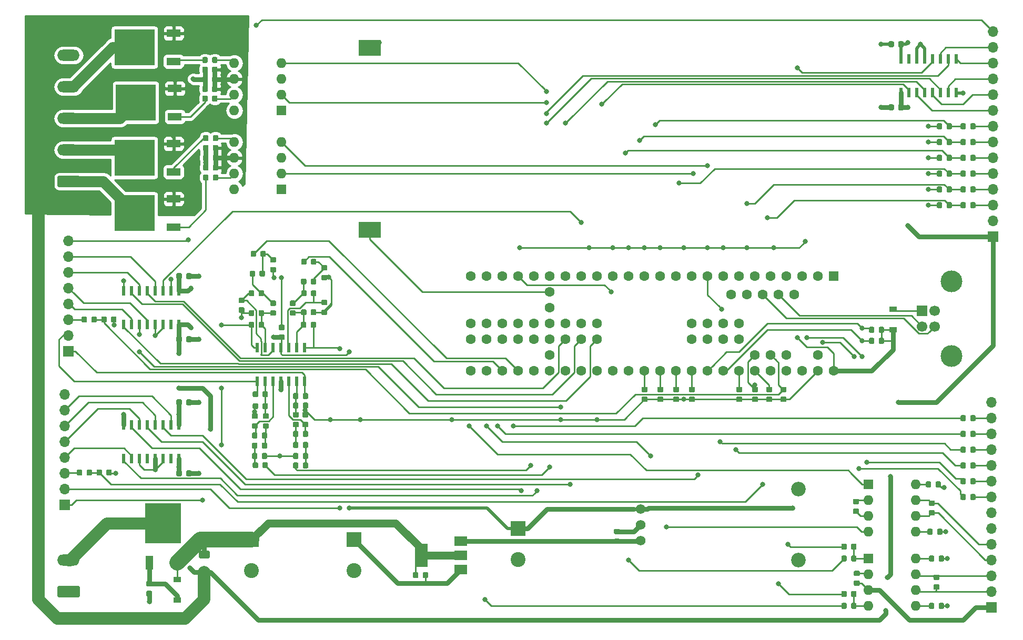
<source format=gbr>
G04 #@! TF.GenerationSoftware,KiCad,Pcbnew,(5.0.2)-1*
G04 #@! TF.CreationDate,2019-03-31T18:50:53-04:00*
G04 #@! TF.ProjectId,SolarCarECU,536f6c61-7243-4617-9245-43552e6b6963,rev?*
G04 #@! TF.SameCoordinates,Original*
G04 #@! TF.FileFunction,Copper,L1,Top*
G04 #@! TF.FilePolarity,Positive*
%FSLAX46Y46*%
G04 Gerber Fmt 4.6, Leading zero omitted, Abs format (unit mm)*
G04 Created by KiCad (PCBNEW (5.0.2)-1) date 3/31/2019 6:50:53 PM*
%MOMM*%
%LPD*%
G01*
G04 APERTURE LIST*
G04 #@! TA.AperFunction,Conductor*
%ADD10C,0.100000*%
G04 #@! TD*
G04 #@! TA.AperFunction,SMDPad,CuDef*
%ADD11C,0.875000*%
G04 #@! TD*
G04 #@! TA.AperFunction,ComponentPad*
%ADD12C,1.600000*%
G04 #@! TD*
G04 #@! TA.AperFunction,ComponentPad*
%ADD13R,1.600000X1.600000*%
G04 #@! TD*
G04 #@! TA.AperFunction,SMDPad,CuDef*
%ADD14C,1.250000*%
G04 #@! TD*
G04 #@! TA.AperFunction,ComponentPad*
%ADD15C,2.336800*%
G04 #@! TD*
G04 #@! TA.AperFunction,ComponentPad*
%ADD16C,1.574800*%
G04 #@! TD*
G04 #@! TA.AperFunction,SMDPad,CuDef*
%ADD17R,0.600000X1.500000*%
G04 #@! TD*
G04 #@! TA.AperFunction,SMDPad,CuDef*
%ADD18R,3.600000X2.600000*%
G04 #@! TD*
G04 #@! TA.AperFunction,ComponentPad*
%ADD19R,1.700000X1.700000*%
G04 #@! TD*
G04 #@! TA.AperFunction,ComponentPad*
%ADD20C,1.700000*%
G04 #@! TD*
G04 #@! TA.AperFunction,ComponentPad*
%ADD21C,3.500000*%
G04 #@! TD*
G04 #@! TA.AperFunction,ComponentPad*
%ADD22R,2.400000X2.400000*%
G04 #@! TD*
G04 #@! TA.AperFunction,ComponentPad*
%ADD23C,2.400000*%
G04 #@! TD*
G04 #@! TA.AperFunction,ComponentPad*
%ADD24O,1.700000X1.700000*%
G04 #@! TD*
G04 #@! TA.AperFunction,SMDPad,CuDef*
%ADD25R,1.200000X2.200000*%
G04 #@! TD*
G04 #@! TA.AperFunction,SMDPad,CuDef*
%ADD26R,5.800000X6.400000*%
G04 #@! TD*
G04 #@! TA.AperFunction,SMDPad,CuDef*
%ADD27R,2.000000X3.800000*%
G04 #@! TD*
G04 #@! TA.AperFunction,SMDPad,CuDef*
%ADD28R,2.000000X1.500000*%
G04 #@! TD*
G04 #@! TA.AperFunction,SMDPad,CuDef*
%ADD29R,6.400000X5.800000*%
G04 #@! TD*
G04 #@! TA.AperFunction,SMDPad,CuDef*
%ADD30R,2.200000X1.200000*%
G04 #@! TD*
G04 #@! TA.AperFunction,ComponentPad*
%ADD31O,1.600000X1.600000*%
G04 #@! TD*
G04 #@! TA.AperFunction,ComponentPad*
%ADD32C,1.800000*%
G04 #@! TD*
G04 #@! TA.AperFunction,ComponentPad*
%ADD33O,3.600000X1.800000*%
G04 #@! TD*
G04 #@! TA.AperFunction,SMDPad,CuDef*
%ADD34R,1.200000X0.900000*%
G04 #@! TD*
G04 #@! TA.AperFunction,ViaPad*
%ADD35C,0.800000*%
G04 #@! TD*
G04 #@! TA.AperFunction,Conductor*
%ADD36C,0.762000*%
G04 #@! TD*
G04 #@! TA.AperFunction,Conductor*
%ADD37C,0.254000*%
G04 #@! TD*
G04 #@! TA.AperFunction,Conductor*
%ADD38C,2.032000*%
G04 #@! TD*
G04 #@! TA.AperFunction,Conductor*
%ADD39C,0.508000*%
G04 #@! TD*
G04 #@! TA.AperFunction,Conductor*
%ADD40C,0.250000*%
G04 #@! TD*
G04 #@! TA.AperFunction,Conductor*
%ADD41C,1.905000*%
G04 #@! TD*
G04 #@! TA.AperFunction,Conductor*
%ADD42C,1.778000*%
G04 #@! TD*
G04 #@! TA.AperFunction,Conductor*
%ADD43C,1.270000*%
G04 #@! TD*
G04 #@! TA.AperFunction,Conductor*
%ADD44C,2.540000*%
G04 #@! TD*
G04 APERTURE END LIST*
D10*
G04 #@! TO.N,/LV_STEER_CTRL*
G04 #@! TO.C,C41*
G36*
X205763691Y-105456053D02*
X205784926Y-105459203D01*
X205805750Y-105464419D01*
X205825962Y-105471651D01*
X205845368Y-105480830D01*
X205863781Y-105491866D01*
X205881024Y-105504654D01*
X205896930Y-105519070D01*
X205911346Y-105534976D01*
X205924134Y-105552219D01*
X205935170Y-105570632D01*
X205944349Y-105590038D01*
X205951581Y-105610250D01*
X205956797Y-105631074D01*
X205959947Y-105652309D01*
X205961000Y-105673750D01*
X205961000Y-106111250D01*
X205959947Y-106132691D01*
X205956797Y-106153926D01*
X205951581Y-106174750D01*
X205944349Y-106194962D01*
X205935170Y-106214368D01*
X205924134Y-106232781D01*
X205911346Y-106250024D01*
X205896930Y-106265930D01*
X205881024Y-106280346D01*
X205863781Y-106293134D01*
X205845368Y-106304170D01*
X205825962Y-106313349D01*
X205805750Y-106320581D01*
X205784926Y-106325797D01*
X205763691Y-106328947D01*
X205742250Y-106330000D01*
X205229750Y-106330000D01*
X205208309Y-106328947D01*
X205187074Y-106325797D01*
X205166250Y-106320581D01*
X205146038Y-106313349D01*
X205126632Y-106304170D01*
X205108219Y-106293134D01*
X205090976Y-106280346D01*
X205075070Y-106265930D01*
X205060654Y-106250024D01*
X205047866Y-106232781D01*
X205036830Y-106214368D01*
X205027651Y-106194962D01*
X205020419Y-106174750D01*
X205015203Y-106153926D01*
X205012053Y-106132691D01*
X205011000Y-106111250D01*
X205011000Y-105673750D01*
X205012053Y-105652309D01*
X205015203Y-105631074D01*
X205020419Y-105610250D01*
X205027651Y-105590038D01*
X205036830Y-105570632D01*
X205047866Y-105552219D01*
X205060654Y-105534976D01*
X205075070Y-105519070D01*
X205090976Y-105504654D01*
X205108219Y-105491866D01*
X205126632Y-105480830D01*
X205146038Y-105471651D01*
X205166250Y-105464419D01*
X205187074Y-105459203D01*
X205208309Y-105456053D01*
X205229750Y-105455000D01*
X205742250Y-105455000D01*
X205763691Y-105456053D01*
X205763691Y-105456053D01*
G37*
D11*
G04 #@! TD*
G04 #@! TO.P,C41,1*
G04 #@! TO.N,/LV_STEER_CTRL*
X205486000Y-105892500D03*
D10*
G04 #@! TO.N,GNDA*
G04 #@! TO.C,C41*
G36*
X205763691Y-107031053D02*
X205784926Y-107034203D01*
X205805750Y-107039419D01*
X205825962Y-107046651D01*
X205845368Y-107055830D01*
X205863781Y-107066866D01*
X205881024Y-107079654D01*
X205896930Y-107094070D01*
X205911346Y-107109976D01*
X205924134Y-107127219D01*
X205935170Y-107145632D01*
X205944349Y-107165038D01*
X205951581Y-107185250D01*
X205956797Y-107206074D01*
X205959947Y-107227309D01*
X205961000Y-107248750D01*
X205961000Y-107686250D01*
X205959947Y-107707691D01*
X205956797Y-107728926D01*
X205951581Y-107749750D01*
X205944349Y-107769962D01*
X205935170Y-107789368D01*
X205924134Y-107807781D01*
X205911346Y-107825024D01*
X205896930Y-107840930D01*
X205881024Y-107855346D01*
X205863781Y-107868134D01*
X205845368Y-107879170D01*
X205825962Y-107888349D01*
X205805750Y-107895581D01*
X205784926Y-107900797D01*
X205763691Y-107903947D01*
X205742250Y-107905000D01*
X205229750Y-107905000D01*
X205208309Y-107903947D01*
X205187074Y-107900797D01*
X205166250Y-107895581D01*
X205146038Y-107888349D01*
X205126632Y-107879170D01*
X205108219Y-107868134D01*
X205090976Y-107855346D01*
X205075070Y-107840930D01*
X205060654Y-107825024D01*
X205047866Y-107807781D01*
X205036830Y-107789368D01*
X205027651Y-107769962D01*
X205020419Y-107749750D01*
X205015203Y-107728926D01*
X205012053Y-107707691D01*
X205011000Y-107686250D01*
X205011000Y-107248750D01*
X205012053Y-107227309D01*
X205015203Y-107206074D01*
X205020419Y-107185250D01*
X205027651Y-107165038D01*
X205036830Y-107145632D01*
X205047866Y-107127219D01*
X205060654Y-107109976D01*
X205075070Y-107094070D01*
X205090976Y-107079654D01*
X205108219Y-107066866D01*
X205126632Y-107055830D01*
X205146038Y-107046651D01*
X205166250Y-107039419D01*
X205187074Y-107034203D01*
X205208309Y-107031053D01*
X205229750Y-107030000D01*
X205742250Y-107030000D01*
X205763691Y-107031053D01*
X205763691Y-107031053D01*
G37*
D11*
G04 #@! TD*
G04 #@! TO.P,C41,2*
G04 #@! TO.N,GNDA*
X205486000Y-107467500D03*
D10*
G04 #@! TO.N,/LV_STEER_CTRL*
G04 #@! TO.C,R58*
G36*
X236942691Y-75726053D02*
X236963926Y-75729203D01*
X236984750Y-75734419D01*
X237004962Y-75741651D01*
X237024368Y-75750830D01*
X237042781Y-75761866D01*
X237060024Y-75774654D01*
X237075930Y-75789070D01*
X237090346Y-75804976D01*
X237103134Y-75822219D01*
X237114170Y-75840632D01*
X237123349Y-75860038D01*
X237130581Y-75880250D01*
X237135797Y-75901074D01*
X237138947Y-75922309D01*
X237140000Y-75943750D01*
X237140000Y-76456250D01*
X237138947Y-76477691D01*
X237135797Y-76498926D01*
X237130581Y-76519750D01*
X237123349Y-76539962D01*
X237114170Y-76559368D01*
X237103134Y-76577781D01*
X237090346Y-76595024D01*
X237075930Y-76610930D01*
X237060024Y-76625346D01*
X237042781Y-76638134D01*
X237024368Y-76649170D01*
X237004962Y-76658349D01*
X236984750Y-76665581D01*
X236963926Y-76670797D01*
X236942691Y-76673947D01*
X236921250Y-76675000D01*
X236483750Y-76675000D01*
X236462309Y-76673947D01*
X236441074Y-76670797D01*
X236420250Y-76665581D01*
X236400038Y-76658349D01*
X236380632Y-76649170D01*
X236362219Y-76638134D01*
X236344976Y-76625346D01*
X236329070Y-76610930D01*
X236314654Y-76595024D01*
X236301866Y-76577781D01*
X236290830Y-76559368D01*
X236281651Y-76539962D01*
X236274419Y-76519750D01*
X236269203Y-76498926D01*
X236266053Y-76477691D01*
X236265000Y-76456250D01*
X236265000Y-75943750D01*
X236266053Y-75922309D01*
X236269203Y-75901074D01*
X236274419Y-75880250D01*
X236281651Y-75860038D01*
X236290830Y-75840632D01*
X236301866Y-75822219D01*
X236314654Y-75804976D01*
X236329070Y-75789070D01*
X236344976Y-75774654D01*
X236362219Y-75761866D01*
X236380632Y-75750830D01*
X236400038Y-75741651D01*
X236420250Y-75734419D01*
X236441074Y-75729203D01*
X236462309Y-75726053D01*
X236483750Y-75725000D01*
X236921250Y-75725000D01*
X236942691Y-75726053D01*
X236942691Y-75726053D01*
G37*
D11*
G04 #@! TD*
G04 #@! TO.P,R58,2*
G04 #@! TO.N,/LV_STEER_CTRL*
X236702500Y-76200000D03*
D10*
G04 #@! TO.N,/STEER_CTRL*
G04 #@! TO.C,R58*
G36*
X238517691Y-75726053D02*
X238538926Y-75729203D01*
X238559750Y-75734419D01*
X238579962Y-75741651D01*
X238599368Y-75750830D01*
X238617781Y-75761866D01*
X238635024Y-75774654D01*
X238650930Y-75789070D01*
X238665346Y-75804976D01*
X238678134Y-75822219D01*
X238689170Y-75840632D01*
X238698349Y-75860038D01*
X238705581Y-75880250D01*
X238710797Y-75901074D01*
X238713947Y-75922309D01*
X238715000Y-75943750D01*
X238715000Y-76456250D01*
X238713947Y-76477691D01*
X238710797Y-76498926D01*
X238705581Y-76519750D01*
X238698349Y-76539962D01*
X238689170Y-76559368D01*
X238678134Y-76577781D01*
X238665346Y-76595024D01*
X238650930Y-76610930D01*
X238635024Y-76625346D01*
X238617781Y-76638134D01*
X238599368Y-76649170D01*
X238579962Y-76658349D01*
X238559750Y-76665581D01*
X238538926Y-76670797D01*
X238517691Y-76673947D01*
X238496250Y-76675000D01*
X238058750Y-76675000D01*
X238037309Y-76673947D01*
X238016074Y-76670797D01*
X237995250Y-76665581D01*
X237975038Y-76658349D01*
X237955632Y-76649170D01*
X237937219Y-76638134D01*
X237919976Y-76625346D01*
X237904070Y-76610930D01*
X237889654Y-76595024D01*
X237876866Y-76577781D01*
X237865830Y-76559368D01*
X237856651Y-76539962D01*
X237849419Y-76519750D01*
X237844203Y-76498926D01*
X237841053Y-76477691D01*
X237840000Y-76456250D01*
X237840000Y-75943750D01*
X237841053Y-75922309D01*
X237844203Y-75901074D01*
X237849419Y-75880250D01*
X237856651Y-75860038D01*
X237865830Y-75840632D01*
X237876866Y-75822219D01*
X237889654Y-75804976D01*
X237904070Y-75789070D01*
X237919976Y-75774654D01*
X237937219Y-75761866D01*
X237955632Y-75750830D01*
X237975038Y-75741651D01*
X237995250Y-75734419D01*
X238016074Y-75729203D01*
X238037309Y-75726053D01*
X238058750Y-75725000D01*
X238496250Y-75725000D01*
X238517691Y-75726053D01*
X238517691Y-75726053D01*
G37*
D11*
G04 #@! TD*
G04 #@! TO.P,R58,1*
G04 #@! TO.N,/STEER_CTRL*
X238277500Y-76200000D03*
D10*
G04 #@! TO.N,/LV_STEER_CTRL*
G04 #@! TO.C,R59*
G36*
X234707691Y-75726053D02*
X234728926Y-75729203D01*
X234749750Y-75734419D01*
X234769962Y-75741651D01*
X234789368Y-75750830D01*
X234807781Y-75761866D01*
X234825024Y-75774654D01*
X234840930Y-75789070D01*
X234855346Y-75804976D01*
X234868134Y-75822219D01*
X234879170Y-75840632D01*
X234888349Y-75860038D01*
X234895581Y-75880250D01*
X234900797Y-75901074D01*
X234903947Y-75922309D01*
X234905000Y-75943750D01*
X234905000Y-76456250D01*
X234903947Y-76477691D01*
X234900797Y-76498926D01*
X234895581Y-76519750D01*
X234888349Y-76539962D01*
X234879170Y-76559368D01*
X234868134Y-76577781D01*
X234855346Y-76595024D01*
X234840930Y-76610930D01*
X234825024Y-76625346D01*
X234807781Y-76638134D01*
X234789368Y-76649170D01*
X234769962Y-76658349D01*
X234749750Y-76665581D01*
X234728926Y-76670797D01*
X234707691Y-76673947D01*
X234686250Y-76675000D01*
X234248750Y-76675000D01*
X234227309Y-76673947D01*
X234206074Y-76670797D01*
X234185250Y-76665581D01*
X234165038Y-76658349D01*
X234145632Y-76649170D01*
X234127219Y-76638134D01*
X234109976Y-76625346D01*
X234094070Y-76610930D01*
X234079654Y-76595024D01*
X234066866Y-76577781D01*
X234055830Y-76559368D01*
X234046651Y-76539962D01*
X234039419Y-76519750D01*
X234034203Y-76498926D01*
X234031053Y-76477691D01*
X234030000Y-76456250D01*
X234030000Y-75943750D01*
X234031053Y-75922309D01*
X234034203Y-75901074D01*
X234039419Y-75880250D01*
X234046651Y-75860038D01*
X234055830Y-75840632D01*
X234066866Y-75822219D01*
X234079654Y-75804976D01*
X234094070Y-75789070D01*
X234109976Y-75774654D01*
X234127219Y-75761866D01*
X234145632Y-75750830D01*
X234165038Y-75741651D01*
X234185250Y-75734419D01*
X234206074Y-75729203D01*
X234227309Y-75726053D01*
X234248750Y-75725000D01*
X234686250Y-75725000D01*
X234707691Y-75726053D01*
X234707691Y-75726053D01*
G37*
D11*
G04 #@! TD*
G04 #@! TO.P,R59,1*
G04 #@! TO.N,/LV_STEER_CTRL*
X234467500Y-76200000D03*
D10*
G04 #@! TO.N,GNDA*
G04 #@! TO.C,R59*
G36*
X233132691Y-75726053D02*
X233153926Y-75729203D01*
X233174750Y-75734419D01*
X233194962Y-75741651D01*
X233214368Y-75750830D01*
X233232781Y-75761866D01*
X233250024Y-75774654D01*
X233265930Y-75789070D01*
X233280346Y-75804976D01*
X233293134Y-75822219D01*
X233304170Y-75840632D01*
X233313349Y-75860038D01*
X233320581Y-75880250D01*
X233325797Y-75901074D01*
X233328947Y-75922309D01*
X233330000Y-75943750D01*
X233330000Y-76456250D01*
X233328947Y-76477691D01*
X233325797Y-76498926D01*
X233320581Y-76519750D01*
X233313349Y-76539962D01*
X233304170Y-76559368D01*
X233293134Y-76577781D01*
X233280346Y-76595024D01*
X233265930Y-76610930D01*
X233250024Y-76625346D01*
X233232781Y-76638134D01*
X233214368Y-76649170D01*
X233194962Y-76658349D01*
X233174750Y-76665581D01*
X233153926Y-76670797D01*
X233132691Y-76673947D01*
X233111250Y-76675000D01*
X232673750Y-76675000D01*
X232652309Y-76673947D01*
X232631074Y-76670797D01*
X232610250Y-76665581D01*
X232590038Y-76658349D01*
X232570632Y-76649170D01*
X232552219Y-76638134D01*
X232534976Y-76625346D01*
X232519070Y-76610930D01*
X232504654Y-76595024D01*
X232491866Y-76577781D01*
X232480830Y-76559368D01*
X232471651Y-76539962D01*
X232464419Y-76519750D01*
X232459203Y-76498926D01*
X232456053Y-76477691D01*
X232455000Y-76456250D01*
X232455000Y-75943750D01*
X232456053Y-75922309D01*
X232459203Y-75901074D01*
X232464419Y-75880250D01*
X232471651Y-75860038D01*
X232480830Y-75840632D01*
X232491866Y-75822219D01*
X232504654Y-75804976D01*
X232519070Y-75789070D01*
X232534976Y-75774654D01*
X232552219Y-75761866D01*
X232570632Y-75750830D01*
X232590038Y-75741651D01*
X232610250Y-75734419D01*
X232631074Y-75729203D01*
X232652309Y-75726053D01*
X232673750Y-75725000D01*
X233111250Y-75725000D01*
X233132691Y-75726053D01*
X233132691Y-75726053D01*
G37*
D11*
G04 #@! TD*
G04 #@! TO.P,R59,2*
G04 #@! TO.N,GNDA*
X232892500Y-76200000D03*
D12*
G04 #@! TO.P,U1,17*
G04 #@! TO.N,/LV_HAZARD_LED*
X175260000Y-87630000D03*
G04 #@! TO.P,U1,18*
G04 #@! TO.N,/LV_DOWN_CTRL*
X172720000Y-87630000D03*
G04 #@! TO.P,U1,19*
G04 #@! TO.N,/LV_UP_CTRL*
X170180000Y-87630000D03*
G04 #@! TO.P,U1,20*
G04 #@! TO.N,/LV_SEL_CTRL*
X167640000Y-87630000D03*
G04 #@! TO.P,U1,16*
G04 #@! TO.N,/LV_HAZARD_CTRL*
X177800000Y-87630000D03*
G04 #@! TO.P,U1,15*
G04 #@! TO.N,+3V3*
X180340000Y-87630000D03*
G04 #@! TO.P,U1,14*
G04 #@! TO.N,/MOSI_0*
X182880000Y-87630000D03*
G04 #@! TO.P,U1,21*
G04 #@! TO.N,Net-(R3-Pad2)*
X165100000Y-87630000D03*
G04 #@! TO.P,U1,22*
G04 #@! TO.N,Net-(R4-Pad2)*
X162560000Y-87630000D03*
G04 #@! TO.P,U1,23*
G04 #@! TO.N,/UART_4_RX*
X160020000Y-87630000D03*
G04 #@! TO.P,U1,24*
G04 #@! TO.N,/UART_4_TX*
X157480000Y-87630000D03*
G04 #@! TO.P,U1,25*
G04 #@! TO.N,Net-(BT1-Pad1)*
X170180000Y-90170000D03*
G04 #@! TO.P,U1,26*
G04 #@! TO.N,+3V3*
X170180000Y-92710000D03*
G04 #@! TO.P,U1,27*
G04 #@! TO.N,GND*
X170180000Y-95250000D03*
G04 #@! TO.P,U1,28*
G04 #@! TO.N,Net-(U1-Pad28)*
X170180000Y-97790000D03*
G04 #@! TO.P,U1,29*
G04 #@! TO.N,Net-(U1-Pad29)*
X170180000Y-100330000D03*
G04 #@! TO.P,U1,30*
G04 #@! TO.N,/CAN1_TX*
X157480000Y-102870000D03*
G04 #@! TO.P,U1,31*
G04 #@! TO.N,/CAN1_RX*
X160020000Y-102870000D03*
G04 #@! TO.P,U1,32*
G04 #@! TO.N,/PWM_MOTOR_L_THROTTLE*
X162560000Y-102870000D03*
G04 #@! TO.P,U1,33*
G04 #@! TO.N,/PWM_MOTOR_L_REGEN*
X165100000Y-102870000D03*
G04 #@! TO.P,U1,34*
G04 #@! TO.N,/PWM_MOTOR_R_REGEN*
X167640000Y-102870000D03*
G04 #@! TO.P,U1,35*
G04 #@! TO.N,/PWM_MOTOR_R_THROTTLE*
X170180000Y-102870000D03*
G04 #@! TO.P,U1,36*
G04 #@! TO.N,/LV_MOTOR_R_ECO_EN*
X172720000Y-102870000D03*
G04 #@! TO.P,U1,37*
G04 #@! TO.N,/DAC_0*
X175260000Y-102870000D03*
G04 #@! TO.P,U1,13*
G04 #@! TO.N,/MISO_0*
X185420000Y-87630000D03*
G04 #@! TO.P,U1,12*
G04 #@! TO.N,/CS_0*
X187960000Y-87630000D03*
G04 #@! TO.P,U1,11*
G04 #@! TO.N,Net-(U1-Pad11)*
X190500000Y-87630000D03*
G04 #@! TO.P,U1,10*
G04 #@! TO.N,/UART_3_TX*
X193040000Y-87630000D03*
G04 #@! TO.P,U1,9*
G04 #@! TO.N,/UART_3_RX*
X195580000Y-87630000D03*
G04 #@! TO.P,U1,8*
G04 #@! TO.N,Net-(U1-Pad8)*
X198120000Y-87630000D03*
G04 #@! TO.P,U1,7*
G04 #@! TO.N,Net-(U1-Pad7)*
X200660000Y-87630000D03*
G04 #@! TO.P,U1,6*
G04 #@! TO.N,Net-(R2-Pad2)*
X203200000Y-87630000D03*
G04 #@! TO.P,U1,5*
G04 #@! TO.N,Net-(R1-Pad2)*
X205740000Y-87630000D03*
G04 #@! TO.P,U1,4*
G04 #@! TO.N,/LV_KILL_SENSE*
X208280000Y-87630000D03*
G04 #@! TO.P,U1,3*
G04 #@! TO.N,/UART_1_TX*
X210820000Y-87630000D03*
G04 #@! TO.P,U1,2*
G04 #@! TO.N,/UART_1_RX*
X213360000Y-87630000D03*
D13*
G04 #@! TO.P,U1,1*
G04 #@! TO.N,GND*
X215900000Y-87630000D03*
D12*
G04 #@! TO.P,U1,38*
G04 #@! TO.N,/DAC_1*
X177800000Y-102870000D03*
G04 #@! TO.P,U1,39*
G04 #@! TO.N,GND*
X180340000Y-102870000D03*
G04 #@! TO.P,U1,40*
G04 #@! TO.N,/SCK_0*
X182880000Y-102870000D03*
G04 #@! TO.P,U1,41*
G04 #@! TO.N,/LV_GEARSHIFT_CTRL*
X185420000Y-102870000D03*
G04 #@! TO.P,U1,42*
G04 #@! TO.N,/LV_TURNSIG_CTRL*
X187960000Y-102870000D03*
G04 #@! TO.P,U1,43*
G04 #@! TO.N,/LV_THROTTLE_CTRL*
X190500000Y-102870000D03*
G04 #@! TO.P,U1,44*
G04 #@! TO.N,/LV_REGEN_CTRL*
X193040000Y-102870000D03*
G04 #@! TO.P,U1,45*
G04 #@! TO.N,/SDA_0*
X195580000Y-102870000D03*
G04 #@! TO.P,U1,46*
G04 #@! TO.N,/SCL_0*
X198120000Y-102870000D03*
G04 #@! TO.P,U1,47*
G04 #@! TO.N,/LV_BRAKE_CTRL*
X200660000Y-102870000D03*
G04 #@! TO.P,U1,48*
G04 #@! TO.N,/LV_STEER_CTRL*
X203200000Y-102870000D03*
G04 #@! TO.P,U1,49*
G04 #@! TO.N,Net-(U1-Pad49)*
X205740000Y-102870000D03*
G04 #@! TO.P,U1,50*
G04 #@! TO.N,Net-(U1-Pad50)*
X208280000Y-102870000D03*
G04 #@! TO.P,U1,51*
G04 #@! TO.N,Net-(U1-Pad51)*
X210820000Y-102870000D03*
G04 #@! TO.P,U1,52*
G04 #@! TO.N,GNDA*
X213360000Y-102870000D03*
G04 #@! TO.P,U1,53*
G04 #@! TO.N,+5V*
X215900000Y-102870000D03*
G04 #@! TO.P,U1,54*
G04 #@! TO.N,Net-(U1-Pad54)*
X213360000Y-100330000D03*
G04 #@! TO.P,U1,55*
G04 #@! TO.N,Net-(U1-Pad55)*
X208280000Y-100330000D03*
G04 #@! TO.P,U1,56*
G04 #@! TO.N,/LV_MOTOR_R_METER*
X205740000Y-100330000D03*
G04 #@! TO.P,U1,57*
G04 #@! TO.N,/LV_MOTOR_L_METER*
X203200000Y-100330000D03*
G04 #@! TO.P,U1,63*
G04 #@! TO.N,Net-(U1-Pad63)*
X200660000Y-95250000D03*
G04 #@! TO.P,U1,64*
G04 #@! TO.N,Net-(U1-Pad64)*
X198120000Y-95250000D03*
G04 #@! TO.P,U1,65*
G04 #@! TO.N,Net-(U1-Pad65)*
X195580000Y-95250000D03*
G04 #@! TO.P,U1,66*
G04 #@! TO.N,Net-(U1-Pad66)*
X193040000Y-95250000D03*
G04 #@! TO.P,U1,67*
G04 #@! TO.N,/LV_BLINKERS*
X177800000Y-95250000D03*
G04 #@! TO.P,U1,68*
G04 #@! TO.N,/LV_BRAKELIGHTS*
X175260000Y-95250000D03*
G04 #@! TO.P,U1,69*
G04 #@! TO.N,/LV_MOTOR_L_FWD_EN*
X172720000Y-95250000D03*
G04 #@! TO.P,U1,70*
G04 #@! TO.N,/CS_2*
X167640000Y-95250000D03*
G04 #@! TO.P,U1,71*
G04 #@! TO.N,/MOSI_2*
X165100000Y-95250000D03*
G04 #@! TO.P,U1,72*
G04 #@! TO.N,/MISO_2*
X162560000Y-95250000D03*
G04 #@! TO.P,U1,73*
G04 #@! TO.N,/SCK_2*
X160020000Y-95250000D03*
G04 #@! TO.P,U1,74*
G04 #@! TO.N,GND*
X157480000Y-95250000D03*
G04 #@! TO.P,U1,75*
G04 #@! TO.N,+3V3*
X157480000Y-97790000D03*
G04 #@! TO.P,U1,76*
G04 #@! TO.N,/UART_6_RX*
X160020000Y-97790000D03*
G04 #@! TO.P,U1,77*
G04 #@! TO.N,/UART_6_TX*
X162560000Y-97790000D03*
G04 #@! TO.P,U1,78*
G04 #@! TO.N,/LV_MOTOR_L_ECO_EN*
X165100000Y-97790000D03*
G04 #@! TO.P,U1,79*
G04 #@! TO.N,/LV_MOTOR_L_REGEN_EN*
X167640000Y-97790000D03*
G04 #@! TO.P,U1,80*
G04 #@! TO.N,/LV_MOTOR_R_REV_EN*
X172720000Y-97790000D03*
G04 #@! TO.P,U1,81*
G04 #@! TO.N,/LV_MOTOR_R_FWD_EN*
X175260000Y-97790000D03*
G04 #@! TO.P,U1,82*
G04 #@! TO.N,/LV_MOTOR_R_REGEN_EN*
X177800000Y-97790000D03*
G04 #@! TO.P,U1,83*
G04 #@! TO.N,/LV_MOTOR_L_REV_EN*
X193040000Y-97790000D03*
G04 #@! TO.P,U1,84*
G04 #@! TO.N,/LV_HORN*
X195580000Y-97790000D03*
G04 #@! TO.P,U1,85*
G04 #@! TO.N,/LV_HEADLIGHTS*
X198120000Y-97790000D03*
G04 #@! TO.P,U1,86*
G04 #@! TO.N,/USB_MASTER-SLAVE_SEL*
X200660000Y-97790000D03*
G04 #@! TO.P,U1,58*
G04 #@! TO.N,+5V*
X209550000Y-90630000D03*
G04 #@! TO.P,U1,59*
G04 #@! TO.N,/USB_D-*
X207010000Y-90630000D03*
G04 #@! TO.P,U1,60*
G04 #@! TO.N,/USB_D+*
X204470000Y-90630000D03*
G04 #@! TO.P,U1,61*
G04 #@! TO.N,GND*
X201930000Y-90630000D03*
G04 #@! TO.P,U1,62*
X199390000Y-90630000D03*
G04 #@! TD*
D10*
G04 #@! TO.N,+12V*
G04 #@! TO.C,R43*
G36*
X115203504Y-134634204D02*
X115227773Y-134637804D01*
X115251571Y-134643765D01*
X115274671Y-134652030D01*
X115296849Y-134662520D01*
X115317893Y-134675133D01*
X115337598Y-134689747D01*
X115355777Y-134706223D01*
X115372253Y-134724402D01*
X115386867Y-134744107D01*
X115399480Y-134765151D01*
X115409970Y-134787329D01*
X115418235Y-134810429D01*
X115424196Y-134834227D01*
X115427796Y-134858496D01*
X115429000Y-134883000D01*
X115429000Y-135633000D01*
X115427796Y-135657504D01*
X115424196Y-135681773D01*
X115418235Y-135705571D01*
X115409970Y-135728671D01*
X115399480Y-135750849D01*
X115386867Y-135771893D01*
X115372253Y-135791598D01*
X115355777Y-135809777D01*
X115337598Y-135826253D01*
X115317893Y-135840867D01*
X115296849Y-135853480D01*
X115274671Y-135863970D01*
X115251571Y-135872235D01*
X115227773Y-135878196D01*
X115203504Y-135881796D01*
X115179000Y-135883000D01*
X113929000Y-135883000D01*
X113904496Y-135881796D01*
X113880227Y-135878196D01*
X113856429Y-135872235D01*
X113833329Y-135863970D01*
X113811151Y-135853480D01*
X113790107Y-135840867D01*
X113770402Y-135826253D01*
X113752223Y-135809777D01*
X113735747Y-135791598D01*
X113721133Y-135771893D01*
X113708520Y-135750849D01*
X113698030Y-135728671D01*
X113689765Y-135705571D01*
X113683804Y-135681773D01*
X113680204Y-135657504D01*
X113679000Y-135633000D01*
X113679000Y-134883000D01*
X113680204Y-134858496D01*
X113683804Y-134834227D01*
X113689765Y-134810429D01*
X113698030Y-134787329D01*
X113708520Y-134765151D01*
X113721133Y-134744107D01*
X113735747Y-134724402D01*
X113752223Y-134706223D01*
X113770402Y-134689747D01*
X113790107Y-134675133D01*
X113811151Y-134662520D01*
X113833329Y-134652030D01*
X113856429Y-134643765D01*
X113880227Y-134637804D01*
X113904496Y-134634204D01*
X113929000Y-134633000D01*
X115179000Y-134633000D01*
X115203504Y-134634204D01*
X115203504Y-134634204D01*
G37*
D14*
G04 #@! TD*
G04 #@! TO.P,R43,1*
G04 #@! TO.N,+12V*
X114554000Y-135258000D03*
D10*
G04 #@! TO.N,Net-(C1-Pad1)*
G04 #@! TO.C,R43*
G36*
X115203504Y-131834204D02*
X115227773Y-131837804D01*
X115251571Y-131843765D01*
X115274671Y-131852030D01*
X115296849Y-131862520D01*
X115317893Y-131875133D01*
X115337598Y-131889747D01*
X115355777Y-131906223D01*
X115372253Y-131924402D01*
X115386867Y-131944107D01*
X115399480Y-131965151D01*
X115409970Y-131987329D01*
X115418235Y-132010429D01*
X115424196Y-132034227D01*
X115427796Y-132058496D01*
X115429000Y-132083000D01*
X115429000Y-132833000D01*
X115427796Y-132857504D01*
X115424196Y-132881773D01*
X115418235Y-132905571D01*
X115409970Y-132928671D01*
X115399480Y-132950849D01*
X115386867Y-132971893D01*
X115372253Y-132991598D01*
X115355777Y-133009777D01*
X115337598Y-133026253D01*
X115317893Y-133040867D01*
X115296849Y-133053480D01*
X115274671Y-133063970D01*
X115251571Y-133072235D01*
X115227773Y-133078196D01*
X115203504Y-133081796D01*
X115179000Y-133083000D01*
X113929000Y-133083000D01*
X113904496Y-133081796D01*
X113880227Y-133078196D01*
X113856429Y-133072235D01*
X113833329Y-133063970D01*
X113811151Y-133053480D01*
X113790107Y-133040867D01*
X113770402Y-133026253D01*
X113752223Y-133009777D01*
X113735747Y-132991598D01*
X113721133Y-132971893D01*
X113708520Y-132950849D01*
X113698030Y-132928671D01*
X113689765Y-132905571D01*
X113683804Y-132881773D01*
X113680204Y-132857504D01*
X113679000Y-132833000D01*
X113679000Y-132083000D01*
X113680204Y-132058496D01*
X113683804Y-132034227D01*
X113689765Y-132010429D01*
X113698030Y-131987329D01*
X113708520Y-131965151D01*
X113721133Y-131944107D01*
X113735747Y-131924402D01*
X113752223Y-131906223D01*
X113770402Y-131889747D01*
X113790107Y-131875133D01*
X113811151Y-131862520D01*
X113833329Y-131852030D01*
X113856429Y-131843765D01*
X113880227Y-131837804D01*
X113904496Y-131834204D01*
X113929000Y-131833000D01*
X115179000Y-131833000D01*
X115203504Y-131834204D01*
X115203504Y-131834204D01*
G37*
D14*
G04 #@! TD*
G04 #@! TO.P,R43,2*
G04 #@! TO.N,Net-(C1-Pad1)*
X114554000Y-132458000D03*
D10*
G04 #@! TO.N,+5V*
G04 #@! TO.C,R53*
G36*
X223785691Y-97570053D02*
X223806926Y-97573203D01*
X223827750Y-97578419D01*
X223847962Y-97585651D01*
X223867368Y-97594830D01*
X223885781Y-97605866D01*
X223903024Y-97618654D01*
X223918930Y-97633070D01*
X223933346Y-97648976D01*
X223946134Y-97666219D01*
X223957170Y-97684632D01*
X223966349Y-97704038D01*
X223973581Y-97724250D01*
X223978797Y-97745074D01*
X223981947Y-97766309D01*
X223983000Y-97787750D01*
X223983000Y-98300250D01*
X223981947Y-98321691D01*
X223978797Y-98342926D01*
X223973581Y-98363750D01*
X223966349Y-98383962D01*
X223957170Y-98403368D01*
X223946134Y-98421781D01*
X223933346Y-98439024D01*
X223918930Y-98454930D01*
X223903024Y-98469346D01*
X223885781Y-98482134D01*
X223867368Y-98493170D01*
X223847962Y-98502349D01*
X223827750Y-98509581D01*
X223806926Y-98514797D01*
X223785691Y-98517947D01*
X223764250Y-98519000D01*
X223326750Y-98519000D01*
X223305309Y-98517947D01*
X223284074Y-98514797D01*
X223263250Y-98509581D01*
X223243038Y-98502349D01*
X223223632Y-98493170D01*
X223205219Y-98482134D01*
X223187976Y-98469346D01*
X223172070Y-98454930D01*
X223157654Y-98439024D01*
X223144866Y-98421781D01*
X223133830Y-98403368D01*
X223124651Y-98383962D01*
X223117419Y-98363750D01*
X223112203Y-98342926D01*
X223109053Y-98321691D01*
X223108000Y-98300250D01*
X223108000Y-97787750D01*
X223109053Y-97766309D01*
X223112203Y-97745074D01*
X223117419Y-97724250D01*
X223124651Y-97704038D01*
X223133830Y-97684632D01*
X223144866Y-97666219D01*
X223157654Y-97648976D01*
X223172070Y-97633070D01*
X223187976Y-97618654D01*
X223205219Y-97605866D01*
X223223632Y-97594830D01*
X223243038Y-97585651D01*
X223263250Y-97578419D01*
X223284074Y-97573203D01*
X223305309Y-97570053D01*
X223326750Y-97569000D01*
X223764250Y-97569000D01*
X223785691Y-97570053D01*
X223785691Y-97570053D01*
G37*
D11*
G04 #@! TD*
G04 #@! TO.P,R53,1*
G04 #@! TO.N,+5V*
X223545500Y-98044000D03*
D10*
G04 #@! TO.N,/SCL_0*
G04 #@! TO.C,R53*
G36*
X222210691Y-97570053D02*
X222231926Y-97573203D01*
X222252750Y-97578419D01*
X222272962Y-97585651D01*
X222292368Y-97594830D01*
X222310781Y-97605866D01*
X222328024Y-97618654D01*
X222343930Y-97633070D01*
X222358346Y-97648976D01*
X222371134Y-97666219D01*
X222382170Y-97684632D01*
X222391349Y-97704038D01*
X222398581Y-97724250D01*
X222403797Y-97745074D01*
X222406947Y-97766309D01*
X222408000Y-97787750D01*
X222408000Y-98300250D01*
X222406947Y-98321691D01*
X222403797Y-98342926D01*
X222398581Y-98363750D01*
X222391349Y-98383962D01*
X222382170Y-98403368D01*
X222371134Y-98421781D01*
X222358346Y-98439024D01*
X222343930Y-98454930D01*
X222328024Y-98469346D01*
X222310781Y-98482134D01*
X222292368Y-98493170D01*
X222272962Y-98502349D01*
X222252750Y-98509581D01*
X222231926Y-98514797D01*
X222210691Y-98517947D01*
X222189250Y-98519000D01*
X221751750Y-98519000D01*
X221730309Y-98517947D01*
X221709074Y-98514797D01*
X221688250Y-98509581D01*
X221668038Y-98502349D01*
X221648632Y-98493170D01*
X221630219Y-98482134D01*
X221612976Y-98469346D01*
X221597070Y-98454930D01*
X221582654Y-98439024D01*
X221569866Y-98421781D01*
X221558830Y-98403368D01*
X221549651Y-98383962D01*
X221542419Y-98363750D01*
X221537203Y-98342926D01*
X221534053Y-98321691D01*
X221533000Y-98300250D01*
X221533000Y-97787750D01*
X221534053Y-97766309D01*
X221537203Y-97745074D01*
X221542419Y-97724250D01*
X221549651Y-97704038D01*
X221558830Y-97684632D01*
X221569866Y-97666219D01*
X221582654Y-97648976D01*
X221597070Y-97633070D01*
X221612976Y-97618654D01*
X221630219Y-97605866D01*
X221648632Y-97594830D01*
X221668038Y-97585651D01*
X221688250Y-97578419D01*
X221709074Y-97573203D01*
X221730309Y-97570053D01*
X221751750Y-97569000D01*
X222189250Y-97569000D01*
X222210691Y-97570053D01*
X222210691Y-97570053D01*
G37*
D11*
G04 #@! TD*
G04 #@! TO.P,R53,2*
G04 #@! TO.N,/SCL_0*
X221970500Y-98044000D03*
D15*
G04 #@! TO.P,U4,5*
G04 #@! TO.N,N/C*
X210201001Y-121920000D03*
G04 #@! TO.P,U4,4*
X210201001Y-133350000D03*
D16*
G04 #@! TO.P,U4,3*
G04 #@! TO.N,+5V*
X184801001Y-125095000D03*
G04 #@! TO.P,U4,2*
G04 #@! TO.N,GND*
X184801001Y-127635000D03*
G04 #@! TO.P,U4,1*
G04 #@! TO.N,Net-(C9-Pad1)*
X184801001Y-130175000D03*
G04 #@! TD*
D10*
G04 #@! TO.N,GNDA*
G04 #@! TO.C,C39*
G36*
X208049691Y-107031053D02*
X208070926Y-107034203D01*
X208091750Y-107039419D01*
X208111962Y-107046651D01*
X208131368Y-107055830D01*
X208149781Y-107066866D01*
X208167024Y-107079654D01*
X208182930Y-107094070D01*
X208197346Y-107109976D01*
X208210134Y-107127219D01*
X208221170Y-107145632D01*
X208230349Y-107165038D01*
X208237581Y-107185250D01*
X208242797Y-107206074D01*
X208245947Y-107227309D01*
X208247000Y-107248750D01*
X208247000Y-107686250D01*
X208245947Y-107707691D01*
X208242797Y-107728926D01*
X208237581Y-107749750D01*
X208230349Y-107769962D01*
X208221170Y-107789368D01*
X208210134Y-107807781D01*
X208197346Y-107825024D01*
X208182930Y-107840930D01*
X208167024Y-107855346D01*
X208149781Y-107868134D01*
X208131368Y-107879170D01*
X208111962Y-107888349D01*
X208091750Y-107895581D01*
X208070926Y-107900797D01*
X208049691Y-107903947D01*
X208028250Y-107905000D01*
X207515750Y-107905000D01*
X207494309Y-107903947D01*
X207473074Y-107900797D01*
X207452250Y-107895581D01*
X207432038Y-107888349D01*
X207412632Y-107879170D01*
X207394219Y-107868134D01*
X207376976Y-107855346D01*
X207361070Y-107840930D01*
X207346654Y-107825024D01*
X207333866Y-107807781D01*
X207322830Y-107789368D01*
X207313651Y-107769962D01*
X207306419Y-107749750D01*
X207301203Y-107728926D01*
X207298053Y-107707691D01*
X207297000Y-107686250D01*
X207297000Y-107248750D01*
X207298053Y-107227309D01*
X207301203Y-107206074D01*
X207306419Y-107185250D01*
X207313651Y-107165038D01*
X207322830Y-107145632D01*
X207333866Y-107127219D01*
X207346654Y-107109976D01*
X207361070Y-107094070D01*
X207376976Y-107079654D01*
X207394219Y-107066866D01*
X207412632Y-107055830D01*
X207432038Y-107046651D01*
X207452250Y-107039419D01*
X207473074Y-107034203D01*
X207494309Y-107031053D01*
X207515750Y-107030000D01*
X208028250Y-107030000D01*
X208049691Y-107031053D01*
X208049691Y-107031053D01*
G37*
D11*
G04 #@! TD*
G04 #@! TO.P,C39,2*
G04 #@! TO.N,GNDA*
X207772000Y-107467500D03*
D10*
G04 #@! TO.N,/LV_MOTOR_R_METER*
G04 #@! TO.C,C39*
G36*
X208049691Y-105456053D02*
X208070926Y-105459203D01*
X208091750Y-105464419D01*
X208111962Y-105471651D01*
X208131368Y-105480830D01*
X208149781Y-105491866D01*
X208167024Y-105504654D01*
X208182930Y-105519070D01*
X208197346Y-105534976D01*
X208210134Y-105552219D01*
X208221170Y-105570632D01*
X208230349Y-105590038D01*
X208237581Y-105610250D01*
X208242797Y-105631074D01*
X208245947Y-105652309D01*
X208247000Y-105673750D01*
X208247000Y-106111250D01*
X208245947Y-106132691D01*
X208242797Y-106153926D01*
X208237581Y-106174750D01*
X208230349Y-106194962D01*
X208221170Y-106214368D01*
X208210134Y-106232781D01*
X208197346Y-106250024D01*
X208182930Y-106265930D01*
X208167024Y-106280346D01*
X208149781Y-106293134D01*
X208131368Y-106304170D01*
X208111962Y-106313349D01*
X208091750Y-106320581D01*
X208070926Y-106325797D01*
X208049691Y-106328947D01*
X208028250Y-106330000D01*
X207515750Y-106330000D01*
X207494309Y-106328947D01*
X207473074Y-106325797D01*
X207452250Y-106320581D01*
X207432038Y-106313349D01*
X207412632Y-106304170D01*
X207394219Y-106293134D01*
X207376976Y-106280346D01*
X207361070Y-106265930D01*
X207346654Y-106250024D01*
X207333866Y-106232781D01*
X207322830Y-106214368D01*
X207313651Y-106194962D01*
X207306419Y-106174750D01*
X207301203Y-106153926D01*
X207298053Y-106132691D01*
X207297000Y-106111250D01*
X207297000Y-105673750D01*
X207298053Y-105652309D01*
X207301203Y-105631074D01*
X207306419Y-105610250D01*
X207313651Y-105590038D01*
X207322830Y-105570632D01*
X207333866Y-105552219D01*
X207346654Y-105534976D01*
X207361070Y-105519070D01*
X207376976Y-105504654D01*
X207394219Y-105491866D01*
X207412632Y-105480830D01*
X207432038Y-105471651D01*
X207452250Y-105464419D01*
X207473074Y-105459203D01*
X207494309Y-105456053D01*
X207515750Y-105455000D01*
X208028250Y-105455000D01*
X208049691Y-105456053D01*
X208049691Y-105456053D01*
G37*
D11*
G04 #@! TD*
G04 #@! TO.P,C39,1*
G04 #@! TO.N,/LV_MOTOR_R_METER*
X207772000Y-105892500D03*
D10*
G04 #@! TO.N,/MOTOR_R_REGEN*
G04 #@! TO.C,R38*
G36*
X131075691Y-106460053D02*
X131096926Y-106463203D01*
X131117750Y-106468419D01*
X131137962Y-106475651D01*
X131157368Y-106484830D01*
X131175781Y-106495866D01*
X131193024Y-106508654D01*
X131208930Y-106523070D01*
X131223346Y-106538976D01*
X131236134Y-106556219D01*
X131247170Y-106574632D01*
X131256349Y-106594038D01*
X131263581Y-106614250D01*
X131268797Y-106635074D01*
X131271947Y-106656309D01*
X131273000Y-106677750D01*
X131273000Y-107190250D01*
X131271947Y-107211691D01*
X131268797Y-107232926D01*
X131263581Y-107253750D01*
X131256349Y-107273962D01*
X131247170Y-107293368D01*
X131236134Y-107311781D01*
X131223346Y-107329024D01*
X131208930Y-107344930D01*
X131193024Y-107359346D01*
X131175781Y-107372134D01*
X131157368Y-107383170D01*
X131137962Y-107392349D01*
X131117750Y-107399581D01*
X131096926Y-107404797D01*
X131075691Y-107407947D01*
X131054250Y-107409000D01*
X130616750Y-107409000D01*
X130595309Y-107407947D01*
X130574074Y-107404797D01*
X130553250Y-107399581D01*
X130533038Y-107392349D01*
X130513632Y-107383170D01*
X130495219Y-107372134D01*
X130477976Y-107359346D01*
X130462070Y-107344930D01*
X130447654Y-107329024D01*
X130434866Y-107311781D01*
X130423830Y-107293368D01*
X130414651Y-107273962D01*
X130407419Y-107253750D01*
X130402203Y-107232926D01*
X130399053Y-107211691D01*
X130398000Y-107190250D01*
X130398000Y-106677750D01*
X130399053Y-106656309D01*
X130402203Y-106635074D01*
X130407419Y-106614250D01*
X130414651Y-106594038D01*
X130423830Y-106574632D01*
X130434866Y-106556219D01*
X130447654Y-106538976D01*
X130462070Y-106523070D01*
X130477976Y-106508654D01*
X130495219Y-106495866D01*
X130513632Y-106484830D01*
X130533038Y-106475651D01*
X130553250Y-106468419D01*
X130574074Y-106463203D01*
X130595309Y-106460053D01*
X130616750Y-106459000D01*
X131054250Y-106459000D01*
X131075691Y-106460053D01*
X131075691Y-106460053D01*
G37*
D11*
G04 #@! TD*
G04 #@! TO.P,R38,1*
G04 #@! TO.N,/MOTOR_R_REGEN*
X130835500Y-106934000D03*
D10*
G04 #@! TO.N,Net-(C29-Pad2)*
G04 #@! TO.C,R38*
G36*
X129500691Y-106460053D02*
X129521926Y-106463203D01*
X129542750Y-106468419D01*
X129562962Y-106475651D01*
X129582368Y-106484830D01*
X129600781Y-106495866D01*
X129618024Y-106508654D01*
X129633930Y-106523070D01*
X129648346Y-106538976D01*
X129661134Y-106556219D01*
X129672170Y-106574632D01*
X129681349Y-106594038D01*
X129688581Y-106614250D01*
X129693797Y-106635074D01*
X129696947Y-106656309D01*
X129698000Y-106677750D01*
X129698000Y-107190250D01*
X129696947Y-107211691D01*
X129693797Y-107232926D01*
X129688581Y-107253750D01*
X129681349Y-107273962D01*
X129672170Y-107293368D01*
X129661134Y-107311781D01*
X129648346Y-107329024D01*
X129633930Y-107344930D01*
X129618024Y-107359346D01*
X129600781Y-107372134D01*
X129582368Y-107383170D01*
X129562962Y-107392349D01*
X129542750Y-107399581D01*
X129521926Y-107404797D01*
X129500691Y-107407947D01*
X129479250Y-107409000D01*
X129041750Y-107409000D01*
X129020309Y-107407947D01*
X128999074Y-107404797D01*
X128978250Y-107399581D01*
X128958038Y-107392349D01*
X128938632Y-107383170D01*
X128920219Y-107372134D01*
X128902976Y-107359346D01*
X128887070Y-107344930D01*
X128872654Y-107329024D01*
X128859866Y-107311781D01*
X128848830Y-107293368D01*
X128839651Y-107273962D01*
X128832419Y-107253750D01*
X128827203Y-107232926D01*
X128824053Y-107211691D01*
X128823000Y-107190250D01*
X128823000Y-106677750D01*
X128824053Y-106656309D01*
X128827203Y-106635074D01*
X128832419Y-106614250D01*
X128839651Y-106594038D01*
X128848830Y-106574632D01*
X128859866Y-106556219D01*
X128872654Y-106538976D01*
X128887070Y-106523070D01*
X128902976Y-106508654D01*
X128920219Y-106495866D01*
X128938632Y-106484830D01*
X128958038Y-106475651D01*
X128978250Y-106468419D01*
X128999074Y-106463203D01*
X129020309Y-106460053D01*
X129041750Y-106459000D01*
X129479250Y-106459000D01*
X129500691Y-106460053D01*
X129500691Y-106460053D01*
G37*
D11*
G04 #@! TD*
G04 #@! TO.P,R38,2*
G04 #@! TO.N,Net-(C29-Pad2)*
X129260500Y-106934000D03*
D10*
G04 #@! TO.N,Net-(C28-Pad2)*
G04 #@! TO.C,C28*
G36*
X124737691Y-109726192D02*
X124758926Y-109729342D01*
X124779750Y-109734558D01*
X124799962Y-109741790D01*
X124819368Y-109750969D01*
X124837781Y-109762005D01*
X124855024Y-109774793D01*
X124870930Y-109789209D01*
X124885346Y-109805115D01*
X124898134Y-109822358D01*
X124909170Y-109840771D01*
X124918349Y-109860177D01*
X124925581Y-109880389D01*
X124930797Y-109901213D01*
X124933947Y-109922448D01*
X124935000Y-109943889D01*
X124935000Y-110381389D01*
X124933947Y-110402830D01*
X124930797Y-110424065D01*
X124925581Y-110444889D01*
X124918349Y-110465101D01*
X124909170Y-110484507D01*
X124898134Y-110502920D01*
X124885346Y-110520163D01*
X124870930Y-110536069D01*
X124855024Y-110550485D01*
X124837781Y-110563273D01*
X124819368Y-110574309D01*
X124799962Y-110583488D01*
X124779750Y-110590720D01*
X124758926Y-110595936D01*
X124737691Y-110599086D01*
X124716250Y-110600139D01*
X124203750Y-110600139D01*
X124182309Y-110599086D01*
X124161074Y-110595936D01*
X124140250Y-110590720D01*
X124120038Y-110583488D01*
X124100632Y-110574309D01*
X124082219Y-110563273D01*
X124064976Y-110550485D01*
X124049070Y-110536069D01*
X124034654Y-110520163D01*
X124021866Y-110502920D01*
X124010830Y-110484507D01*
X124001651Y-110465101D01*
X123994419Y-110444889D01*
X123989203Y-110424065D01*
X123986053Y-110402830D01*
X123985000Y-110381389D01*
X123985000Y-109943889D01*
X123986053Y-109922448D01*
X123989203Y-109901213D01*
X123994419Y-109880389D01*
X124001651Y-109860177D01*
X124010830Y-109840771D01*
X124021866Y-109822358D01*
X124034654Y-109805115D01*
X124049070Y-109789209D01*
X124064976Y-109774793D01*
X124082219Y-109762005D01*
X124100632Y-109750969D01*
X124120038Y-109741790D01*
X124140250Y-109734558D01*
X124161074Y-109729342D01*
X124182309Y-109726192D01*
X124203750Y-109725139D01*
X124716250Y-109725139D01*
X124737691Y-109726192D01*
X124737691Y-109726192D01*
G37*
D11*
G04 #@! TD*
G04 #@! TO.P,C28,2*
G04 #@! TO.N,Net-(C28-Pad2)*
X124460000Y-110162639D03*
D10*
G04 #@! TO.N,Net-(C28-Pad1)*
G04 #@! TO.C,C28*
G36*
X124737691Y-111301192D02*
X124758926Y-111304342D01*
X124779750Y-111309558D01*
X124799962Y-111316790D01*
X124819368Y-111325969D01*
X124837781Y-111337005D01*
X124855024Y-111349793D01*
X124870930Y-111364209D01*
X124885346Y-111380115D01*
X124898134Y-111397358D01*
X124909170Y-111415771D01*
X124918349Y-111435177D01*
X124925581Y-111455389D01*
X124930797Y-111476213D01*
X124933947Y-111497448D01*
X124935000Y-111518889D01*
X124935000Y-111956389D01*
X124933947Y-111977830D01*
X124930797Y-111999065D01*
X124925581Y-112019889D01*
X124918349Y-112040101D01*
X124909170Y-112059507D01*
X124898134Y-112077920D01*
X124885346Y-112095163D01*
X124870930Y-112111069D01*
X124855024Y-112125485D01*
X124837781Y-112138273D01*
X124819368Y-112149309D01*
X124799962Y-112158488D01*
X124779750Y-112165720D01*
X124758926Y-112170936D01*
X124737691Y-112174086D01*
X124716250Y-112175139D01*
X124203750Y-112175139D01*
X124182309Y-112174086D01*
X124161074Y-112170936D01*
X124140250Y-112165720D01*
X124120038Y-112158488D01*
X124100632Y-112149309D01*
X124082219Y-112138273D01*
X124064976Y-112125485D01*
X124049070Y-112111069D01*
X124034654Y-112095163D01*
X124021866Y-112077920D01*
X124010830Y-112059507D01*
X124001651Y-112040101D01*
X123994419Y-112019889D01*
X123989203Y-111999065D01*
X123986053Y-111977830D01*
X123985000Y-111956389D01*
X123985000Y-111518889D01*
X123986053Y-111497448D01*
X123989203Y-111476213D01*
X123994419Y-111455389D01*
X124001651Y-111435177D01*
X124010830Y-111415771D01*
X124021866Y-111397358D01*
X124034654Y-111380115D01*
X124049070Y-111364209D01*
X124064976Y-111349793D01*
X124082219Y-111337005D01*
X124100632Y-111325969D01*
X124120038Y-111316790D01*
X124140250Y-111309558D01*
X124161074Y-111304342D01*
X124182309Y-111301192D01*
X124203750Y-111300139D01*
X124716250Y-111300139D01*
X124737691Y-111301192D01*
X124737691Y-111301192D01*
G37*
D11*
G04 #@! TD*
G04 #@! TO.P,C28,1*
G04 #@! TO.N,Net-(C28-Pad1)*
X124460000Y-111737639D03*
D17*
G04 #@! TO.P,U8,1*
G04 #@! TO.N,+3V3*
X110490000Y-111600000D03*
G04 #@! TO.P,U8,2*
G04 #@! TO.N,/MOTOR_L_REV_EN*
X109220000Y-111600000D03*
G04 #@! TO.P,U8,3*
G04 #@! TO.N,/LV_MOTOR_L_REV_EN*
X107950000Y-111600000D03*
G04 #@! TO.P,U8,4*
G04 #@! TO.N,/MOTOR_L_FWD_EN*
X106680000Y-111600000D03*
G04 #@! TO.P,U8,5*
G04 #@! TO.N,/LV_MOTOR_L_FWD_EN*
X105410000Y-111600000D03*
G04 #@! TO.P,U8,6*
G04 #@! TO.N,/MOTOR_L_ECO_EN*
X104140000Y-111600000D03*
G04 #@! TO.P,U8,7*
G04 #@! TO.N,/LV_MOTOR_L_ECO_EN*
X102870000Y-111600000D03*
G04 #@! TO.P,U8,8*
G04 #@! TO.N,GND*
X101600000Y-111600000D03*
G04 #@! TO.P,U8,9*
G04 #@! TO.N,/LV_MOTOR_L_REGEN_EN*
X101600000Y-117000000D03*
G04 #@! TO.P,U8,10*
G04 #@! TO.N,/MOTOR_L_REGEN_EN*
X102870000Y-117000000D03*
G04 #@! TO.P,U8,11*
G04 #@! TO.N,GND*
X104140000Y-117000000D03*
G04 #@! TO.P,U8,12*
G04 #@! TO.N,Net-(U8-Pad12)*
X105410000Y-117000000D03*
G04 #@! TO.P,U8,13*
G04 #@! TO.N,GND*
X106680000Y-117000000D03*
G04 #@! TO.P,U8,14*
X107950000Y-117000000D03*
G04 #@! TO.P,U8,15*
G04 #@! TO.N,Net-(U8-Pad15)*
X109220000Y-117000000D03*
G04 #@! TO.P,U8,16*
G04 #@! TO.N,+12V*
X110490000Y-117000000D03*
G04 #@! TD*
D18*
G04 #@! TO.P,BT1,2*
G04 #@! TO.N,GND*
X141224000Y-50882000D03*
G04 #@! TO.P,BT1,1*
G04 #@! TO.N,Net-(BT1-Pad1)*
X141224000Y-80182000D03*
G04 #@! TD*
D19*
G04 #@! TO.P,J2,1*
G04 #@! TO.N,Net-(D1-Pad2)*
X230124000Y-93218000D03*
D20*
G04 #@! TO.P,J2,2*
G04 #@! TO.N,/USB_D-*
X230124000Y-95718000D03*
G04 #@! TO.P,J2,3*
G04 #@! TO.N,/USB_D+*
X232124000Y-95718000D03*
G04 #@! TO.P,J2,4*
G04 #@! TO.N,GND*
X232124000Y-93218000D03*
D21*
G04 #@! TO.P,J2,5*
X234834000Y-88448000D03*
X234834000Y-100488000D03*
G04 #@! TD*
D10*
G04 #@! TO.N,/UART_3_RX*
G04 #@! TO.C,R54*
G36*
X236942691Y-117636053D02*
X236963926Y-117639203D01*
X236984750Y-117644419D01*
X237004962Y-117651651D01*
X237024368Y-117660830D01*
X237042781Y-117671866D01*
X237060024Y-117684654D01*
X237075930Y-117699070D01*
X237090346Y-117714976D01*
X237103134Y-117732219D01*
X237114170Y-117750632D01*
X237123349Y-117770038D01*
X237130581Y-117790250D01*
X237135797Y-117811074D01*
X237138947Y-117832309D01*
X237140000Y-117853750D01*
X237140000Y-118366250D01*
X237138947Y-118387691D01*
X237135797Y-118408926D01*
X237130581Y-118429750D01*
X237123349Y-118449962D01*
X237114170Y-118469368D01*
X237103134Y-118487781D01*
X237090346Y-118505024D01*
X237075930Y-118520930D01*
X237060024Y-118535346D01*
X237042781Y-118548134D01*
X237024368Y-118559170D01*
X237004962Y-118568349D01*
X236984750Y-118575581D01*
X236963926Y-118580797D01*
X236942691Y-118583947D01*
X236921250Y-118585000D01*
X236483750Y-118585000D01*
X236462309Y-118583947D01*
X236441074Y-118580797D01*
X236420250Y-118575581D01*
X236400038Y-118568349D01*
X236380632Y-118559170D01*
X236362219Y-118548134D01*
X236344976Y-118535346D01*
X236329070Y-118520930D01*
X236314654Y-118505024D01*
X236301866Y-118487781D01*
X236290830Y-118469368D01*
X236281651Y-118449962D01*
X236274419Y-118429750D01*
X236269203Y-118408926D01*
X236266053Y-118387691D01*
X236265000Y-118366250D01*
X236265000Y-117853750D01*
X236266053Y-117832309D01*
X236269203Y-117811074D01*
X236274419Y-117790250D01*
X236281651Y-117770038D01*
X236290830Y-117750632D01*
X236301866Y-117732219D01*
X236314654Y-117714976D01*
X236329070Y-117699070D01*
X236344976Y-117684654D01*
X236362219Y-117671866D01*
X236380632Y-117660830D01*
X236400038Y-117651651D01*
X236420250Y-117644419D01*
X236441074Y-117639203D01*
X236462309Y-117636053D01*
X236483750Y-117635000D01*
X236921250Y-117635000D01*
X236942691Y-117636053D01*
X236942691Y-117636053D01*
G37*
D11*
G04 #@! TD*
G04 #@! TO.P,R54,2*
G04 #@! TO.N,/UART_3_RX*
X236702500Y-118110000D03*
D10*
G04 #@! TO.N,Net-(J7-Pad10)*
G04 #@! TO.C,R54*
G36*
X238517691Y-117636053D02*
X238538926Y-117639203D01*
X238559750Y-117644419D01*
X238579962Y-117651651D01*
X238599368Y-117660830D01*
X238617781Y-117671866D01*
X238635024Y-117684654D01*
X238650930Y-117699070D01*
X238665346Y-117714976D01*
X238678134Y-117732219D01*
X238689170Y-117750632D01*
X238698349Y-117770038D01*
X238705581Y-117790250D01*
X238710797Y-117811074D01*
X238713947Y-117832309D01*
X238715000Y-117853750D01*
X238715000Y-118366250D01*
X238713947Y-118387691D01*
X238710797Y-118408926D01*
X238705581Y-118429750D01*
X238698349Y-118449962D01*
X238689170Y-118469368D01*
X238678134Y-118487781D01*
X238665346Y-118505024D01*
X238650930Y-118520930D01*
X238635024Y-118535346D01*
X238617781Y-118548134D01*
X238599368Y-118559170D01*
X238579962Y-118568349D01*
X238559750Y-118575581D01*
X238538926Y-118580797D01*
X238517691Y-118583947D01*
X238496250Y-118585000D01*
X238058750Y-118585000D01*
X238037309Y-118583947D01*
X238016074Y-118580797D01*
X237995250Y-118575581D01*
X237975038Y-118568349D01*
X237955632Y-118559170D01*
X237937219Y-118548134D01*
X237919976Y-118535346D01*
X237904070Y-118520930D01*
X237889654Y-118505024D01*
X237876866Y-118487781D01*
X237865830Y-118469368D01*
X237856651Y-118449962D01*
X237849419Y-118429750D01*
X237844203Y-118408926D01*
X237841053Y-118387691D01*
X237840000Y-118366250D01*
X237840000Y-117853750D01*
X237841053Y-117832309D01*
X237844203Y-117811074D01*
X237849419Y-117790250D01*
X237856651Y-117770038D01*
X237865830Y-117750632D01*
X237876866Y-117732219D01*
X237889654Y-117714976D01*
X237904070Y-117699070D01*
X237919976Y-117684654D01*
X237937219Y-117671866D01*
X237955632Y-117660830D01*
X237975038Y-117651651D01*
X237995250Y-117644419D01*
X238016074Y-117639203D01*
X238037309Y-117636053D01*
X238058750Y-117635000D01*
X238496250Y-117635000D01*
X238517691Y-117636053D01*
X238517691Y-117636053D01*
G37*
D11*
G04 #@! TD*
G04 #@! TO.P,R54,1*
G04 #@! TO.N,Net-(J7-Pad10)*
X238277500Y-118110000D03*
D10*
G04 #@! TO.N,Net-(J7-Pad11)*
G04 #@! TO.C,R55*
G36*
X238517691Y-115096053D02*
X238538926Y-115099203D01*
X238559750Y-115104419D01*
X238579962Y-115111651D01*
X238599368Y-115120830D01*
X238617781Y-115131866D01*
X238635024Y-115144654D01*
X238650930Y-115159070D01*
X238665346Y-115174976D01*
X238678134Y-115192219D01*
X238689170Y-115210632D01*
X238698349Y-115230038D01*
X238705581Y-115250250D01*
X238710797Y-115271074D01*
X238713947Y-115292309D01*
X238715000Y-115313750D01*
X238715000Y-115826250D01*
X238713947Y-115847691D01*
X238710797Y-115868926D01*
X238705581Y-115889750D01*
X238698349Y-115909962D01*
X238689170Y-115929368D01*
X238678134Y-115947781D01*
X238665346Y-115965024D01*
X238650930Y-115980930D01*
X238635024Y-115995346D01*
X238617781Y-116008134D01*
X238599368Y-116019170D01*
X238579962Y-116028349D01*
X238559750Y-116035581D01*
X238538926Y-116040797D01*
X238517691Y-116043947D01*
X238496250Y-116045000D01*
X238058750Y-116045000D01*
X238037309Y-116043947D01*
X238016074Y-116040797D01*
X237995250Y-116035581D01*
X237975038Y-116028349D01*
X237955632Y-116019170D01*
X237937219Y-116008134D01*
X237919976Y-115995346D01*
X237904070Y-115980930D01*
X237889654Y-115965024D01*
X237876866Y-115947781D01*
X237865830Y-115929368D01*
X237856651Y-115909962D01*
X237849419Y-115889750D01*
X237844203Y-115868926D01*
X237841053Y-115847691D01*
X237840000Y-115826250D01*
X237840000Y-115313750D01*
X237841053Y-115292309D01*
X237844203Y-115271074D01*
X237849419Y-115250250D01*
X237856651Y-115230038D01*
X237865830Y-115210632D01*
X237876866Y-115192219D01*
X237889654Y-115174976D01*
X237904070Y-115159070D01*
X237919976Y-115144654D01*
X237937219Y-115131866D01*
X237955632Y-115120830D01*
X237975038Y-115111651D01*
X237995250Y-115104419D01*
X238016074Y-115099203D01*
X238037309Y-115096053D01*
X238058750Y-115095000D01*
X238496250Y-115095000D01*
X238517691Y-115096053D01*
X238517691Y-115096053D01*
G37*
D11*
G04 #@! TD*
G04 #@! TO.P,R55,1*
G04 #@! TO.N,Net-(J7-Pad11)*
X238277500Y-115570000D03*
D10*
G04 #@! TO.N,/UART_3_TX*
G04 #@! TO.C,R55*
G36*
X236942691Y-115096053D02*
X236963926Y-115099203D01*
X236984750Y-115104419D01*
X237004962Y-115111651D01*
X237024368Y-115120830D01*
X237042781Y-115131866D01*
X237060024Y-115144654D01*
X237075930Y-115159070D01*
X237090346Y-115174976D01*
X237103134Y-115192219D01*
X237114170Y-115210632D01*
X237123349Y-115230038D01*
X237130581Y-115250250D01*
X237135797Y-115271074D01*
X237138947Y-115292309D01*
X237140000Y-115313750D01*
X237140000Y-115826250D01*
X237138947Y-115847691D01*
X237135797Y-115868926D01*
X237130581Y-115889750D01*
X237123349Y-115909962D01*
X237114170Y-115929368D01*
X237103134Y-115947781D01*
X237090346Y-115965024D01*
X237075930Y-115980930D01*
X237060024Y-115995346D01*
X237042781Y-116008134D01*
X237024368Y-116019170D01*
X237004962Y-116028349D01*
X236984750Y-116035581D01*
X236963926Y-116040797D01*
X236942691Y-116043947D01*
X236921250Y-116045000D01*
X236483750Y-116045000D01*
X236462309Y-116043947D01*
X236441074Y-116040797D01*
X236420250Y-116035581D01*
X236400038Y-116028349D01*
X236380632Y-116019170D01*
X236362219Y-116008134D01*
X236344976Y-115995346D01*
X236329070Y-115980930D01*
X236314654Y-115965024D01*
X236301866Y-115947781D01*
X236290830Y-115929368D01*
X236281651Y-115909962D01*
X236274419Y-115889750D01*
X236269203Y-115868926D01*
X236266053Y-115847691D01*
X236265000Y-115826250D01*
X236265000Y-115313750D01*
X236266053Y-115292309D01*
X236269203Y-115271074D01*
X236274419Y-115250250D01*
X236281651Y-115230038D01*
X236290830Y-115210632D01*
X236301866Y-115192219D01*
X236314654Y-115174976D01*
X236329070Y-115159070D01*
X236344976Y-115144654D01*
X236362219Y-115131866D01*
X236380632Y-115120830D01*
X236400038Y-115111651D01*
X236420250Y-115104419D01*
X236441074Y-115099203D01*
X236462309Y-115096053D01*
X236483750Y-115095000D01*
X236921250Y-115095000D01*
X236942691Y-115096053D01*
X236942691Y-115096053D01*
G37*
D11*
G04 #@! TD*
G04 #@! TO.P,R55,2*
G04 #@! TO.N,/UART_3_TX*
X236702500Y-115570000D03*
D10*
G04 #@! TO.N,/UART_6_RX*
G04 #@! TO.C,R56*
G36*
X236942691Y-112556053D02*
X236963926Y-112559203D01*
X236984750Y-112564419D01*
X237004962Y-112571651D01*
X237024368Y-112580830D01*
X237042781Y-112591866D01*
X237060024Y-112604654D01*
X237075930Y-112619070D01*
X237090346Y-112634976D01*
X237103134Y-112652219D01*
X237114170Y-112670632D01*
X237123349Y-112690038D01*
X237130581Y-112710250D01*
X237135797Y-112731074D01*
X237138947Y-112752309D01*
X237140000Y-112773750D01*
X237140000Y-113286250D01*
X237138947Y-113307691D01*
X237135797Y-113328926D01*
X237130581Y-113349750D01*
X237123349Y-113369962D01*
X237114170Y-113389368D01*
X237103134Y-113407781D01*
X237090346Y-113425024D01*
X237075930Y-113440930D01*
X237060024Y-113455346D01*
X237042781Y-113468134D01*
X237024368Y-113479170D01*
X237004962Y-113488349D01*
X236984750Y-113495581D01*
X236963926Y-113500797D01*
X236942691Y-113503947D01*
X236921250Y-113505000D01*
X236483750Y-113505000D01*
X236462309Y-113503947D01*
X236441074Y-113500797D01*
X236420250Y-113495581D01*
X236400038Y-113488349D01*
X236380632Y-113479170D01*
X236362219Y-113468134D01*
X236344976Y-113455346D01*
X236329070Y-113440930D01*
X236314654Y-113425024D01*
X236301866Y-113407781D01*
X236290830Y-113389368D01*
X236281651Y-113369962D01*
X236274419Y-113349750D01*
X236269203Y-113328926D01*
X236266053Y-113307691D01*
X236265000Y-113286250D01*
X236265000Y-112773750D01*
X236266053Y-112752309D01*
X236269203Y-112731074D01*
X236274419Y-112710250D01*
X236281651Y-112690038D01*
X236290830Y-112670632D01*
X236301866Y-112652219D01*
X236314654Y-112634976D01*
X236329070Y-112619070D01*
X236344976Y-112604654D01*
X236362219Y-112591866D01*
X236380632Y-112580830D01*
X236400038Y-112571651D01*
X236420250Y-112564419D01*
X236441074Y-112559203D01*
X236462309Y-112556053D01*
X236483750Y-112555000D01*
X236921250Y-112555000D01*
X236942691Y-112556053D01*
X236942691Y-112556053D01*
G37*
D11*
G04 #@! TD*
G04 #@! TO.P,R56,2*
G04 #@! TO.N,/UART_6_RX*
X236702500Y-113030000D03*
D10*
G04 #@! TO.N,Net-(J7-Pad12)*
G04 #@! TO.C,R56*
G36*
X238517691Y-112556053D02*
X238538926Y-112559203D01*
X238559750Y-112564419D01*
X238579962Y-112571651D01*
X238599368Y-112580830D01*
X238617781Y-112591866D01*
X238635024Y-112604654D01*
X238650930Y-112619070D01*
X238665346Y-112634976D01*
X238678134Y-112652219D01*
X238689170Y-112670632D01*
X238698349Y-112690038D01*
X238705581Y-112710250D01*
X238710797Y-112731074D01*
X238713947Y-112752309D01*
X238715000Y-112773750D01*
X238715000Y-113286250D01*
X238713947Y-113307691D01*
X238710797Y-113328926D01*
X238705581Y-113349750D01*
X238698349Y-113369962D01*
X238689170Y-113389368D01*
X238678134Y-113407781D01*
X238665346Y-113425024D01*
X238650930Y-113440930D01*
X238635024Y-113455346D01*
X238617781Y-113468134D01*
X238599368Y-113479170D01*
X238579962Y-113488349D01*
X238559750Y-113495581D01*
X238538926Y-113500797D01*
X238517691Y-113503947D01*
X238496250Y-113505000D01*
X238058750Y-113505000D01*
X238037309Y-113503947D01*
X238016074Y-113500797D01*
X237995250Y-113495581D01*
X237975038Y-113488349D01*
X237955632Y-113479170D01*
X237937219Y-113468134D01*
X237919976Y-113455346D01*
X237904070Y-113440930D01*
X237889654Y-113425024D01*
X237876866Y-113407781D01*
X237865830Y-113389368D01*
X237856651Y-113369962D01*
X237849419Y-113349750D01*
X237844203Y-113328926D01*
X237841053Y-113307691D01*
X237840000Y-113286250D01*
X237840000Y-112773750D01*
X237841053Y-112752309D01*
X237844203Y-112731074D01*
X237849419Y-112710250D01*
X237856651Y-112690038D01*
X237865830Y-112670632D01*
X237876866Y-112652219D01*
X237889654Y-112634976D01*
X237904070Y-112619070D01*
X237919976Y-112604654D01*
X237937219Y-112591866D01*
X237955632Y-112580830D01*
X237975038Y-112571651D01*
X237995250Y-112564419D01*
X238016074Y-112559203D01*
X238037309Y-112556053D01*
X238058750Y-112555000D01*
X238496250Y-112555000D01*
X238517691Y-112556053D01*
X238517691Y-112556053D01*
G37*
D11*
G04 #@! TD*
G04 #@! TO.P,R56,1*
G04 #@! TO.N,Net-(J7-Pad12)*
X238277500Y-113030000D03*
D10*
G04 #@! TO.N,Net-(J7-Pad13)*
G04 #@! TO.C,R57*
G36*
X238517691Y-110016053D02*
X238538926Y-110019203D01*
X238559750Y-110024419D01*
X238579962Y-110031651D01*
X238599368Y-110040830D01*
X238617781Y-110051866D01*
X238635024Y-110064654D01*
X238650930Y-110079070D01*
X238665346Y-110094976D01*
X238678134Y-110112219D01*
X238689170Y-110130632D01*
X238698349Y-110150038D01*
X238705581Y-110170250D01*
X238710797Y-110191074D01*
X238713947Y-110212309D01*
X238715000Y-110233750D01*
X238715000Y-110746250D01*
X238713947Y-110767691D01*
X238710797Y-110788926D01*
X238705581Y-110809750D01*
X238698349Y-110829962D01*
X238689170Y-110849368D01*
X238678134Y-110867781D01*
X238665346Y-110885024D01*
X238650930Y-110900930D01*
X238635024Y-110915346D01*
X238617781Y-110928134D01*
X238599368Y-110939170D01*
X238579962Y-110948349D01*
X238559750Y-110955581D01*
X238538926Y-110960797D01*
X238517691Y-110963947D01*
X238496250Y-110965000D01*
X238058750Y-110965000D01*
X238037309Y-110963947D01*
X238016074Y-110960797D01*
X237995250Y-110955581D01*
X237975038Y-110948349D01*
X237955632Y-110939170D01*
X237937219Y-110928134D01*
X237919976Y-110915346D01*
X237904070Y-110900930D01*
X237889654Y-110885024D01*
X237876866Y-110867781D01*
X237865830Y-110849368D01*
X237856651Y-110829962D01*
X237849419Y-110809750D01*
X237844203Y-110788926D01*
X237841053Y-110767691D01*
X237840000Y-110746250D01*
X237840000Y-110233750D01*
X237841053Y-110212309D01*
X237844203Y-110191074D01*
X237849419Y-110170250D01*
X237856651Y-110150038D01*
X237865830Y-110130632D01*
X237876866Y-110112219D01*
X237889654Y-110094976D01*
X237904070Y-110079070D01*
X237919976Y-110064654D01*
X237937219Y-110051866D01*
X237955632Y-110040830D01*
X237975038Y-110031651D01*
X237995250Y-110024419D01*
X238016074Y-110019203D01*
X238037309Y-110016053D01*
X238058750Y-110015000D01*
X238496250Y-110015000D01*
X238517691Y-110016053D01*
X238517691Y-110016053D01*
G37*
D11*
G04 #@! TD*
G04 #@! TO.P,R57,1*
G04 #@! TO.N,Net-(J7-Pad13)*
X238277500Y-110490000D03*
D10*
G04 #@! TO.N,/UART_6_TX*
G04 #@! TO.C,R57*
G36*
X236942691Y-110016053D02*
X236963926Y-110019203D01*
X236984750Y-110024419D01*
X237004962Y-110031651D01*
X237024368Y-110040830D01*
X237042781Y-110051866D01*
X237060024Y-110064654D01*
X237075930Y-110079070D01*
X237090346Y-110094976D01*
X237103134Y-110112219D01*
X237114170Y-110130632D01*
X237123349Y-110150038D01*
X237130581Y-110170250D01*
X237135797Y-110191074D01*
X237138947Y-110212309D01*
X237140000Y-110233750D01*
X237140000Y-110746250D01*
X237138947Y-110767691D01*
X237135797Y-110788926D01*
X237130581Y-110809750D01*
X237123349Y-110829962D01*
X237114170Y-110849368D01*
X237103134Y-110867781D01*
X237090346Y-110885024D01*
X237075930Y-110900930D01*
X237060024Y-110915346D01*
X237042781Y-110928134D01*
X237024368Y-110939170D01*
X237004962Y-110948349D01*
X236984750Y-110955581D01*
X236963926Y-110960797D01*
X236942691Y-110963947D01*
X236921250Y-110965000D01*
X236483750Y-110965000D01*
X236462309Y-110963947D01*
X236441074Y-110960797D01*
X236420250Y-110955581D01*
X236400038Y-110948349D01*
X236380632Y-110939170D01*
X236362219Y-110928134D01*
X236344976Y-110915346D01*
X236329070Y-110900930D01*
X236314654Y-110885024D01*
X236301866Y-110867781D01*
X236290830Y-110849368D01*
X236281651Y-110829962D01*
X236274419Y-110809750D01*
X236269203Y-110788926D01*
X236266053Y-110767691D01*
X236265000Y-110746250D01*
X236265000Y-110233750D01*
X236266053Y-110212309D01*
X236269203Y-110191074D01*
X236274419Y-110170250D01*
X236281651Y-110150038D01*
X236290830Y-110130632D01*
X236301866Y-110112219D01*
X236314654Y-110094976D01*
X236329070Y-110079070D01*
X236344976Y-110064654D01*
X236362219Y-110051866D01*
X236380632Y-110040830D01*
X236400038Y-110031651D01*
X236420250Y-110024419D01*
X236441074Y-110019203D01*
X236462309Y-110016053D01*
X236483750Y-110015000D01*
X236921250Y-110015000D01*
X236942691Y-110016053D01*
X236942691Y-110016053D01*
G37*
D11*
G04 #@! TD*
G04 #@! TO.P,R57,2*
G04 #@! TO.N,/UART_6_TX*
X236702500Y-110490000D03*
D10*
G04 #@! TO.N,/SDA_0*
G04 #@! TO.C,R52*
G36*
X222210691Y-95792053D02*
X222231926Y-95795203D01*
X222252750Y-95800419D01*
X222272962Y-95807651D01*
X222292368Y-95816830D01*
X222310781Y-95827866D01*
X222328024Y-95840654D01*
X222343930Y-95855070D01*
X222358346Y-95870976D01*
X222371134Y-95888219D01*
X222382170Y-95906632D01*
X222391349Y-95926038D01*
X222398581Y-95946250D01*
X222403797Y-95967074D01*
X222406947Y-95988309D01*
X222408000Y-96009750D01*
X222408000Y-96522250D01*
X222406947Y-96543691D01*
X222403797Y-96564926D01*
X222398581Y-96585750D01*
X222391349Y-96605962D01*
X222382170Y-96625368D01*
X222371134Y-96643781D01*
X222358346Y-96661024D01*
X222343930Y-96676930D01*
X222328024Y-96691346D01*
X222310781Y-96704134D01*
X222292368Y-96715170D01*
X222272962Y-96724349D01*
X222252750Y-96731581D01*
X222231926Y-96736797D01*
X222210691Y-96739947D01*
X222189250Y-96741000D01*
X221751750Y-96741000D01*
X221730309Y-96739947D01*
X221709074Y-96736797D01*
X221688250Y-96731581D01*
X221668038Y-96724349D01*
X221648632Y-96715170D01*
X221630219Y-96704134D01*
X221612976Y-96691346D01*
X221597070Y-96676930D01*
X221582654Y-96661024D01*
X221569866Y-96643781D01*
X221558830Y-96625368D01*
X221549651Y-96605962D01*
X221542419Y-96585750D01*
X221537203Y-96564926D01*
X221534053Y-96543691D01*
X221533000Y-96522250D01*
X221533000Y-96009750D01*
X221534053Y-95988309D01*
X221537203Y-95967074D01*
X221542419Y-95946250D01*
X221549651Y-95926038D01*
X221558830Y-95906632D01*
X221569866Y-95888219D01*
X221582654Y-95870976D01*
X221597070Y-95855070D01*
X221612976Y-95840654D01*
X221630219Y-95827866D01*
X221648632Y-95816830D01*
X221668038Y-95807651D01*
X221688250Y-95800419D01*
X221709074Y-95795203D01*
X221730309Y-95792053D01*
X221751750Y-95791000D01*
X222189250Y-95791000D01*
X222210691Y-95792053D01*
X222210691Y-95792053D01*
G37*
D11*
G04 #@! TD*
G04 #@! TO.P,R52,2*
G04 #@! TO.N,/SDA_0*
X221970500Y-96266000D03*
D10*
G04 #@! TO.N,+5V*
G04 #@! TO.C,R52*
G36*
X223785691Y-95792053D02*
X223806926Y-95795203D01*
X223827750Y-95800419D01*
X223847962Y-95807651D01*
X223867368Y-95816830D01*
X223885781Y-95827866D01*
X223903024Y-95840654D01*
X223918930Y-95855070D01*
X223933346Y-95870976D01*
X223946134Y-95888219D01*
X223957170Y-95906632D01*
X223966349Y-95926038D01*
X223973581Y-95946250D01*
X223978797Y-95967074D01*
X223981947Y-95988309D01*
X223983000Y-96009750D01*
X223983000Y-96522250D01*
X223981947Y-96543691D01*
X223978797Y-96564926D01*
X223973581Y-96585750D01*
X223966349Y-96605962D01*
X223957170Y-96625368D01*
X223946134Y-96643781D01*
X223933346Y-96661024D01*
X223918930Y-96676930D01*
X223903024Y-96691346D01*
X223885781Y-96704134D01*
X223867368Y-96715170D01*
X223847962Y-96724349D01*
X223827750Y-96731581D01*
X223806926Y-96736797D01*
X223785691Y-96739947D01*
X223764250Y-96741000D01*
X223326750Y-96741000D01*
X223305309Y-96739947D01*
X223284074Y-96736797D01*
X223263250Y-96731581D01*
X223243038Y-96724349D01*
X223223632Y-96715170D01*
X223205219Y-96704134D01*
X223187976Y-96691346D01*
X223172070Y-96676930D01*
X223157654Y-96661024D01*
X223144866Y-96643781D01*
X223133830Y-96625368D01*
X223124651Y-96605962D01*
X223117419Y-96585750D01*
X223112203Y-96564926D01*
X223109053Y-96543691D01*
X223108000Y-96522250D01*
X223108000Y-96009750D01*
X223109053Y-95988309D01*
X223112203Y-95967074D01*
X223117419Y-95946250D01*
X223124651Y-95926038D01*
X223133830Y-95906632D01*
X223144866Y-95888219D01*
X223157654Y-95870976D01*
X223172070Y-95855070D01*
X223187976Y-95840654D01*
X223205219Y-95827866D01*
X223223632Y-95816830D01*
X223243038Y-95807651D01*
X223263250Y-95800419D01*
X223284074Y-95795203D01*
X223305309Y-95792053D01*
X223326750Y-95791000D01*
X223764250Y-95791000D01*
X223785691Y-95792053D01*
X223785691Y-95792053D01*
G37*
D11*
G04 #@! TD*
G04 #@! TO.P,R52,1*
G04 #@! TO.N,+5V*
X223545500Y-96266000D03*
D10*
G04 #@! TO.N,GND*
G04 #@! TO.C,C3*
G36*
X114895691Y-55469553D02*
X114916926Y-55472703D01*
X114937750Y-55477919D01*
X114957962Y-55485151D01*
X114977368Y-55494330D01*
X114995781Y-55505366D01*
X115013024Y-55518154D01*
X115028930Y-55532570D01*
X115043346Y-55548476D01*
X115056134Y-55565719D01*
X115067170Y-55584132D01*
X115076349Y-55603538D01*
X115083581Y-55623750D01*
X115088797Y-55644574D01*
X115091947Y-55665809D01*
X115093000Y-55687250D01*
X115093000Y-56199750D01*
X115091947Y-56221191D01*
X115088797Y-56242426D01*
X115083581Y-56263250D01*
X115076349Y-56283462D01*
X115067170Y-56302868D01*
X115056134Y-56321281D01*
X115043346Y-56338524D01*
X115028930Y-56354430D01*
X115013024Y-56368846D01*
X114995781Y-56381634D01*
X114977368Y-56392670D01*
X114957962Y-56401849D01*
X114937750Y-56409081D01*
X114916926Y-56414297D01*
X114895691Y-56417447D01*
X114874250Y-56418500D01*
X114436750Y-56418500D01*
X114415309Y-56417447D01*
X114394074Y-56414297D01*
X114373250Y-56409081D01*
X114353038Y-56401849D01*
X114333632Y-56392670D01*
X114315219Y-56381634D01*
X114297976Y-56368846D01*
X114282070Y-56354430D01*
X114267654Y-56338524D01*
X114254866Y-56321281D01*
X114243830Y-56302868D01*
X114234651Y-56283462D01*
X114227419Y-56263250D01*
X114222203Y-56242426D01*
X114219053Y-56221191D01*
X114218000Y-56199750D01*
X114218000Y-55687250D01*
X114219053Y-55665809D01*
X114222203Y-55644574D01*
X114227419Y-55623750D01*
X114234651Y-55603538D01*
X114243830Y-55584132D01*
X114254866Y-55565719D01*
X114267654Y-55548476D01*
X114282070Y-55532570D01*
X114297976Y-55518154D01*
X114315219Y-55505366D01*
X114333632Y-55494330D01*
X114353038Y-55485151D01*
X114373250Y-55477919D01*
X114394074Y-55472703D01*
X114415309Y-55469553D01*
X114436750Y-55468500D01*
X114874250Y-55468500D01*
X114895691Y-55469553D01*
X114895691Y-55469553D01*
G37*
D11*
G04 #@! TD*
G04 #@! TO.P,C3,1*
G04 #@! TO.N,GND*
X114655500Y-55943500D03*
D10*
G04 #@! TO.N,+12V*
G04 #@! TO.C,C3*
G36*
X116470691Y-55469553D02*
X116491926Y-55472703D01*
X116512750Y-55477919D01*
X116532962Y-55485151D01*
X116552368Y-55494330D01*
X116570781Y-55505366D01*
X116588024Y-55518154D01*
X116603930Y-55532570D01*
X116618346Y-55548476D01*
X116631134Y-55565719D01*
X116642170Y-55584132D01*
X116651349Y-55603538D01*
X116658581Y-55623750D01*
X116663797Y-55644574D01*
X116666947Y-55665809D01*
X116668000Y-55687250D01*
X116668000Y-56199750D01*
X116666947Y-56221191D01*
X116663797Y-56242426D01*
X116658581Y-56263250D01*
X116651349Y-56283462D01*
X116642170Y-56302868D01*
X116631134Y-56321281D01*
X116618346Y-56338524D01*
X116603930Y-56354430D01*
X116588024Y-56368846D01*
X116570781Y-56381634D01*
X116552368Y-56392670D01*
X116532962Y-56401849D01*
X116512750Y-56409081D01*
X116491926Y-56414297D01*
X116470691Y-56417447D01*
X116449250Y-56418500D01*
X116011750Y-56418500D01*
X115990309Y-56417447D01*
X115969074Y-56414297D01*
X115948250Y-56409081D01*
X115928038Y-56401849D01*
X115908632Y-56392670D01*
X115890219Y-56381634D01*
X115872976Y-56368846D01*
X115857070Y-56354430D01*
X115842654Y-56338524D01*
X115829866Y-56321281D01*
X115818830Y-56302868D01*
X115809651Y-56283462D01*
X115802419Y-56263250D01*
X115797203Y-56242426D01*
X115794053Y-56221191D01*
X115793000Y-56199750D01*
X115793000Y-55687250D01*
X115794053Y-55665809D01*
X115797203Y-55644574D01*
X115802419Y-55623750D01*
X115809651Y-55603538D01*
X115818830Y-55584132D01*
X115829866Y-55565719D01*
X115842654Y-55548476D01*
X115857070Y-55532570D01*
X115872976Y-55518154D01*
X115890219Y-55505366D01*
X115908632Y-55494330D01*
X115928038Y-55485151D01*
X115948250Y-55477919D01*
X115969074Y-55472703D01*
X115990309Y-55469553D01*
X116011750Y-55468500D01*
X116449250Y-55468500D01*
X116470691Y-55469553D01*
X116470691Y-55469553D01*
G37*
D11*
G04 #@! TD*
G04 #@! TO.P,C3,2*
G04 #@! TO.N,+12V*
X116230500Y-55943500D03*
D10*
G04 #@! TO.N,+12V*
G04 #@! TO.C,C8*
G36*
X116470691Y-57025303D02*
X116491926Y-57028453D01*
X116512750Y-57033669D01*
X116532962Y-57040901D01*
X116552368Y-57050080D01*
X116570781Y-57061116D01*
X116588024Y-57073904D01*
X116603930Y-57088320D01*
X116618346Y-57104226D01*
X116631134Y-57121469D01*
X116642170Y-57139882D01*
X116651349Y-57159288D01*
X116658581Y-57179500D01*
X116663797Y-57200324D01*
X116666947Y-57221559D01*
X116668000Y-57243000D01*
X116668000Y-57755500D01*
X116666947Y-57776941D01*
X116663797Y-57798176D01*
X116658581Y-57819000D01*
X116651349Y-57839212D01*
X116642170Y-57858618D01*
X116631134Y-57877031D01*
X116618346Y-57894274D01*
X116603930Y-57910180D01*
X116588024Y-57924596D01*
X116570781Y-57937384D01*
X116552368Y-57948420D01*
X116532962Y-57957599D01*
X116512750Y-57964831D01*
X116491926Y-57970047D01*
X116470691Y-57973197D01*
X116449250Y-57974250D01*
X116011750Y-57974250D01*
X115990309Y-57973197D01*
X115969074Y-57970047D01*
X115948250Y-57964831D01*
X115928038Y-57957599D01*
X115908632Y-57948420D01*
X115890219Y-57937384D01*
X115872976Y-57924596D01*
X115857070Y-57910180D01*
X115842654Y-57894274D01*
X115829866Y-57877031D01*
X115818830Y-57858618D01*
X115809651Y-57839212D01*
X115802419Y-57819000D01*
X115797203Y-57798176D01*
X115794053Y-57776941D01*
X115793000Y-57755500D01*
X115793000Y-57243000D01*
X115794053Y-57221559D01*
X115797203Y-57200324D01*
X115802419Y-57179500D01*
X115809651Y-57159288D01*
X115818830Y-57139882D01*
X115829866Y-57121469D01*
X115842654Y-57104226D01*
X115857070Y-57088320D01*
X115872976Y-57073904D01*
X115890219Y-57061116D01*
X115908632Y-57050080D01*
X115928038Y-57040901D01*
X115948250Y-57033669D01*
X115969074Y-57028453D01*
X115990309Y-57025303D01*
X116011750Y-57024250D01*
X116449250Y-57024250D01*
X116470691Y-57025303D01*
X116470691Y-57025303D01*
G37*
D11*
G04 #@! TD*
G04 #@! TO.P,C8,2*
G04 #@! TO.N,+12V*
X116230500Y-57499250D03*
D10*
G04 #@! TO.N,GND*
G04 #@! TO.C,C8*
G36*
X114895691Y-57025303D02*
X114916926Y-57028453D01*
X114937750Y-57033669D01*
X114957962Y-57040901D01*
X114977368Y-57050080D01*
X114995781Y-57061116D01*
X115013024Y-57073904D01*
X115028930Y-57088320D01*
X115043346Y-57104226D01*
X115056134Y-57121469D01*
X115067170Y-57139882D01*
X115076349Y-57159288D01*
X115083581Y-57179500D01*
X115088797Y-57200324D01*
X115091947Y-57221559D01*
X115093000Y-57243000D01*
X115093000Y-57755500D01*
X115091947Y-57776941D01*
X115088797Y-57798176D01*
X115083581Y-57819000D01*
X115076349Y-57839212D01*
X115067170Y-57858618D01*
X115056134Y-57877031D01*
X115043346Y-57894274D01*
X115028930Y-57910180D01*
X115013024Y-57924596D01*
X114995781Y-57937384D01*
X114977368Y-57948420D01*
X114957962Y-57957599D01*
X114937750Y-57964831D01*
X114916926Y-57970047D01*
X114895691Y-57973197D01*
X114874250Y-57974250D01*
X114436750Y-57974250D01*
X114415309Y-57973197D01*
X114394074Y-57970047D01*
X114373250Y-57964831D01*
X114353038Y-57957599D01*
X114333632Y-57948420D01*
X114315219Y-57937384D01*
X114297976Y-57924596D01*
X114282070Y-57910180D01*
X114267654Y-57894274D01*
X114254866Y-57877031D01*
X114243830Y-57858618D01*
X114234651Y-57839212D01*
X114227419Y-57819000D01*
X114222203Y-57798176D01*
X114219053Y-57776941D01*
X114218000Y-57755500D01*
X114218000Y-57243000D01*
X114219053Y-57221559D01*
X114222203Y-57200324D01*
X114227419Y-57179500D01*
X114234651Y-57159288D01*
X114243830Y-57139882D01*
X114254866Y-57121469D01*
X114267654Y-57104226D01*
X114282070Y-57088320D01*
X114297976Y-57073904D01*
X114315219Y-57061116D01*
X114333632Y-57050080D01*
X114353038Y-57040901D01*
X114373250Y-57033669D01*
X114394074Y-57028453D01*
X114415309Y-57025303D01*
X114436750Y-57024250D01*
X114874250Y-57024250D01*
X114895691Y-57025303D01*
X114895691Y-57025303D01*
G37*
D11*
G04 #@! TD*
G04 #@! TO.P,C8,1*
G04 #@! TO.N,GND*
X114655500Y-57499250D03*
D10*
G04 #@! TO.N,Net-(R48-Pad2)*
G04 #@! TO.C,R48*
G36*
X116597691Y-71281053D02*
X116618926Y-71284203D01*
X116639750Y-71289419D01*
X116659962Y-71296651D01*
X116679368Y-71305830D01*
X116697781Y-71316866D01*
X116715024Y-71329654D01*
X116730930Y-71344070D01*
X116745346Y-71359976D01*
X116758134Y-71377219D01*
X116769170Y-71395632D01*
X116778349Y-71415038D01*
X116785581Y-71435250D01*
X116790797Y-71456074D01*
X116793947Y-71477309D01*
X116795000Y-71498750D01*
X116795000Y-72011250D01*
X116793947Y-72032691D01*
X116790797Y-72053926D01*
X116785581Y-72074750D01*
X116778349Y-72094962D01*
X116769170Y-72114368D01*
X116758134Y-72132781D01*
X116745346Y-72150024D01*
X116730930Y-72165930D01*
X116715024Y-72180346D01*
X116697781Y-72193134D01*
X116679368Y-72204170D01*
X116659962Y-72213349D01*
X116639750Y-72220581D01*
X116618926Y-72225797D01*
X116597691Y-72228947D01*
X116576250Y-72230000D01*
X116138750Y-72230000D01*
X116117309Y-72228947D01*
X116096074Y-72225797D01*
X116075250Y-72220581D01*
X116055038Y-72213349D01*
X116035632Y-72204170D01*
X116017219Y-72193134D01*
X115999976Y-72180346D01*
X115984070Y-72165930D01*
X115969654Y-72150024D01*
X115956866Y-72132781D01*
X115945830Y-72114368D01*
X115936651Y-72094962D01*
X115929419Y-72074750D01*
X115924203Y-72053926D01*
X115921053Y-72032691D01*
X115920000Y-72011250D01*
X115920000Y-71498750D01*
X115921053Y-71477309D01*
X115924203Y-71456074D01*
X115929419Y-71435250D01*
X115936651Y-71415038D01*
X115945830Y-71395632D01*
X115956866Y-71377219D01*
X115969654Y-71359976D01*
X115984070Y-71344070D01*
X115999976Y-71329654D01*
X116017219Y-71316866D01*
X116035632Y-71305830D01*
X116055038Y-71296651D01*
X116075250Y-71289419D01*
X116096074Y-71284203D01*
X116117309Y-71281053D01*
X116138750Y-71280000D01*
X116576250Y-71280000D01*
X116597691Y-71281053D01*
X116597691Y-71281053D01*
G37*
D11*
G04 #@! TD*
G04 #@! TO.P,R48,2*
G04 #@! TO.N,Net-(R48-Pad2)*
X116357500Y-71755000D03*
D10*
G04 #@! TO.N,Net-(Q3-Pad1)*
G04 #@! TO.C,R48*
G36*
X115022691Y-71281053D02*
X115043926Y-71284203D01*
X115064750Y-71289419D01*
X115084962Y-71296651D01*
X115104368Y-71305830D01*
X115122781Y-71316866D01*
X115140024Y-71329654D01*
X115155930Y-71344070D01*
X115170346Y-71359976D01*
X115183134Y-71377219D01*
X115194170Y-71395632D01*
X115203349Y-71415038D01*
X115210581Y-71435250D01*
X115215797Y-71456074D01*
X115218947Y-71477309D01*
X115220000Y-71498750D01*
X115220000Y-72011250D01*
X115218947Y-72032691D01*
X115215797Y-72053926D01*
X115210581Y-72074750D01*
X115203349Y-72094962D01*
X115194170Y-72114368D01*
X115183134Y-72132781D01*
X115170346Y-72150024D01*
X115155930Y-72165930D01*
X115140024Y-72180346D01*
X115122781Y-72193134D01*
X115104368Y-72204170D01*
X115084962Y-72213349D01*
X115064750Y-72220581D01*
X115043926Y-72225797D01*
X115022691Y-72228947D01*
X115001250Y-72230000D01*
X114563750Y-72230000D01*
X114542309Y-72228947D01*
X114521074Y-72225797D01*
X114500250Y-72220581D01*
X114480038Y-72213349D01*
X114460632Y-72204170D01*
X114442219Y-72193134D01*
X114424976Y-72180346D01*
X114409070Y-72165930D01*
X114394654Y-72150024D01*
X114381866Y-72132781D01*
X114370830Y-72114368D01*
X114361651Y-72094962D01*
X114354419Y-72074750D01*
X114349203Y-72053926D01*
X114346053Y-72032691D01*
X114345000Y-72011250D01*
X114345000Y-71498750D01*
X114346053Y-71477309D01*
X114349203Y-71456074D01*
X114354419Y-71435250D01*
X114361651Y-71415038D01*
X114370830Y-71395632D01*
X114381866Y-71377219D01*
X114394654Y-71359976D01*
X114409070Y-71344070D01*
X114424976Y-71329654D01*
X114442219Y-71316866D01*
X114460632Y-71305830D01*
X114480038Y-71296651D01*
X114500250Y-71289419D01*
X114521074Y-71284203D01*
X114542309Y-71281053D01*
X114563750Y-71280000D01*
X115001250Y-71280000D01*
X115022691Y-71281053D01*
X115022691Y-71281053D01*
G37*
D11*
G04 #@! TD*
G04 #@! TO.P,R48,1*
G04 #@! TO.N,Net-(Q3-Pad1)*
X114782500Y-71755000D03*
D10*
G04 #@! TO.N,Net-(Q5-Pad1)*
G04 #@! TO.C,R49*
G36*
X115022691Y-64931053D02*
X115043926Y-64934203D01*
X115064750Y-64939419D01*
X115084962Y-64946651D01*
X115104368Y-64955830D01*
X115122781Y-64966866D01*
X115140024Y-64979654D01*
X115155930Y-64994070D01*
X115170346Y-65009976D01*
X115183134Y-65027219D01*
X115194170Y-65045632D01*
X115203349Y-65065038D01*
X115210581Y-65085250D01*
X115215797Y-65106074D01*
X115218947Y-65127309D01*
X115220000Y-65148750D01*
X115220000Y-65661250D01*
X115218947Y-65682691D01*
X115215797Y-65703926D01*
X115210581Y-65724750D01*
X115203349Y-65744962D01*
X115194170Y-65764368D01*
X115183134Y-65782781D01*
X115170346Y-65800024D01*
X115155930Y-65815930D01*
X115140024Y-65830346D01*
X115122781Y-65843134D01*
X115104368Y-65854170D01*
X115084962Y-65863349D01*
X115064750Y-65870581D01*
X115043926Y-65875797D01*
X115022691Y-65878947D01*
X115001250Y-65880000D01*
X114563750Y-65880000D01*
X114542309Y-65878947D01*
X114521074Y-65875797D01*
X114500250Y-65870581D01*
X114480038Y-65863349D01*
X114460632Y-65854170D01*
X114442219Y-65843134D01*
X114424976Y-65830346D01*
X114409070Y-65815930D01*
X114394654Y-65800024D01*
X114381866Y-65782781D01*
X114370830Y-65764368D01*
X114361651Y-65744962D01*
X114354419Y-65724750D01*
X114349203Y-65703926D01*
X114346053Y-65682691D01*
X114345000Y-65661250D01*
X114345000Y-65148750D01*
X114346053Y-65127309D01*
X114349203Y-65106074D01*
X114354419Y-65085250D01*
X114361651Y-65065038D01*
X114370830Y-65045632D01*
X114381866Y-65027219D01*
X114394654Y-65009976D01*
X114409070Y-64994070D01*
X114424976Y-64979654D01*
X114442219Y-64966866D01*
X114460632Y-64955830D01*
X114480038Y-64946651D01*
X114500250Y-64939419D01*
X114521074Y-64934203D01*
X114542309Y-64931053D01*
X114563750Y-64930000D01*
X115001250Y-64930000D01*
X115022691Y-64931053D01*
X115022691Y-64931053D01*
G37*
D11*
G04 #@! TD*
G04 #@! TO.P,R49,1*
G04 #@! TO.N,Net-(Q5-Pad1)*
X114782500Y-65405000D03*
D10*
G04 #@! TO.N,Net-(R49-Pad2)*
G04 #@! TO.C,R49*
G36*
X116597691Y-64931053D02*
X116618926Y-64934203D01*
X116639750Y-64939419D01*
X116659962Y-64946651D01*
X116679368Y-64955830D01*
X116697781Y-64966866D01*
X116715024Y-64979654D01*
X116730930Y-64994070D01*
X116745346Y-65009976D01*
X116758134Y-65027219D01*
X116769170Y-65045632D01*
X116778349Y-65065038D01*
X116785581Y-65085250D01*
X116790797Y-65106074D01*
X116793947Y-65127309D01*
X116795000Y-65148750D01*
X116795000Y-65661250D01*
X116793947Y-65682691D01*
X116790797Y-65703926D01*
X116785581Y-65724750D01*
X116778349Y-65744962D01*
X116769170Y-65764368D01*
X116758134Y-65782781D01*
X116745346Y-65800024D01*
X116730930Y-65815930D01*
X116715024Y-65830346D01*
X116697781Y-65843134D01*
X116679368Y-65854170D01*
X116659962Y-65863349D01*
X116639750Y-65870581D01*
X116618926Y-65875797D01*
X116597691Y-65878947D01*
X116576250Y-65880000D01*
X116138750Y-65880000D01*
X116117309Y-65878947D01*
X116096074Y-65875797D01*
X116075250Y-65870581D01*
X116055038Y-65863349D01*
X116035632Y-65854170D01*
X116017219Y-65843134D01*
X115999976Y-65830346D01*
X115984070Y-65815930D01*
X115969654Y-65800024D01*
X115956866Y-65782781D01*
X115945830Y-65764368D01*
X115936651Y-65744962D01*
X115929419Y-65724750D01*
X115924203Y-65703926D01*
X115921053Y-65682691D01*
X115920000Y-65661250D01*
X115920000Y-65148750D01*
X115921053Y-65127309D01*
X115924203Y-65106074D01*
X115929419Y-65085250D01*
X115936651Y-65065038D01*
X115945830Y-65045632D01*
X115956866Y-65027219D01*
X115969654Y-65009976D01*
X115984070Y-64994070D01*
X115999976Y-64979654D01*
X116017219Y-64966866D01*
X116035632Y-64955830D01*
X116055038Y-64946651D01*
X116075250Y-64939419D01*
X116096074Y-64934203D01*
X116117309Y-64931053D01*
X116138750Y-64930000D01*
X116576250Y-64930000D01*
X116597691Y-64931053D01*
X116597691Y-64931053D01*
G37*
D11*
G04 #@! TD*
G04 #@! TO.P,R49,2*
G04 #@! TO.N,Net-(R49-Pad2)*
X116357500Y-65405000D03*
D10*
G04 #@! TO.N,Net-(R50-Pad2)*
G04 #@! TO.C,R50*
G36*
X116470691Y-58581053D02*
X116491926Y-58584203D01*
X116512750Y-58589419D01*
X116532962Y-58596651D01*
X116552368Y-58605830D01*
X116570781Y-58616866D01*
X116588024Y-58629654D01*
X116603930Y-58644070D01*
X116618346Y-58659976D01*
X116631134Y-58677219D01*
X116642170Y-58695632D01*
X116651349Y-58715038D01*
X116658581Y-58735250D01*
X116663797Y-58756074D01*
X116666947Y-58777309D01*
X116668000Y-58798750D01*
X116668000Y-59311250D01*
X116666947Y-59332691D01*
X116663797Y-59353926D01*
X116658581Y-59374750D01*
X116651349Y-59394962D01*
X116642170Y-59414368D01*
X116631134Y-59432781D01*
X116618346Y-59450024D01*
X116603930Y-59465930D01*
X116588024Y-59480346D01*
X116570781Y-59493134D01*
X116552368Y-59504170D01*
X116532962Y-59513349D01*
X116512750Y-59520581D01*
X116491926Y-59525797D01*
X116470691Y-59528947D01*
X116449250Y-59530000D01*
X116011750Y-59530000D01*
X115990309Y-59528947D01*
X115969074Y-59525797D01*
X115948250Y-59520581D01*
X115928038Y-59513349D01*
X115908632Y-59504170D01*
X115890219Y-59493134D01*
X115872976Y-59480346D01*
X115857070Y-59465930D01*
X115842654Y-59450024D01*
X115829866Y-59432781D01*
X115818830Y-59414368D01*
X115809651Y-59394962D01*
X115802419Y-59374750D01*
X115797203Y-59353926D01*
X115794053Y-59332691D01*
X115793000Y-59311250D01*
X115793000Y-58798750D01*
X115794053Y-58777309D01*
X115797203Y-58756074D01*
X115802419Y-58735250D01*
X115809651Y-58715038D01*
X115818830Y-58695632D01*
X115829866Y-58677219D01*
X115842654Y-58659976D01*
X115857070Y-58644070D01*
X115872976Y-58629654D01*
X115890219Y-58616866D01*
X115908632Y-58605830D01*
X115928038Y-58596651D01*
X115948250Y-58589419D01*
X115969074Y-58584203D01*
X115990309Y-58581053D01*
X116011750Y-58580000D01*
X116449250Y-58580000D01*
X116470691Y-58581053D01*
X116470691Y-58581053D01*
G37*
D11*
G04 #@! TD*
G04 #@! TO.P,R50,2*
G04 #@! TO.N,Net-(R50-Pad2)*
X116230500Y-59055000D03*
D10*
G04 #@! TO.N,Net-(Q4-Pad1)*
G04 #@! TO.C,R50*
G36*
X114895691Y-58581053D02*
X114916926Y-58584203D01*
X114937750Y-58589419D01*
X114957962Y-58596651D01*
X114977368Y-58605830D01*
X114995781Y-58616866D01*
X115013024Y-58629654D01*
X115028930Y-58644070D01*
X115043346Y-58659976D01*
X115056134Y-58677219D01*
X115067170Y-58695632D01*
X115076349Y-58715038D01*
X115083581Y-58735250D01*
X115088797Y-58756074D01*
X115091947Y-58777309D01*
X115093000Y-58798750D01*
X115093000Y-59311250D01*
X115091947Y-59332691D01*
X115088797Y-59353926D01*
X115083581Y-59374750D01*
X115076349Y-59394962D01*
X115067170Y-59414368D01*
X115056134Y-59432781D01*
X115043346Y-59450024D01*
X115028930Y-59465930D01*
X115013024Y-59480346D01*
X114995781Y-59493134D01*
X114977368Y-59504170D01*
X114957962Y-59513349D01*
X114937750Y-59520581D01*
X114916926Y-59525797D01*
X114895691Y-59528947D01*
X114874250Y-59530000D01*
X114436750Y-59530000D01*
X114415309Y-59528947D01*
X114394074Y-59525797D01*
X114373250Y-59520581D01*
X114353038Y-59513349D01*
X114333632Y-59504170D01*
X114315219Y-59493134D01*
X114297976Y-59480346D01*
X114282070Y-59465930D01*
X114267654Y-59450024D01*
X114254866Y-59432781D01*
X114243830Y-59414368D01*
X114234651Y-59394962D01*
X114227419Y-59374750D01*
X114222203Y-59353926D01*
X114219053Y-59332691D01*
X114218000Y-59311250D01*
X114218000Y-58798750D01*
X114219053Y-58777309D01*
X114222203Y-58756074D01*
X114227419Y-58735250D01*
X114234651Y-58715038D01*
X114243830Y-58695632D01*
X114254866Y-58677219D01*
X114267654Y-58659976D01*
X114282070Y-58644070D01*
X114297976Y-58629654D01*
X114315219Y-58616866D01*
X114333632Y-58605830D01*
X114353038Y-58596651D01*
X114373250Y-58589419D01*
X114394074Y-58584203D01*
X114415309Y-58581053D01*
X114436750Y-58580000D01*
X114874250Y-58580000D01*
X114895691Y-58581053D01*
X114895691Y-58581053D01*
G37*
D11*
G04 #@! TD*
G04 #@! TO.P,R50,1*
G04 #@! TO.N,Net-(Q4-Pad1)*
X114655500Y-59055000D03*
D10*
G04 #@! TO.N,Net-(Q6-Pad1)*
G04 #@! TO.C,R51*
G36*
X114895691Y-52358053D02*
X114916926Y-52361203D01*
X114937750Y-52366419D01*
X114957962Y-52373651D01*
X114977368Y-52382830D01*
X114995781Y-52393866D01*
X115013024Y-52406654D01*
X115028930Y-52421070D01*
X115043346Y-52436976D01*
X115056134Y-52454219D01*
X115067170Y-52472632D01*
X115076349Y-52492038D01*
X115083581Y-52512250D01*
X115088797Y-52533074D01*
X115091947Y-52554309D01*
X115093000Y-52575750D01*
X115093000Y-53088250D01*
X115091947Y-53109691D01*
X115088797Y-53130926D01*
X115083581Y-53151750D01*
X115076349Y-53171962D01*
X115067170Y-53191368D01*
X115056134Y-53209781D01*
X115043346Y-53227024D01*
X115028930Y-53242930D01*
X115013024Y-53257346D01*
X114995781Y-53270134D01*
X114977368Y-53281170D01*
X114957962Y-53290349D01*
X114937750Y-53297581D01*
X114916926Y-53302797D01*
X114895691Y-53305947D01*
X114874250Y-53307000D01*
X114436750Y-53307000D01*
X114415309Y-53305947D01*
X114394074Y-53302797D01*
X114373250Y-53297581D01*
X114353038Y-53290349D01*
X114333632Y-53281170D01*
X114315219Y-53270134D01*
X114297976Y-53257346D01*
X114282070Y-53242930D01*
X114267654Y-53227024D01*
X114254866Y-53209781D01*
X114243830Y-53191368D01*
X114234651Y-53171962D01*
X114227419Y-53151750D01*
X114222203Y-53130926D01*
X114219053Y-53109691D01*
X114218000Y-53088250D01*
X114218000Y-52575750D01*
X114219053Y-52554309D01*
X114222203Y-52533074D01*
X114227419Y-52512250D01*
X114234651Y-52492038D01*
X114243830Y-52472632D01*
X114254866Y-52454219D01*
X114267654Y-52436976D01*
X114282070Y-52421070D01*
X114297976Y-52406654D01*
X114315219Y-52393866D01*
X114333632Y-52382830D01*
X114353038Y-52373651D01*
X114373250Y-52366419D01*
X114394074Y-52361203D01*
X114415309Y-52358053D01*
X114436750Y-52357000D01*
X114874250Y-52357000D01*
X114895691Y-52358053D01*
X114895691Y-52358053D01*
G37*
D11*
G04 #@! TD*
G04 #@! TO.P,R51,1*
G04 #@! TO.N,Net-(Q6-Pad1)*
X114655500Y-52832000D03*
D10*
G04 #@! TO.N,Net-(R51-Pad2)*
G04 #@! TO.C,R51*
G36*
X116470691Y-52358053D02*
X116491926Y-52361203D01*
X116512750Y-52366419D01*
X116532962Y-52373651D01*
X116552368Y-52382830D01*
X116570781Y-52393866D01*
X116588024Y-52406654D01*
X116603930Y-52421070D01*
X116618346Y-52436976D01*
X116631134Y-52454219D01*
X116642170Y-52472632D01*
X116651349Y-52492038D01*
X116658581Y-52512250D01*
X116663797Y-52533074D01*
X116666947Y-52554309D01*
X116668000Y-52575750D01*
X116668000Y-53088250D01*
X116666947Y-53109691D01*
X116663797Y-53130926D01*
X116658581Y-53151750D01*
X116651349Y-53171962D01*
X116642170Y-53191368D01*
X116631134Y-53209781D01*
X116618346Y-53227024D01*
X116603930Y-53242930D01*
X116588024Y-53257346D01*
X116570781Y-53270134D01*
X116552368Y-53281170D01*
X116532962Y-53290349D01*
X116512750Y-53297581D01*
X116491926Y-53302797D01*
X116470691Y-53305947D01*
X116449250Y-53307000D01*
X116011750Y-53307000D01*
X115990309Y-53305947D01*
X115969074Y-53302797D01*
X115948250Y-53297581D01*
X115928038Y-53290349D01*
X115908632Y-53281170D01*
X115890219Y-53270134D01*
X115872976Y-53257346D01*
X115857070Y-53242930D01*
X115842654Y-53227024D01*
X115829866Y-53209781D01*
X115818830Y-53191368D01*
X115809651Y-53171962D01*
X115802419Y-53151750D01*
X115797203Y-53130926D01*
X115794053Y-53109691D01*
X115793000Y-53088250D01*
X115793000Y-52575750D01*
X115794053Y-52554309D01*
X115797203Y-52533074D01*
X115802419Y-52512250D01*
X115809651Y-52492038D01*
X115818830Y-52472632D01*
X115829866Y-52454219D01*
X115842654Y-52436976D01*
X115857070Y-52421070D01*
X115872976Y-52406654D01*
X115890219Y-52393866D01*
X115908632Y-52382830D01*
X115928038Y-52373651D01*
X115948250Y-52366419D01*
X115969074Y-52361203D01*
X115990309Y-52358053D01*
X116011750Y-52357000D01*
X116449250Y-52357000D01*
X116470691Y-52358053D01*
X116470691Y-52358053D01*
G37*
D11*
G04 #@! TD*
G04 #@! TO.P,R51,2*
G04 #@! TO.N,Net-(R51-Pad2)*
X116230500Y-52832000D03*
D17*
G04 #@! TO.P,U10,1*
G04 #@! TO.N,/MOTOR_L_THROTTLE*
X130702621Y-99131639D03*
G04 #@! TO.P,U10,2*
G04 #@! TO.N,Net-(C26-Pad2)*
X129432621Y-99131639D03*
G04 #@! TO.P,U10,3*
G04 #@! TO.N,Net-(C31-Pad2)*
X128162621Y-99131639D03*
G04 #@! TO.P,U10,4*
G04 #@! TO.N,+5V*
X126892621Y-99131639D03*
G04 #@! TO.P,U10,5*
G04 #@! TO.N,Net-(C32-Pad2)*
X125622621Y-99131639D03*
G04 #@! TO.P,U10,6*
G04 #@! TO.N,Net-(C27-Pad2)*
X124352621Y-99131639D03*
G04 #@! TO.P,U10,7*
G04 #@! TO.N,/MOTOR_L_REGEN*
X123082621Y-99131639D03*
G04 #@! TO.P,U10,8*
G04 #@! TO.N,/MOTOR_R_THROTTLE*
X123082621Y-104531639D03*
G04 #@! TO.P,U10,9*
G04 #@! TO.N,Net-(C28-Pad2)*
X124352621Y-104531639D03*
G04 #@! TO.P,U10,10*
G04 #@! TO.N,Net-(C33-Pad2)*
X125622621Y-104531639D03*
G04 #@! TO.P,U10,11*
G04 #@! TO.N,GND*
X126892621Y-104531639D03*
G04 #@! TO.P,U10,12*
G04 #@! TO.N,Net-(C34-Pad2)*
X128162621Y-104531639D03*
G04 #@! TO.P,U10,13*
G04 #@! TO.N,Net-(C29-Pad2)*
X129432621Y-104531639D03*
G04 #@! TO.P,U10,14*
G04 #@! TO.N,/MOTOR_R_REGEN*
X130702621Y-104531639D03*
G04 #@! TD*
D22*
G04 #@! TO.P,C1,1*
G04 #@! TO.N,Net-(C1-Pad1)*
X122174000Y-130048000D03*
D23*
G04 #@! TO.P,C1,2*
G04 #@! TO.N,GND*
X122174000Y-135048000D03*
G04 #@! TD*
D10*
G04 #@! TO.N,GND*
G04 #@! TO.C,C2*
G36*
X115022691Y-69693553D02*
X115043926Y-69696703D01*
X115064750Y-69701919D01*
X115084962Y-69709151D01*
X115104368Y-69718330D01*
X115122781Y-69729366D01*
X115140024Y-69742154D01*
X115155930Y-69756570D01*
X115170346Y-69772476D01*
X115183134Y-69789719D01*
X115194170Y-69808132D01*
X115203349Y-69827538D01*
X115210581Y-69847750D01*
X115215797Y-69868574D01*
X115218947Y-69889809D01*
X115220000Y-69911250D01*
X115220000Y-70423750D01*
X115218947Y-70445191D01*
X115215797Y-70466426D01*
X115210581Y-70487250D01*
X115203349Y-70507462D01*
X115194170Y-70526868D01*
X115183134Y-70545281D01*
X115170346Y-70562524D01*
X115155930Y-70578430D01*
X115140024Y-70592846D01*
X115122781Y-70605634D01*
X115104368Y-70616670D01*
X115084962Y-70625849D01*
X115064750Y-70633081D01*
X115043926Y-70638297D01*
X115022691Y-70641447D01*
X115001250Y-70642500D01*
X114563750Y-70642500D01*
X114542309Y-70641447D01*
X114521074Y-70638297D01*
X114500250Y-70633081D01*
X114480038Y-70625849D01*
X114460632Y-70616670D01*
X114442219Y-70605634D01*
X114424976Y-70592846D01*
X114409070Y-70578430D01*
X114394654Y-70562524D01*
X114381866Y-70545281D01*
X114370830Y-70526868D01*
X114361651Y-70507462D01*
X114354419Y-70487250D01*
X114349203Y-70466426D01*
X114346053Y-70445191D01*
X114345000Y-70423750D01*
X114345000Y-69911250D01*
X114346053Y-69889809D01*
X114349203Y-69868574D01*
X114354419Y-69847750D01*
X114361651Y-69827538D01*
X114370830Y-69808132D01*
X114381866Y-69789719D01*
X114394654Y-69772476D01*
X114409070Y-69756570D01*
X114424976Y-69742154D01*
X114442219Y-69729366D01*
X114460632Y-69718330D01*
X114480038Y-69709151D01*
X114500250Y-69701919D01*
X114521074Y-69696703D01*
X114542309Y-69693553D01*
X114563750Y-69692500D01*
X115001250Y-69692500D01*
X115022691Y-69693553D01*
X115022691Y-69693553D01*
G37*
D11*
G04 #@! TD*
G04 #@! TO.P,C2,1*
G04 #@! TO.N,GND*
X114782500Y-70167500D03*
D10*
G04 #@! TO.N,+12V*
G04 #@! TO.C,C2*
G36*
X116597691Y-69693553D02*
X116618926Y-69696703D01*
X116639750Y-69701919D01*
X116659962Y-69709151D01*
X116679368Y-69718330D01*
X116697781Y-69729366D01*
X116715024Y-69742154D01*
X116730930Y-69756570D01*
X116745346Y-69772476D01*
X116758134Y-69789719D01*
X116769170Y-69808132D01*
X116778349Y-69827538D01*
X116785581Y-69847750D01*
X116790797Y-69868574D01*
X116793947Y-69889809D01*
X116795000Y-69911250D01*
X116795000Y-70423750D01*
X116793947Y-70445191D01*
X116790797Y-70466426D01*
X116785581Y-70487250D01*
X116778349Y-70507462D01*
X116769170Y-70526868D01*
X116758134Y-70545281D01*
X116745346Y-70562524D01*
X116730930Y-70578430D01*
X116715024Y-70592846D01*
X116697781Y-70605634D01*
X116679368Y-70616670D01*
X116659962Y-70625849D01*
X116639750Y-70633081D01*
X116618926Y-70638297D01*
X116597691Y-70641447D01*
X116576250Y-70642500D01*
X116138750Y-70642500D01*
X116117309Y-70641447D01*
X116096074Y-70638297D01*
X116075250Y-70633081D01*
X116055038Y-70625849D01*
X116035632Y-70616670D01*
X116017219Y-70605634D01*
X115999976Y-70592846D01*
X115984070Y-70578430D01*
X115969654Y-70562524D01*
X115956866Y-70545281D01*
X115945830Y-70526868D01*
X115936651Y-70507462D01*
X115929419Y-70487250D01*
X115924203Y-70466426D01*
X115921053Y-70445191D01*
X115920000Y-70423750D01*
X115920000Y-69911250D01*
X115921053Y-69889809D01*
X115924203Y-69868574D01*
X115929419Y-69847750D01*
X115936651Y-69827538D01*
X115945830Y-69808132D01*
X115956866Y-69789719D01*
X115969654Y-69772476D01*
X115984070Y-69756570D01*
X115999976Y-69742154D01*
X116017219Y-69729366D01*
X116035632Y-69718330D01*
X116055038Y-69709151D01*
X116075250Y-69701919D01*
X116096074Y-69696703D01*
X116117309Y-69693553D01*
X116138750Y-69692500D01*
X116576250Y-69692500D01*
X116597691Y-69693553D01*
X116597691Y-69693553D01*
G37*
D11*
G04 #@! TD*
G04 #@! TO.P,C2,2*
G04 #@! TO.N,+12V*
X116357500Y-70167500D03*
D23*
G04 #@! TO.P,C4,2*
G04 #@! TO.N,GND*
X138684000Y-135048000D03*
D22*
G04 #@! TO.P,C4,1*
G04 #@! TO.N,Net-(C4-Pad1)*
X138684000Y-130048000D03*
G04 #@! TD*
D10*
G04 #@! TO.N,+12V*
G04 #@! TO.C,C5*
G36*
X116597691Y-68106053D02*
X116618926Y-68109203D01*
X116639750Y-68114419D01*
X116659962Y-68121651D01*
X116679368Y-68130830D01*
X116697781Y-68141866D01*
X116715024Y-68154654D01*
X116730930Y-68169070D01*
X116745346Y-68184976D01*
X116758134Y-68202219D01*
X116769170Y-68220632D01*
X116778349Y-68240038D01*
X116785581Y-68260250D01*
X116790797Y-68281074D01*
X116793947Y-68302309D01*
X116795000Y-68323750D01*
X116795000Y-68836250D01*
X116793947Y-68857691D01*
X116790797Y-68878926D01*
X116785581Y-68899750D01*
X116778349Y-68919962D01*
X116769170Y-68939368D01*
X116758134Y-68957781D01*
X116745346Y-68975024D01*
X116730930Y-68990930D01*
X116715024Y-69005346D01*
X116697781Y-69018134D01*
X116679368Y-69029170D01*
X116659962Y-69038349D01*
X116639750Y-69045581D01*
X116618926Y-69050797D01*
X116597691Y-69053947D01*
X116576250Y-69055000D01*
X116138750Y-69055000D01*
X116117309Y-69053947D01*
X116096074Y-69050797D01*
X116075250Y-69045581D01*
X116055038Y-69038349D01*
X116035632Y-69029170D01*
X116017219Y-69018134D01*
X115999976Y-69005346D01*
X115984070Y-68990930D01*
X115969654Y-68975024D01*
X115956866Y-68957781D01*
X115945830Y-68939368D01*
X115936651Y-68919962D01*
X115929419Y-68899750D01*
X115924203Y-68878926D01*
X115921053Y-68857691D01*
X115920000Y-68836250D01*
X115920000Y-68323750D01*
X115921053Y-68302309D01*
X115924203Y-68281074D01*
X115929419Y-68260250D01*
X115936651Y-68240038D01*
X115945830Y-68220632D01*
X115956866Y-68202219D01*
X115969654Y-68184976D01*
X115984070Y-68169070D01*
X115999976Y-68154654D01*
X116017219Y-68141866D01*
X116035632Y-68130830D01*
X116055038Y-68121651D01*
X116075250Y-68114419D01*
X116096074Y-68109203D01*
X116117309Y-68106053D01*
X116138750Y-68105000D01*
X116576250Y-68105000D01*
X116597691Y-68106053D01*
X116597691Y-68106053D01*
G37*
D11*
G04 #@! TD*
G04 #@! TO.P,C5,2*
G04 #@! TO.N,+12V*
X116357500Y-68580000D03*
D10*
G04 #@! TO.N,GND*
G04 #@! TO.C,C5*
G36*
X115022691Y-68106053D02*
X115043926Y-68109203D01*
X115064750Y-68114419D01*
X115084962Y-68121651D01*
X115104368Y-68130830D01*
X115122781Y-68141866D01*
X115140024Y-68154654D01*
X115155930Y-68169070D01*
X115170346Y-68184976D01*
X115183134Y-68202219D01*
X115194170Y-68220632D01*
X115203349Y-68240038D01*
X115210581Y-68260250D01*
X115215797Y-68281074D01*
X115218947Y-68302309D01*
X115220000Y-68323750D01*
X115220000Y-68836250D01*
X115218947Y-68857691D01*
X115215797Y-68878926D01*
X115210581Y-68899750D01*
X115203349Y-68919962D01*
X115194170Y-68939368D01*
X115183134Y-68957781D01*
X115170346Y-68975024D01*
X115155930Y-68990930D01*
X115140024Y-69005346D01*
X115122781Y-69018134D01*
X115104368Y-69029170D01*
X115084962Y-69038349D01*
X115064750Y-69045581D01*
X115043926Y-69050797D01*
X115022691Y-69053947D01*
X115001250Y-69055000D01*
X114563750Y-69055000D01*
X114542309Y-69053947D01*
X114521074Y-69050797D01*
X114500250Y-69045581D01*
X114480038Y-69038349D01*
X114460632Y-69029170D01*
X114442219Y-69018134D01*
X114424976Y-69005346D01*
X114409070Y-68990930D01*
X114394654Y-68975024D01*
X114381866Y-68957781D01*
X114370830Y-68939368D01*
X114361651Y-68919962D01*
X114354419Y-68899750D01*
X114349203Y-68878926D01*
X114346053Y-68857691D01*
X114345000Y-68836250D01*
X114345000Y-68323750D01*
X114346053Y-68302309D01*
X114349203Y-68281074D01*
X114354419Y-68260250D01*
X114361651Y-68240038D01*
X114370830Y-68220632D01*
X114381866Y-68202219D01*
X114394654Y-68184976D01*
X114409070Y-68169070D01*
X114424976Y-68154654D01*
X114442219Y-68141866D01*
X114460632Y-68130830D01*
X114480038Y-68121651D01*
X114500250Y-68114419D01*
X114521074Y-68109203D01*
X114542309Y-68106053D01*
X114563750Y-68105000D01*
X115001250Y-68105000D01*
X115022691Y-68106053D01*
X115022691Y-68106053D01*
G37*
D11*
G04 #@! TD*
G04 #@! TO.P,C5,1*
G04 #@! TO.N,GND*
X114782500Y-68580000D03*
D10*
G04 #@! TO.N,GND*
G04 #@! TO.C,C6*
G36*
X114895691Y-53913803D02*
X114916926Y-53916953D01*
X114937750Y-53922169D01*
X114957962Y-53929401D01*
X114977368Y-53938580D01*
X114995781Y-53949616D01*
X115013024Y-53962404D01*
X115028930Y-53976820D01*
X115043346Y-53992726D01*
X115056134Y-54009969D01*
X115067170Y-54028382D01*
X115076349Y-54047788D01*
X115083581Y-54068000D01*
X115088797Y-54088824D01*
X115091947Y-54110059D01*
X115093000Y-54131500D01*
X115093000Y-54644000D01*
X115091947Y-54665441D01*
X115088797Y-54686676D01*
X115083581Y-54707500D01*
X115076349Y-54727712D01*
X115067170Y-54747118D01*
X115056134Y-54765531D01*
X115043346Y-54782774D01*
X115028930Y-54798680D01*
X115013024Y-54813096D01*
X114995781Y-54825884D01*
X114977368Y-54836920D01*
X114957962Y-54846099D01*
X114937750Y-54853331D01*
X114916926Y-54858547D01*
X114895691Y-54861697D01*
X114874250Y-54862750D01*
X114436750Y-54862750D01*
X114415309Y-54861697D01*
X114394074Y-54858547D01*
X114373250Y-54853331D01*
X114353038Y-54846099D01*
X114333632Y-54836920D01*
X114315219Y-54825884D01*
X114297976Y-54813096D01*
X114282070Y-54798680D01*
X114267654Y-54782774D01*
X114254866Y-54765531D01*
X114243830Y-54747118D01*
X114234651Y-54727712D01*
X114227419Y-54707500D01*
X114222203Y-54686676D01*
X114219053Y-54665441D01*
X114218000Y-54644000D01*
X114218000Y-54131500D01*
X114219053Y-54110059D01*
X114222203Y-54088824D01*
X114227419Y-54068000D01*
X114234651Y-54047788D01*
X114243830Y-54028382D01*
X114254866Y-54009969D01*
X114267654Y-53992726D01*
X114282070Y-53976820D01*
X114297976Y-53962404D01*
X114315219Y-53949616D01*
X114333632Y-53938580D01*
X114353038Y-53929401D01*
X114373250Y-53922169D01*
X114394074Y-53916953D01*
X114415309Y-53913803D01*
X114436750Y-53912750D01*
X114874250Y-53912750D01*
X114895691Y-53913803D01*
X114895691Y-53913803D01*
G37*
D11*
G04 #@! TD*
G04 #@! TO.P,C6,1*
G04 #@! TO.N,GND*
X114655500Y-54387750D03*
D10*
G04 #@! TO.N,+12V*
G04 #@! TO.C,C6*
G36*
X116470691Y-53913803D02*
X116491926Y-53916953D01*
X116512750Y-53922169D01*
X116532962Y-53929401D01*
X116552368Y-53938580D01*
X116570781Y-53949616D01*
X116588024Y-53962404D01*
X116603930Y-53976820D01*
X116618346Y-53992726D01*
X116631134Y-54009969D01*
X116642170Y-54028382D01*
X116651349Y-54047788D01*
X116658581Y-54068000D01*
X116663797Y-54088824D01*
X116666947Y-54110059D01*
X116668000Y-54131500D01*
X116668000Y-54644000D01*
X116666947Y-54665441D01*
X116663797Y-54686676D01*
X116658581Y-54707500D01*
X116651349Y-54727712D01*
X116642170Y-54747118D01*
X116631134Y-54765531D01*
X116618346Y-54782774D01*
X116603930Y-54798680D01*
X116588024Y-54813096D01*
X116570781Y-54825884D01*
X116552368Y-54836920D01*
X116532962Y-54846099D01*
X116512750Y-54853331D01*
X116491926Y-54858547D01*
X116470691Y-54861697D01*
X116449250Y-54862750D01*
X116011750Y-54862750D01*
X115990309Y-54861697D01*
X115969074Y-54858547D01*
X115948250Y-54853331D01*
X115928038Y-54846099D01*
X115908632Y-54836920D01*
X115890219Y-54825884D01*
X115872976Y-54813096D01*
X115857070Y-54798680D01*
X115842654Y-54782774D01*
X115829866Y-54765531D01*
X115818830Y-54747118D01*
X115809651Y-54727712D01*
X115802419Y-54707500D01*
X115797203Y-54686676D01*
X115794053Y-54665441D01*
X115793000Y-54644000D01*
X115793000Y-54131500D01*
X115794053Y-54110059D01*
X115797203Y-54088824D01*
X115802419Y-54068000D01*
X115809651Y-54047788D01*
X115818830Y-54028382D01*
X115829866Y-54009969D01*
X115842654Y-53992726D01*
X115857070Y-53976820D01*
X115872976Y-53962404D01*
X115890219Y-53949616D01*
X115908632Y-53938580D01*
X115928038Y-53929401D01*
X115948250Y-53922169D01*
X115969074Y-53916953D01*
X115990309Y-53913803D01*
X116011750Y-53912750D01*
X116449250Y-53912750D01*
X116470691Y-53913803D01*
X116470691Y-53913803D01*
G37*
D11*
G04 #@! TD*
G04 #@! TO.P,C6,2*
G04 #@! TO.N,+12V*
X116230500Y-54387750D03*
D10*
G04 #@! TO.N,+12V*
G04 #@! TO.C,C7*
G36*
X116597691Y-66518553D02*
X116618926Y-66521703D01*
X116639750Y-66526919D01*
X116659962Y-66534151D01*
X116679368Y-66543330D01*
X116697781Y-66554366D01*
X116715024Y-66567154D01*
X116730930Y-66581570D01*
X116745346Y-66597476D01*
X116758134Y-66614719D01*
X116769170Y-66633132D01*
X116778349Y-66652538D01*
X116785581Y-66672750D01*
X116790797Y-66693574D01*
X116793947Y-66714809D01*
X116795000Y-66736250D01*
X116795000Y-67248750D01*
X116793947Y-67270191D01*
X116790797Y-67291426D01*
X116785581Y-67312250D01*
X116778349Y-67332462D01*
X116769170Y-67351868D01*
X116758134Y-67370281D01*
X116745346Y-67387524D01*
X116730930Y-67403430D01*
X116715024Y-67417846D01*
X116697781Y-67430634D01*
X116679368Y-67441670D01*
X116659962Y-67450849D01*
X116639750Y-67458081D01*
X116618926Y-67463297D01*
X116597691Y-67466447D01*
X116576250Y-67467500D01*
X116138750Y-67467500D01*
X116117309Y-67466447D01*
X116096074Y-67463297D01*
X116075250Y-67458081D01*
X116055038Y-67450849D01*
X116035632Y-67441670D01*
X116017219Y-67430634D01*
X115999976Y-67417846D01*
X115984070Y-67403430D01*
X115969654Y-67387524D01*
X115956866Y-67370281D01*
X115945830Y-67351868D01*
X115936651Y-67332462D01*
X115929419Y-67312250D01*
X115924203Y-67291426D01*
X115921053Y-67270191D01*
X115920000Y-67248750D01*
X115920000Y-66736250D01*
X115921053Y-66714809D01*
X115924203Y-66693574D01*
X115929419Y-66672750D01*
X115936651Y-66652538D01*
X115945830Y-66633132D01*
X115956866Y-66614719D01*
X115969654Y-66597476D01*
X115984070Y-66581570D01*
X115999976Y-66567154D01*
X116017219Y-66554366D01*
X116035632Y-66543330D01*
X116055038Y-66534151D01*
X116075250Y-66526919D01*
X116096074Y-66521703D01*
X116117309Y-66518553D01*
X116138750Y-66517500D01*
X116576250Y-66517500D01*
X116597691Y-66518553D01*
X116597691Y-66518553D01*
G37*
D11*
G04 #@! TD*
G04 #@! TO.P,C7,2*
G04 #@! TO.N,+12V*
X116357500Y-66992500D03*
D10*
G04 #@! TO.N,GND*
G04 #@! TO.C,C7*
G36*
X115022691Y-66518553D02*
X115043926Y-66521703D01*
X115064750Y-66526919D01*
X115084962Y-66534151D01*
X115104368Y-66543330D01*
X115122781Y-66554366D01*
X115140024Y-66567154D01*
X115155930Y-66581570D01*
X115170346Y-66597476D01*
X115183134Y-66614719D01*
X115194170Y-66633132D01*
X115203349Y-66652538D01*
X115210581Y-66672750D01*
X115215797Y-66693574D01*
X115218947Y-66714809D01*
X115220000Y-66736250D01*
X115220000Y-67248750D01*
X115218947Y-67270191D01*
X115215797Y-67291426D01*
X115210581Y-67312250D01*
X115203349Y-67332462D01*
X115194170Y-67351868D01*
X115183134Y-67370281D01*
X115170346Y-67387524D01*
X115155930Y-67403430D01*
X115140024Y-67417846D01*
X115122781Y-67430634D01*
X115104368Y-67441670D01*
X115084962Y-67450849D01*
X115064750Y-67458081D01*
X115043926Y-67463297D01*
X115022691Y-67466447D01*
X115001250Y-67467500D01*
X114563750Y-67467500D01*
X114542309Y-67466447D01*
X114521074Y-67463297D01*
X114500250Y-67458081D01*
X114480038Y-67450849D01*
X114460632Y-67441670D01*
X114442219Y-67430634D01*
X114424976Y-67417846D01*
X114409070Y-67403430D01*
X114394654Y-67387524D01*
X114381866Y-67370281D01*
X114370830Y-67351868D01*
X114361651Y-67332462D01*
X114354419Y-67312250D01*
X114349203Y-67291426D01*
X114346053Y-67270191D01*
X114345000Y-67248750D01*
X114345000Y-66736250D01*
X114346053Y-66714809D01*
X114349203Y-66693574D01*
X114354419Y-66672750D01*
X114361651Y-66652538D01*
X114370830Y-66633132D01*
X114381866Y-66614719D01*
X114394654Y-66597476D01*
X114409070Y-66581570D01*
X114424976Y-66567154D01*
X114442219Y-66554366D01*
X114460632Y-66543330D01*
X114480038Y-66534151D01*
X114500250Y-66526919D01*
X114521074Y-66521703D01*
X114542309Y-66518553D01*
X114563750Y-66517500D01*
X115001250Y-66517500D01*
X115022691Y-66518553D01*
X115022691Y-66518553D01*
G37*
D11*
G04 #@! TD*
G04 #@! TO.P,C7,1*
G04 #@! TO.N,GND*
X114782500Y-66992500D03*
D10*
G04 #@! TO.N,Net-(C9-Pad1)*
G04 #@! TO.C,C9*
G36*
X181252691Y-129891053D02*
X181273926Y-129894203D01*
X181294750Y-129899419D01*
X181314962Y-129906651D01*
X181334368Y-129915830D01*
X181352781Y-129926866D01*
X181370024Y-129939654D01*
X181385930Y-129954070D01*
X181400346Y-129969976D01*
X181413134Y-129987219D01*
X181424170Y-130005632D01*
X181433349Y-130025038D01*
X181440581Y-130045250D01*
X181445797Y-130066074D01*
X181448947Y-130087309D01*
X181450000Y-130108750D01*
X181450000Y-130546250D01*
X181448947Y-130567691D01*
X181445797Y-130588926D01*
X181440581Y-130609750D01*
X181433349Y-130629962D01*
X181424170Y-130649368D01*
X181413134Y-130667781D01*
X181400346Y-130685024D01*
X181385930Y-130700930D01*
X181370024Y-130715346D01*
X181352781Y-130728134D01*
X181334368Y-130739170D01*
X181314962Y-130748349D01*
X181294750Y-130755581D01*
X181273926Y-130760797D01*
X181252691Y-130763947D01*
X181231250Y-130765000D01*
X180718750Y-130765000D01*
X180697309Y-130763947D01*
X180676074Y-130760797D01*
X180655250Y-130755581D01*
X180635038Y-130748349D01*
X180615632Y-130739170D01*
X180597219Y-130728134D01*
X180579976Y-130715346D01*
X180564070Y-130700930D01*
X180549654Y-130685024D01*
X180536866Y-130667781D01*
X180525830Y-130649368D01*
X180516651Y-130629962D01*
X180509419Y-130609750D01*
X180504203Y-130588926D01*
X180501053Y-130567691D01*
X180500000Y-130546250D01*
X180500000Y-130108750D01*
X180501053Y-130087309D01*
X180504203Y-130066074D01*
X180509419Y-130045250D01*
X180516651Y-130025038D01*
X180525830Y-130005632D01*
X180536866Y-129987219D01*
X180549654Y-129969976D01*
X180564070Y-129954070D01*
X180579976Y-129939654D01*
X180597219Y-129926866D01*
X180615632Y-129915830D01*
X180635038Y-129906651D01*
X180655250Y-129899419D01*
X180676074Y-129894203D01*
X180697309Y-129891053D01*
X180718750Y-129890000D01*
X181231250Y-129890000D01*
X181252691Y-129891053D01*
X181252691Y-129891053D01*
G37*
D11*
G04 #@! TD*
G04 #@! TO.P,C9,1*
G04 #@! TO.N,Net-(C9-Pad1)*
X180975000Y-130327500D03*
D10*
G04 #@! TO.N,GND*
G04 #@! TO.C,C9*
G36*
X181252691Y-128316053D02*
X181273926Y-128319203D01*
X181294750Y-128324419D01*
X181314962Y-128331651D01*
X181334368Y-128340830D01*
X181352781Y-128351866D01*
X181370024Y-128364654D01*
X181385930Y-128379070D01*
X181400346Y-128394976D01*
X181413134Y-128412219D01*
X181424170Y-128430632D01*
X181433349Y-128450038D01*
X181440581Y-128470250D01*
X181445797Y-128491074D01*
X181448947Y-128512309D01*
X181450000Y-128533750D01*
X181450000Y-128971250D01*
X181448947Y-128992691D01*
X181445797Y-129013926D01*
X181440581Y-129034750D01*
X181433349Y-129054962D01*
X181424170Y-129074368D01*
X181413134Y-129092781D01*
X181400346Y-129110024D01*
X181385930Y-129125930D01*
X181370024Y-129140346D01*
X181352781Y-129153134D01*
X181334368Y-129164170D01*
X181314962Y-129173349D01*
X181294750Y-129180581D01*
X181273926Y-129185797D01*
X181252691Y-129188947D01*
X181231250Y-129190000D01*
X180718750Y-129190000D01*
X180697309Y-129188947D01*
X180676074Y-129185797D01*
X180655250Y-129180581D01*
X180635038Y-129173349D01*
X180615632Y-129164170D01*
X180597219Y-129153134D01*
X180579976Y-129140346D01*
X180564070Y-129125930D01*
X180549654Y-129110024D01*
X180536866Y-129092781D01*
X180525830Y-129074368D01*
X180516651Y-129054962D01*
X180509419Y-129034750D01*
X180504203Y-129013926D01*
X180501053Y-128992691D01*
X180500000Y-128971250D01*
X180500000Y-128533750D01*
X180501053Y-128512309D01*
X180504203Y-128491074D01*
X180509419Y-128470250D01*
X180516651Y-128450038D01*
X180525830Y-128430632D01*
X180536866Y-128412219D01*
X180549654Y-128394976D01*
X180564070Y-128379070D01*
X180579976Y-128364654D01*
X180597219Y-128351866D01*
X180615632Y-128340830D01*
X180635038Y-128331651D01*
X180655250Y-128324419D01*
X180676074Y-128319203D01*
X180697309Y-128316053D01*
X180718750Y-128315000D01*
X181231250Y-128315000D01*
X181252691Y-128316053D01*
X181252691Y-128316053D01*
G37*
D11*
G04 #@! TD*
G04 #@! TO.P,C9,2*
G04 #@! TO.N,GND*
X180975000Y-128752500D03*
D22*
G04 #@! TO.P,C10,1*
G04 #@! TO.N,+5V*
X165100000Y-128270000D03*
D23*
G04 #@! TO.P,C10,2*
G04 #@! TO.N,GND*
X165100000Y-133270000D03*
G04 #@! TD*
D10*
G04 #@! TO.N,+5V*
G04 #@! TO.C,C11*
G36*
X219860691Y-136622053D02*
X219881926Y-136625203D01*
X219902750Y-136630419D01*
X219922962Y-136637651D01*
X219942368Y-136646830D01*
X219960781Y-136657866D01*
X219978024Y-136670654D01*
X219993930Y-136685070D01*
X220008346Y-136700976D01*
X220021134Y-136718219D01*
X220032170Y-136736632D01*
X220041349Y-136756038D01*
X220048581Y-136776250D01*
X220053797Y-136797074D01*
X220056947Y-136818309D01*
X220058000Y-136839750D01*
X220058000Y-137277250D01*
X220056947Y-137298691D01*
X220053797Y-137319926D01*
X220048581Y-137340750D01*
X220041349Y-137360962D01*
X220032170Y-137380368D01*
X220021134Y-137398781D01*
X220008346Y-137416024D01*
X219993930Y-137431930D01*
X219978024Y-137446346D01*
X219960781Y-137459134D01*
X219942368Y-137470170D01*
X219922962Y-137479349D01*
X219902750Y-137486581D01*
X219881926Y-137491797D01*
X219860691Y-137494947D01*
X219839250Y-137496000D01*
X219326750Y-137496000D01*
X219305309Y-137494947D01*
X219284074Y-137491797D01*
X219263250Y-137486581D01*
X219243038Y-137479349D01*
X219223632Y-137470170D01*
X219205219Y-137459134D01*
X219187976Y-137446346D01*
X219172070Y-137431930D01*
X219157654Y-137416024D01*
X219144866Y-137398781D01*
X219133830Y-137380368D01*
X219124651Y-137360962D01*
X219117419Y-137340750D01*
X219112203Y-137319926D01*
X219109053Y-137298691D01*
X219108000Y-137277250D01*
X219108000Y-136839750D01*
X219109053Y-136818309D01*
X219112203Y-136797074D01*
X219117419Y-136776250D01*
X219124651Y-136756038D01*
X219133830Y-136736632D01*
X219144866Y-136718219D01*
X219157654Y-136700976D01*
X219172070Y-136685070D01*
X219187976Y-136670654D01*
X219205219Y-136657866D01*
X219223632Y-136646830D01*
X219243038Y-136637651D01*
X219263250Y-136630419D01*
X219284074Y-136625203D01*
X219305309Y-136622053D01*
X219326750Y-136621000D01*
X219839250Y-136621000D01*
X219860691Y-136622053D01*
X219860691Y-136622053D01*
G37*
D11*
G04 #@! TD*
G04 #@! TO.P,C11,1*
G04 #@! TO.N,+5V*
X219583000Y-137058500D03*
D10*
G04 #@! TO.N,GND*
G04 #@! TO.C,C11*
G36*
X219860691Y-135047053D02*
X219881926Y-135050203D01*
X219902750Y-135055419D01*
X219922962Y-135062651D01*
X219942368Y-135071830D01*
X219960781Y-135082866D01*
X219978024Y-135095654D01*
X219993930Y-135110070D01*
X220008346Y-135125976D01*
X220021134Y-135143219D01*
X220032170Y-135161632D01*
X220041349Y-135181038D01*
X220048581Y-135201250D01*
X220053797Y-135222074D01*
X220056947Y-135243309D01*
X220058000Y-135264750D01*
X220058000Y-135702250D01*
X220056947Y-135723691D01*
X220053797Y-135744926D01*
X220048581Y-135765750D01*
X220041349Y-135785962D01*
X220032170Y-135805368D01*
X220021134Y-135823781D01*
X220008346Y-135841024D01*
X219993930Y-135856930D01*
X219978024Y-135871346D01*
X219960781Y-135884134D01*
X219942368Y-135895170D01*
X219922962Y-135904349D01*
X219902750Y-135911581D01*
X219881926Y-135916797D01*
X219860691Y-135919947D01*
X219839250Y-135921000D01*
X219326750Y-135921000D01*
X219305309Y-135919947D01*
X219284074Y-135916797D01*
X219263250Y-135911581D01*
X219243038Y-135904349D01*
X219223632Y-135895170D01*
X219205219Y-135884134D01*
X219187976Y-135871346D01*
X219172070Y-135856930D01*
X219157654Y-135841024D01*
X219144866Y-135823781D01*
X219133830Y-135805368D01*
X219124651Y-135785962D01*
X219117419Y-135765750D01*
X219112203Y-135744926D01*
X219109053Y-135723691D01*
X219108000Y-135702250D01*
X219108000Y-135264750D01*
X219109053Y-135243309D01*
X219112203Y-135222074D01*
X219117419Y-135201250D01*
X219124651Y-135181038D01*
X219133830Y-135161632D01*
X219144866Y-135143219D01*
X219157654Y-135125976D01*
X219172070Y-135110070D01*
X219187976Y-135095654D01*
X219205219Y-135082866D01*
X219223632Y-135071830D01*
X219243038Y-135062651D01*
X219263250Y-135055419D01*
X219284074Y-135050203D01*
X219305309Y-135047053D01*
X219326750Y-135046000D01*
X219839250Y-135046000D01*
X219860691Y-135047053D01*
X219860691Y-135047053D01*
G37*
D11*
G04 #@! TD*
G04 #@! TO.P,C11,2*
G04 #@! TO.N,GND*
X219583000Y-135483500D03*
D10*
G04 #@! TO.N,GND*
G04 #@! TO.C,C12*
G36*
X219733691Y-123490053D02*
X219754926Y-123493203D01*
X219775750Y-123498419D01*
X219795962Y-123505651D01*
X219815368Y-123514830D01*
X219833781Y-123525866D01*
X219851024Y-123538654D01*
X219866930Y-123553070D01*
X219881346Y-123568976D01*
X219894134Y-123586219D01*
X219905170Y-123604632D01*
X219914349Y-123624038D01*
X219921581Y-123644250D01*
X219926797Y-123665074D01*
X219929947Y-123686309D01*
X219931000Y-123707750D01*
X219931000Y-124145250D01*
X219929947Y-124166691D01*
X219926797Y-124187926D01*
X219921581Y-124208750D01*
X219914349Y-124228962D01*
X219905170Y-124248368D01*
X219894134Y-124266781D01*
X219881346Y-124284024D01*
X219866930Y-124299930D01*
X219851024Y-124314346D01*
X219833781Y-124327134D01*
X219815368Y-124338170D01*
X219795962Y-124347349D01*
X219775750Y-124354581D01*
X219754926Y-124359797D01*
X219733691Y-124362947D01*
X219712250Y-124364000D01*
X219199750Y-124364000D01*
X219178309Y-124362947D01*
X219157074Y-124359797D01*
X219136250Y-124354581D01*
X219116038Y-124347349D01*
X219096632Y-124338170D01*
X219078219Y-124327134D01*
X219060976Y-124314346D01*
X219045070Y-124299930D01*
X219030654Y-124284024D01*
X219017866Y-124266781D01*
X219006830Y-124248368D01*
X218997651Y-124228962D01*
X218990419Y-124208750D01*
X218985203Y-124187926D01*
X218982053Y-124166691D01*
X218981000Y-124145250D01*
X218981000Y-123707750D01*
X218982053Y-123686309D01*
X218985203Y-123665074D01*
X218990419Y-123644250D01*
X218997651Y-123624038D01*
X219006830Y-123604632D01*
X219017866Y-123586219D01*
X219030654Y-123568976D01*
X219045070Y-123553070D01*
X219060976Y-123538654D01*
X219078219Y-123525866D01*
X219096632Y-123514830D01*
X219116038Y-123505651D01*
X219136250Y-123498419D01*
X219157074Y-123493203D01*
X219178309Y-123490053D01*
X219199750Y-123489000D01*
X219712250Y-123489000D01*
X219733691Y-123490053D01*
X219733691Y-123490053D01*
G37*
D11*
G04 #@! TD*
G04 #@! TO.P,C12,2*
G04 #@! TO.N,GND*
X219456000Y-123926500D03*
D10*
G04 #@! TO.N,+5V*
G04 #@! TO.C,C12*
G36*
X219733691Y-125065053D02*
X219754926Y-125068203D01*
X219775750Y-125073419D01*
X219795962Y-125080651D01*
X219815368Y-125089830D01*
X219833781Y-125100866D01*
X219851024Y-125113654D01*
X219866930Y-125128070D01*
X219881346Y-125143976D01*
X219894134Y-125161219D01*
X219905170Y-125179632D01*
X219914349Y-125199038D01*
X219921581Y-125219250D01*
X219926797Y-125240074D01*
X219929947Y-125261309D01*
X219931000Y-125282750D01*
X219931000Y-125720250D01*
X219929947Y-125741691D01*
X219926797Y-125762926D01*
X219921581Y-125783750D01*
X219914349Y-125803962D01*
X219905170Y-125823368D01*
X219894134Y-125841781D01*
X219881346Y-125859024D01*
X219866930Y-125874930D01*
X219851024Y-125889346D01*
X219833781Y-125902134D01*
X219815368Y-125913170D01*
X219795962Y-125922349D01*
X219775750Y-125929581D01*
X219754926Y-125934797D01*
X219733691Y-125937947D01*
X219712250Y-125939000D01*
X219199750Y-125939000D01*
X219178309Y-125937947D01*
X219157074Y-125934797D01*
X219136250Y-125929581D01*
X219116038Y-125922349D01*
X219096632Y-125913170D01*
X219078219Y-125902134D01*
X219060976Y-125889346D01*
X219045070Y-125874930D01*
X219030654Y-125859024D01*
X219017866Y-125841781D01*
X219006830Y-125823368D01*
X218997651Y-125803962D01*
X218990419Y-125783750D01*
X218985203Y-125762926D01*
X218982053Y-125741691D01*
X218981000Y-125720250D01*
X218981000Y-125282750D01*
X218982053Y-125261309D01*
X218985203Y-125240074D01*
X218990419Y-125219250D01*
X218997651Y-125199038D01*
X219006830Y-125179632D01*
X219017866Y-125161219D01*
X219030654Y-125143976D01*
X219045070Y-125128070D01*
X219060976Y-125113654D01*
X219078219Y-125100866D01*
X219096632Y-125089830D01*
X219116038Y-125080651D01*
X219136250Y-125073419D01*
X219157074Y-125068203D01*
X219178309Y-125065053D01*
X219199750Y-125064000D01*
X219712250Y-125064000D01*
X219733691Y-125065053D01*
X219733691Y-125065053D01*
G37*
D11*
G04 #@! TD*
G04 #@! TO.P,C12,1*
G04 #@! TO.N,+5V*
X219456000Y-125501500D03*
D10*
G04 #@! TO.N,GND*
G04 #@! TO.C,C13*
G36*
X233183691Y-128304053D02*
X233204926Y-128307203D01*
X233225750Y-128312419D01*
X233245962Y-128319651D01*
X233265368Y-128328830D01*
X233283781Y-128339866D01*
X233301024Y-128352654D01*
X233316930Y-128367070D01*
X233331346Y-128382976D01*
X233344134Y-128400219D01*
X233355170Y-128418632D01*
X233364349Y-128438038D01*
X233371581Y-128458250D01*
X233376797Y-128479074D01*
X233379947Y-128500309D01*
X233381000Y-128521750D01*
X233381000Y-129034250D01*
X233379947Y-129055691D01*
X233376797Y-129076926D01*
X233371581Y-129097750D01*
X233364349Y-129117962D01*
X233355170Y-129137368D01*
X233344134Y-129155781D01*
X233331346Y-129173024D01*
X233316930Y-129188930D01*
X233301024Y-129203346D01*
X233283781Y-129216134D01*
X233265368Y-129227170D01*
X233245962Y-129236349D01*
X233225750Y-129243581D01*
X233204926Y-129248797D01*
X233183691Y-129251947D01*
X233162250Y-129253000D01*
X232724750Y-129253000D01*
X232703309Y-129251947D01*
X232682074Y-129248797D01*
X232661250Y-129243581D01*
X232641038Y-129236349D01*
X232621632Y-129227170D01*
X232603219Y-129216134D01*
X232585976Y-129203346D01*
X232570070Y-129188930D01*
X232555654Y-129173024D01*
X232542866Y-129155781D01*
X232531830Y-129137368D01*
X232522651Y-129117962D01*
X232515419Y-129097750D01*
X232510203Y-129076926D01*
X232507053Y-129055691D01*
X232506000Y-129034250D01*
X232506000Y-128521750D01*
X232507053Y-128500309D01*
X232510203Y-128479074D01*
X232515419Y-128458250D01*
X232522651Y-128438038D01*
X232531830Y-128418632D01*
X232542866Y-128400219D01*
X232555654Y-128382976D01*
X232570070Y-128367070D01*
X232585976Y-128352654D01*
X232603219Y-128339866D01*
X232621632Y-128328830D01*
X232641038Y-128319651D01*
X232661250Y-128312419D01*
X232682074Y-128307203D01*
X232703309Y-128304053D01*
X232724750Y-128303000D01*
X233162250Y-128303000D01*
X233183691Y-128304053D01*
X233183691Y-128304053D01*
G37*
D11*
G04 #@! TD*
G04 #@! TO.P,C13,2*
G04 #@! TO.N,GND*
X232943500Y-128778000D03*
D10*
G04 #@! TO.N,+3V3*
G04 #@! TO.C,C13*
G36*
X231608691Y-128304053D02*
X231629926Y-128307203D01*
X231650750Y-128312419D01*
X231670962Y-128319651D01*
X231690368Y-128328830D01*
X231708781Y-128339866D01*
X231726024Y-128352654D01*
X231741930Y-128367070D01*
X231756346Y-128382976D01*
X231769134Y-128400219D01*
X231780170Y-128418632D01*
X231789349Y-128438038D01*
X231796581Y-128458250D01*
X231801797Y-128479074D01*
X231804947Y-128500309D01*
X231806000Y-128521750D01*
X231806000Y-129034250D01*
X231804947Y-129055691D01*
X231801797Y-129076926D01*
X231796581Y-129097750D01*
X231789349Y-129117962D01*
X231780170Y-129137368D01*
X231769134Y-129155781D01*
X231756346Y-129173024D01*
X231741930Y-129188930D01*
X231726024Y-129203346D01*
X231708781Y-129216134D01*
X231690368Y-129227170D01*
X231670962Y-129236349D01*
X231650750Y-129243581D01*
X231629926Y-129248797D01*
X231608691Y-129251947D01*
X231587250Y-129253000D01*
X231149750Y-129253000D01*
X231128309Y-129251947D01*
X231107074Y-129248797D01*
X231086250Y-129243581D01*
X231066038Y-129236349D01*
X231046632Y-129227170D01*
X231028219Y-129216134D01*
X231010976Y-129203346D01*
X230995070Y-129188930D01*
X230980654Y-129173024D01*
X230967866Y-129155781D01*
X230956830Y-129137368D01*
X230947651Y-129117962D01*
X230940419Y-129097750D01*
X230935203Y-129076926D01*
X230932053Y-129055691D01*
X230931000Y-129034250D01*
X230931000Y-128521750D01*
X230932053Y-128500309D01*
X230935203Y-128479074D01*
X230940419Y-128458250D01*
X230947651Y-128438038D01*
X230956830Y-128418632D01*
X230967866Y-128400219D01*
X230980654Y-128382976D01*
X230995070Y-128367070D01*
X231010976Y-128352654D01*
X231028219Y-128339866D01*
X231046632Y-128328830D01*
X231066038Y-128319651D01*
X231086250Y-128312419D01*
X231107074Y-128307203D01*
X231128309Y-128304053D01*
X231149750Y-128303000D01*
X231587250Y-128303000D01*
X231608691Y-128304053D01*
X231608691Y-128304053D01*
G37*
D11*
G04 #@! TD*
G04 #@! TO.P,C13,1*
G04 #@! TO.N,+3V3*
X231368500Y-128778000D03*
D10*
G04 #@! TO.N,+3V3*
G04 #@! TO.C,C14*
G36*
X231862691Y-140242053D02*
X231883926Y-140245203D01*
X231904750Y-140250419D01*
X231924962Y-140257651D01*
X231944368Y-140266830D01*
X231962781Y-140277866D01*
X231980024Y-140290654D01*
X231995930Y-140305070D01*
X232010346Y-140320976D01*
X232023134Y-140338219D01*
X232034170Y-140356632D01*
X232043349Y-140376038D01*
X232050581Y-140396250D01*
X232055797Y-140417074D01*
X232058947Y-140438309D01*
X232060000Y-140459750D01*
X232060000Y-140972250D01*
X232058947Y-140993691D01*
X232055797Y-141014926D01*
X232050581Y-141035750D01*
X232043349Y-141055962D01*
X232034170Y-141075368D01*
X232023134Y-141093781D01*
X232010346Y-141111024D01*
X231995930Y-141126930D01*
X231980024Y-141141346D01*
X231962781Y-141154134D01*
X231944368Y-141165170D01*
X231924962Y-141174349D01*
X231904750Y-141181581D01*
X231883926Y-141186797D01*
X231862691Y-141189947D01*
X231841250Y-141191000D01*
X231403750Y-141191000D01*
X231382309Y-141189947D01*
X231361074Y-141186797D01*
X231340250Y-141181581D01*
X231320038Y-141174349D01*
X231300632Y-141165170D01*
X231282219Y-141154134D01*
X231264976Y-141141346D01*
X231249070Y-141126930D01*
X231234654Y-141111024D01*
X231221866Y-141093781D01*
X231210830Y-141075368D01*
X231201651Y-141055962D01*
X231194419Y-141035750D01*
X231189203Y-141014926D01*
X231186053Y-140993691D01*
X231185000Y-140972250D01*
X231185000Y-140459750D01*
X231186053Y-140438309D01*
X231189203Y-140417074D01*
X231194419Y-140396250D01*
X231201651Y-140376038D01*
X231210830Y-140356632D01*
X231221866Y-140338219D01*
X231234654Y-140320976D01*
X231249070Y-140305070D01*
X231264976Y-140290654D01*
X231282219Y-140277866D01*
X231300632Y-140266830D01*
X231320038Y-140257651D01*
X231340250Y-140250419D01*
X231361074Y-140245203D01*
X231382309Y-140242053D01*
X231403750Y-140241000D01*
X231841250Y-140241000D01*
X231862691Y-140242053D01*
X231862691Y-140242053D01*
G37*
D11*
G04 #@! TD*
G04 #@! TO.P,C14,1*
G04 #@! TO.N,+3V3*
X231622500Y-140716000D03*
D10*
G04 #@! TO.N,GND*
G04 #@! TO.C,C14*
G36*
X233437691Y-140242053D02*
X233458926Y-140245203D01*
X233479750Y-140250419D01*
X233499962Y-140257651D01*
X233519368Y-140266830D01*
X233537781Y-140277866D01*
X233555024Y-140290654D01*
X233570930Y-140305070D01*
X233585346Y-140320976D01*
X233598134Y-140338219D01*
X233609170Y-140356632D01*
X233618349Y-140376038D01*
X233625581Y-140396250D01*
X233630797Y-140417074D01*
X233633947Y-140438309D01*
X233635000Y-140459750D01*
X233635000Y-140972250D01*
X233633947Y-140993691D01*
X233630797Y-141014926D01*
X233625581Y-141035750D01*
X233618349Y-141055962D01*
X233609170Y-141075368D01*
X233598134Y-141093781D01*
X233585346Y-141111024D01*
X233570930Y-141126930D01*
X233555024Y-141141346D01*
X233537781Y-141154134D01*
X233519368Y-141165170D01*
X233499962Y-141174349D01*
X233479750Y-141181581D01*
X233458926Y-141186797D01*
X233437691Y-141189947D01*
X233416250Y-141191000D01*
X232978750Y-141191000D01*
X232957309Y-141189947D01*
X232936074Y-141186797D01*
X232915250Y-141181581D01*
X232895038Y-141174349D01*
X232875632Y-141165170D01*
X232857219Y-141154134D01*
X232839976Y-141141346D01*
X232824070Y-141126930D01*
X232809654Y-141111024D01*
X232796866Y-141093781D01*
X232785830Y-141075368D01*
X232776651Y-141055962D01*
X232769419Y-141035750D01*
X232764203Y-141014926D01*
X232761053Y-140993691D01*
X232760000Y-140972250D01*
X232760000Y-140459750D01*
X232761053Y-140438309D01*
X232764203Y-140417074D01*
X232769419Y-140396250D01*
X232776651Y-140376038D01*
X232785830Y-140356632D01*
X232796866Y-140338219D01*
X232809654Y-140320976D01*
X232824070Y-140305070D01*
X232839976Y-140290654D01*
X232857219Y-140277866D01*
X232875632Y-140266830D01*
X232895038Y-140257651D01*
X232915250Y-140250419D01*
X232936074Y-140245203D01*
X232957309Y-140242053D01*
X232978750Y-140241000D01*
X233416250Y-140241000D01*
X233437691Y-140242053D01*
X233437691Y-140242053D01*
G37*
D11*
G04 #@! TD*
G04 #@! TO.P,C14,2*
G04 #@! TO.N,GND*
X233197500Y-140716000D03*
D10*
G04 #@! TO.N,GND*
G04 #@! TO.C,C15*
G36*
X225360191Y-49818053D02*
X225381426Y-49821203D01*
X225402250Y-49826419D01*
X225422462Y-49833651D01*
X225441868Y-49842830D01*
X225460281Y-49853866D01*
X225477524Y-49866654D01*
X225493430Y-49881070D01*
X225507846Y-49896976D01*
X225520634Y-49914219D01*
X225531670Y-49932632D01*
X225540849Y-49952038D01*
X225548081Y-49972250D01*
X225553297Y-49993074D01*
X225556447Y-50014309D01*
X225557500Y-50035750D01*
X225557500Y-50548250D01*
X225556447Y-50569691D01*
X225553297Y-50590926D01*
X225548081Y-50611750D01*
X225540849Y-50631962D01*
X225531670Y-50651368D01*
X225520634Y-50669781D01*
X225507846Y-50687024D01*
X225493430Y-50702930D01*
X225477524Y-50717346D01*
X225460281Y-50730134D01*
X225441868Y-50741170D01*
X225422462Y-50750349D01*
X225402250Y-50757581D01*
X225381426Y-50762797D01*
X225360191Y-50765947D01*
X225338750Y-50767000D01*
X224901250Y-50767000D01*
X224879809Y-50765947D01*
X224858574Y-50762797D01*
X224837750Y-50757581D01*
X224817538Y-50750349D01*
X224798132Y-50741170D01*
X224779719Y-50730134D01*
X224762476Y-50717346D01*
X224746570Y-50702930D01*
X224732154Y-50687024D01*
X224719366Y-50669781D01*
X224708330Y-50651368D01*
X224699151Y-50631962D01*
X224691919Y-50611750D01*
X224686703Y-50590926D01*
X224683553Y-50569691D01*
X224682500Y-50548250D01*
X224682500Y-50035750D01*
X224683553Y-50014309D01*
X224686703Y-49993074D01*
X224691919Y-49972250D01*
X224699151Y-49952038D01*
X224708330Y-49932632D01*
X224719366Y-49914219D01*
X224732154Y-49896976D01*
X224746570Y-49881070D01*
X224762476Y-49866654D01*
X224779719Y-49853866D01*
X224798132Y-49842830D01*
X224817538Y-49833651D01*
X224837750Y-49826419D01*
X224858574Y-49821203D01*
X224879809Y-49818053D01*
X224901250Y-49817000D01*
X225338750Y-49817000D01*
X225360191Y-49818053D01*
X225360191Y-49818053D01*
G37*
D11*
G04 #@! TD*
G04 #@! TO.P,C15,2*
G04 #@! TO.N,GND*
X225120000Y-50292000D03*
D10*
G04 #@! TO.N,+3V3*
G04 #@! TO.C,C15*
G36*
X226935191Y-49818053D02*
X226956426Y-49821203D01*
X226977250Y-49826419D01*
X226997462Y-49833651D01*
X227016868Y-49842830D01*
X227035281Y-49853866D01*
X227052524Y-49866654D01*
X227068430Y-49881070D01*
X227082846Y-49896976D01*
X227095634Y-49914219D01*
X227106670Y-49932632D01*
X227115849Y-49952038D01*
X227123081Y-49972250D01*
X227128297Y-49993074D01*
X227131447Y-50014309D01*
X227132500Y-50035750D01*
X227132500Y-50548250D01*
X227131447Y-50569691D01*
X227128297Y-50590926D01*
X227123081Y-50611750D01*
X227115849Y-50631962D01*
X227106670Y-50651368D01*
X227095634Y-50669781D01*
X227082846Y-50687024D01*
X227068430Y-50702930D01*
X227052524Y-50717346D01*
X227035281Y-50730134D01*
X227016868Y-50741170D01*
X226997462Y-50750349D01*
X226977250Y-50757581D01*
X226956426Y-50762797D01*
X226935191Y-50765947D01*
X226913750Y-50767000D01*
X226476250Y-50767000D01*
X226454809Y-50765947D01*
X226433574Y-50762797D01*
X226412750Y-50757581D01*
X226392538Y-50750349D01*
X226373132Y-50741170D01*
X226354719Y-50730134D01*
X226337476Y-50717346D01*
X226321570Y-50702930D01*
X226307154Y-50687024D01*
X226294366Y-50669781D01*
X226283330Y-50651368D01*
X226274151Y-50631962D01*
X226266919Y-50611750D01*
X226261703Y-50590926D01*
X226258553Y-50569691D01*
X226257500Y-50548250D01*
X226257500Y-50035750D01*
X226258553Y-50014309D01*
X226261703Y-49993074D01*
X226266919Y-49972250D01*
X226274151Y-49952038D01*
X226283330Y-49932632D01*
X226294366Y-49914219D01*
X226307154Y-49896976D01*
X226321570Y-49881070D01*
X226337476Y-49866654D01*
X226354719Y-49853866D01*
X226373132Y-49842830D01*
X226392538Y-49833651D01*
X226412750Y-49826419D01*
X226433574Y-49821203D01*
X226454809Y-49818053D01*
X226476250Y-49817000D01*
X226913750Y-49817000D01*
X226935191Y-49818053D01*
X226935191Y-49818053D01*
G37*
D11*
G04 #@! TD*
G04 #@! TO.P,C15,1*
G04 #@! TO.N,+3V3*
X226695000Y-50292000D03*
D10*
G04 #@! TO.N,GND*
G04 #@! TO.C,C16*
G36*
X112305191Y-107476053D02*
X112326426Y-107479203D01*
X112347250Y-107484419D01*
X112367462Y-107491651D01*
X112386868Y-107500830D01*
X112405281Y-107511866D01*
X112422524Y-107524654D01*
X112438430Y-107539070D01*
X112452846Y-107554976D01*
X112465634Y-107572219D01*
X112476670Y-107590632D01*
X112485849Y-107610038D01*
X112493081Y-107630250D01*
X112498297Y-107651074D01*
X112501447Y-107672309D01*
X112502500Y-107693750D01*
X112502500Y-108206250D01*
X112501447Y-108227691D01*
X112498297Y-108248926D01*
X112493081Y-108269750D01*
X112485849Y-108289962D01*
X112476670Y-108309368D01*
X112465634Y-108327781D01*
X112452846Y-108345024D01*
X112438430Y-108360930D01*
X112422524Y-108375346D01*
X112405281Y-108388134D01*
X112386868Y-108399170D01*
X112367462Y-108408349D01*
X112347250Y-108415581D01*
X112326426Y-108420797D01*
X112305191Y-108423947D01*
X112283750Y-108425000D01*
X111846250Y-108425000D01*
X111824809Y-108423947D01*
X111803574Y-108420797D01*
X111782750Y-108415581D01*
X111762538Y-108408349D01*
X111743132Y-108399170D01*
X111724719Y-108388134D01*
X111707476Y-108375346D01*
X111691570Y-108360930D01*
X111677154Y-108345024D01*
X111664366Y-108327781D01*
X111653330Y-108309368D01*
X111644151Y-108289962D01*
X111636919Y-108269750D01*
X111631703Y-108248926D01*
X111628553Y-108227691D01*
X111627500Y-108206250D01*
X111627500Y-107693750D01*
X111628553Y-107672309D01*
X111631703Y-107651074D01*
X111636919Y-107630250D01*
X111644151Y-107610038D01*
X111653330Y-107590632D01*
X111664366Y-107572219D01*
X111677154Y-107554976D01*
X111691570Y-107539070D01*
X111707476Y-107524654D01*
X111724719Y-107511866D01*
X111743132Y-107500830D01*
X111762538Y-107491651D01*
X111782750Y-107484419D01*
X111803574Y-107479203D01*
X111824809Y-107476053D01*
X111846250Y-107475000D01*
X112283750Y-107475000D01*
X112305191Y-107476053D01*
X112305191Y-107476053D01*
G37*
D11*
G04 #@! TD*
G04 #@! TO.P,C16,2*
G04 #@! TO.N,GND*
X112065000Y-107950000D03*
D10*
G04 #@! TO.N,+3V3*
G04 #@! TO.C,C16*
G36*
X110730191Y-107476053D02*
X110751426Y-107479203D01*
X110772250Y-107484419D01*
X110792462Y-107491651D01*
X110811868Y-107500830D01*
X110830281Y-107511866D01*
X110847524Y-107524654D01*
X110863430Y-107539070D01*
X110877846Y-107554976D01*
X110890634Y-107572219D01*
X110901670Y-107590632D01*
X110910849Y-107610038D01*
X110918081Y-107630250D01*
X110923297Y-107651074D01*
X110926447Y-107672309D01*
X110927500Y-107693750D01*
X110927500Y-108206250D01*
X110926447Y-108227691D01*
X110923297Y-108248926D01*
X110918081Y-108269750D01*
X110910849Y-108289962D01*
X110901670Y-108309368D01*
X110890634Y-108327781D01*
X110877846Y-108345024D01*
X110863430Y-108360930D01*
X110847524Y-108375346D01*
X110830281Y-108388134D01*
X110811868Y-108399170D01*
X110792462Y-108408349D01*
X110772250Y-108415581D01*
X110751426Y-108420797D01*
X110730191Y-108423947D01*
X110708750Y-108425000D01*
X110271250Y-108425000D01*
X110249809Y-108423947D01*
X110228574Y-108420797D01*
X110207750Y-108415581D01*
X110187538Y-108408349D01*
X110168132Y-108399170D01*
X110149719Y-108388134D01*
X110132476Y-108375346D01*
X110116570Y-108360930D01*
X110102154Y-108345024D01*
X110089366Y-108327781D01*
X110078330Y-108309368D01*
X110069151Y-108289962D01*
X110061919Y-108269750D01*
X110056703Y-108248926D01*
X110053553Y-108227691D01*
X110052500Y-108206250D01*
X110052500Y-107693750D01*
X110053553Y-107672309D01*
X110056703Y-107651074D01*
X110061919Y-107630250D01*
X110069151Y-107610038D01*
X110078330Y-107590632D01*
X110089366Y-107572219D01*
X110102154Y-107554976D01*
X110116570Y-107539070D01*
X110132476Y-107524654D01*
X110149719Y-107511866D01*
X110168132Y-107500830D01*
X110187538Y-107491651D01*
X110207750Y-107484419D01*
X110228574Y-107479203D01*
X110249809Y-107476053D01*
X110271250Y-107475000D01*
X110708750Y-107475000D01*
X110730191Y-107476053D01*
X110730191Y-107476053D01*
G37*
D11*
G04 #@! TD*
G04 #@! TO.P,C16,1*
G04 #@! TO.N,+3V3*
X110490000Y-107950000D03*
D10*
G04 #@! TO.N,+3V3*
G04 #@! TO.C,C17*
G36*
X110730191Y-87156053D02*
X110751426Y-87159203D01*
X110772250Y-87164419D01*
X110792462Y-87171651D01*
X110811868Y-87180830D01*
X110830281Y-87191866D01*
X110847524Y-87204654D01*
X110863430Y-87219070D01*
X110877846Y-87234976D01*
X110890634Y-87252219D01*
X110901670Y-87270632D01*
X110910849Y-87290038D01*
X110918081Y-87310250D01*
X110923297Y-87331074D01*
X110926447Y-87352309D01*
X110927500Y-87373750D01*
X110927500Y-87886250D01*
X110926447Y-87907691D01*
X110923297Y-87928926D01*
X110918081Y-87949750D01*
X110910849Y-87969962D01*
X110901670Y-87989368D01*
X110890634Y-88007781D01*
X110877846Y-88025024D01*
X110863430Y-88040930D01*
X110847524Y-88055346D01*
X110830281Y-88068134D01*
X110811868Y-88079170D01*
X110792462Y-88088349D01*
X110772250Y-88095581D01*
X110751426Y-88100797D01*
X110730191Y-88103947D01*
X110708750Y-88105000D01*
X110271250Y-88105000D01*
X110249809Y-88103947D01*
X110228574Y-88100797D01*
X110207750Y-88095581D01*
X110187538Y-88088349D01*
X110168132Y-88079170D01*
X110149719Y-88068134D01*
X110132476Y-88055346D01*
X110116570Y-88040930D01*
X110102154Y-88025024D01*
X110089366Y-88007781D01*
X110078330Y-87989368D01*
X110069151Y-87969962D01*
X110061919Y-87949750D01*
X110056703Y-87928926D01*
X110053553Y-87907691D01*
X110052500Y-87886250D01*
X110052500Y-87373750D01*
X110053553Y-87352309D01*
X110056703Y-87331074D01*
X110061919Y-87310250D01*
X110069151Y-87290038D01*
X110078330Y-87270632D01*
X110089366Y-87252219D01*
X110102154Y-87234976D01*
X110116570Y-87219070D01*
X110132476Y-87204654D01*
X110149719Y-87191866D01*
X110168132Y-87180830D01*
X110187538Y-87171651D01*
X110207750Y-87164419D01*
X110228574Y-87159203D01*
X110249809Y-87156053D01*
X110271250Y-87155000D01*
X110708750Y-87155000D01*
X110730191Y-87156053D01*
X110730191Y-87156053D01*
G37*
D11*
G04 #@! TD*
G04 #@! TO.P,C17,1*
G04 #@! TO.N,+3V3*
X110490000Y-87630000D03*
D10*
G04 #@! TO.N,GND*
G04 #@! TO.C,C17*
G36*
X112305191Y-87156053D02*
X112326426Y-87159203D01*
X112347250Y-87164419D01*
X112367462Y-87171651D01*
X112386868Y-87180830D01*
X112405281Y-87191866D01*
X112422524Y-87204654D01*
X112438430Y-87219070D01*
X112452846Y-87234976D01*
X112465634Y-87252219D01*
X112476670Y-87270632D01*
X112485849Y-87290038D01*
X112493081Y-87310250D01*
X112498297Y-87331074D01*
X112501447Y-87352309D01*
X112502500Y-87373750D01*
X112502500Y-87886250D01*
X112501447Y-87907691D01*
X112498297Y-87928926D01*
X112493081Y-87949750D01*
X112485849Y-87969962D01*
X112476670Y-87989368D01*
X112465634Y-88007781D01*
X112452846Y-88025024D01*
X112438430Y-88040930D01*
X112422524Y-88055346D01*
X112405281Y-88068134D01*
X112386868Y-88079170D01*
X112367462Y-88088349D01*
X112347250Y-88095581D01*
X112326426Y-88100797D01*
X112305191Y-88103947D01*
X112283750Y-88105000D01*
X111846250Y-88105000D01*
X111824809Y-88103947D01*
X111803574Y-88100797D01*
X111782750Y-88095581D01*
X111762538Y-88088349D01*
X111743132Y-88079170D01*
X111724719Y-88068134D01*
X111707476Y-88055346D01*
X111691570Y-88040930D01*
X111677154Y-88025024D01*
X111664366Y-88007781D01*
X111653330Y-87989368D01*
X111644151Y-87969962D01*
X111636919Y-87949750D01*
X111631703Y-87928926D01*
X111628553Y-87907691D01*
X111627500Y-87886250D01*
X111627500Y-87373750D01*
X111628553Y-87352309D01*
X111631703Y-87331074D01*
X111636919Y-87310250D01*
X111644151Y-87290038D01*
X111653330Y-87270632D01*
X111664366Y-87252219D01*
X111677154Y-87234976D01*
X111691570Y-87219070D01*
X111707476Y-87204654D01*
X111724719Y-87191866D01*
X111743132Y-87180830D01*
X111762538Y-87171651D01*
X111782750Y-87164419D01*
X111803574Y-87159203D01*
X111824809Y-87156053D01*
X111846250Y-87155000D01*
X112283750Y-87155000D01*
X112305191Y-87156053D01*
X112305191Y-87156053D01*
G37*
D11*
G04 #@! TD*
G04 #@! TO.P,C17,2*
G04 #@! TO.N,GND*
X112065000Y-87630000D03*
D10*
G04 #@! TO.N,GND*
G04 #@! TO.C,C18*
G36*
X112305191Y-118906053D02*
X112326426Y-118909203D01*
X112347250Y-118914419D01*
X112367462Y-118921651D01*
X112386868Y-118930830D01*
X112405281Y-118941866D01*
X112422524Y-118954654D01*
X112438430Y-118969070D01*
X112452846Y-118984976D01*
X112465634Y-119002219D01*
X112476670Y-119020632D01*
X112485849Y-119040038D01*
X112493081Y-119060250D01*
X112498297Y-119081074D01*
X112501447Y-119102309D01*
X112502500Y-119123750D01*
X112502500Y-119636250D01*
X112501447Y-119657691D01*
X112498297Y-119678926D01*
X112493081Y-119699750D01*
X112485849Y-119719962D01*
X112476670Y-119739368D01*
X112465634Y-119757781D01*
X112452846Y-119775024D01*
X112438430Y-119790930D01*
X112422524Y-119805346D01*
X112405281Y-119818134D01*
X112386868Y-119829170D01*
X112367462Y-119838349D01*
X112347250Y-119845581D01*
X112326426Y-119850797D01*
X112305191Y-119853947D01*
X112283750Y-119855000D01*
X111846250Y-119855000D01*
X111824809Y-119853947D01*
X111803574Y-119850797D01*
X111782750Y-119845581D01*
X111762538Y-119838349D01*
X111743132Y-119829170D01*
X111724719Y-119818134D01*
X111707476Y-119805346D01*
X111691570Y-119790930D01*
X111677154Y-119775024D01*
X111664366Y-119757781D01*
X111653330Y-119739368D01*
X111644151Y-119719962D01*
X111636919Y-119699750D01*
X111631703Y-119678926D01*
X111628553Y-119657691D01*
X111627500Y-119636250D01*
X111627500Y-119123750D01*
X111628553Y-119102309D01*
X111631703Y-119081074D01*
X111636919Y-119060250D01*
X111644151Y-119040038D01*
X111653330Y-119020632D01*
X111664366Y-119002219D01*
X111677154Y-118984976D01*
X111691570Y-118969070D01*
X111707476Y-118954654D01*
X111724719Y-118941866D01*
X111743132Y-118930830D01*
X111762538Y-118921651D01*
X111782750Y-118914419D01*
X111803574Y-118909203D01*
X111824809Y-118906053D01*
X111846250Y-118905000D01*
X112283750Y-118905000D01*
X112305191Y-118906053D01*
X112305191Y-118906053D01*
G37*
D11*
G04 #@! TD*
G04 #@! TO.P,C18,1*
G04 #@! TO.N,GND*
X112065000Y-119380000D03*
D10*
G04 #@! TO.N,+12V*
G04 #@! TO.C,C18*
G36*
X110730191Y-118906053D02*
X110751426Y-118909203D01*
X110772250Y-118914419D01*
X110792462Y-118921651D01*
X110811868Y-118930830D01*
X110830281Y-118941866D01*
X110847524Y-118954654D01*
X110863430Y-118969070D01*
X110877846Y-118984976D01*
X110890634Y-119002219D01*
X110901670Y-119020632D01*
X110910849Y-119040038D01*
X110918081Y-119060250D01*
X110923297Y-119081074D01*
X110926447Y-119102309D01*
X110927500Y-119123750D01*
X110927500Y-119636250D01*
X110926447Y-119657691D01*
X110923297Y-119678926D01*
X110918081Y-119699750D01*
X110910849Y-119719962D01*
X110901670Y-119739368D01*
X110890634Y-119757781D01*
X110877846Y-119775024D01*
X110863430Y-119790930D01*
X110847524Y-119805346D01*
X110830281Y-119818134D01*
X110811868Y-119829170D01*
X110792462Y-119838349D01*
X110772250Y-119845581D01*
X110751426Y-119850797D01*
X110730191Y-119853947D01*
X110708750Y-119855000D01*
X110271250Y-119855000D01*
X110249809Y-119853947D01*
X110228574Y-119850797D01*
X110207750Y-119845581D01*
X110187538Y-119838349D01*
X110168132Y-119829170D01*
X110149719Y-119818134D01*
X110132476Y-119805346D01*
X110116570Y-119790930D01*
X110102154Y-119775024D01*
X110089366Y-119757781D01*
X110078330Y-119739368D01*
X110069151Y-119719962D01*
X110061919Y-119699750D01*
X110056703Y-119678926D01*
X110053553Y-119657691D01*
X110052500Y-119636250D01*
X110052500Y-119123750D01*
X110053553Y-119102309D01*
X110056703Y-119081074D01*
X110061919Y-119060250D01*
X110069151Y-119040038D01*
X110078330Y-119020632D01*
X110089366Y-119002219D01*
X110102154Y-118984976D01*
X110116570Y-118969070D01*
X110132476Y-118954654D01*
X110149719Y-118941866D01*
X110168132Y-118930830D01*
X110187538Y-118921651D01*
X110207750Y-118914419D01*
X110228574Y-118909203D01*
X110249809Y-118906053D01*
X110271250Y-118905000D01*
X110708750Y-118905000D01*
X110730191Y-118906053D01*
X110730191Y-118906053D01*
G37*
D11*
G04 #@! TD*
G04 #@! TO.P,C18,2*
G04 #@! TO.N,+12V*
X110490000Y-119380000D03*
D10*
G04 #@! TO.N,GND*
G04 #@! TO.C,C19*
G36*
X225360191Y-59978053D02*
X225381426Y-59981203D01*
X225402250Y-59986419D01*
X225422462Y-59993651D01*
X225441868Y-60002830D01*
X225460281Y-60013866D01*
X225477524Y-60026654D01*
X225493430Y-60041070D01*
X225507846Y-60056976D01*
X225520634Y-60074219D01*
X225531670Y-60092632D01*
X225540849Y-60112038D01*
X225548081Y-60132250D01*
X225553297Y-60153074D01*
X225556447Y-60174309D01*
X225557500Y-60195750D01*
X225557500Y-60708250D01*
X225556447Y-60729691D01*
X225553297Y-60750926D01*
X225548081Y-60771750D01*
X225540849Y-60791962D01*
X225531670Y-60811368D01*
X225520634Y-60829781D01*
X225507846Y-60847024D01*
X225493430Y-60862930D01*
X225477524Y-60877346D01*
X225460281Y-60890134D01*
X225441868Y-60901170D01*
X225422462Y-60910349D01*
X225402250Y-60917581D01*
X225381426Y-60922797D01*
X225360191Y-60925947D01*
X225338750Y-60927000D01*
X224901250Y-60927000D01*
X224879809Y-60925947D01*
X224858574Y-60922797D01*
X224837750Y-60917581D01*
X224817538Y-60910349D01*
X224798132Y-60901170D01*
X224779719Y-60890134D01*
X224762476Y-60877346D01*
X224746570Y-60862930D01*
X224732154Y-60847024D01*
X224719366Y-60829781D01*
X224708330Y-60811368D01*
X224699151Y-60791962D01*
X224691919Y-60771750D01*
X224686703Y-60750926D01*
X224683553Y-60729691D01*
X224682500Y-60708250D01*
X224682500Y-60195750D01*
X224683553Y-60174309D01*
X224686703Y-60153074D01*
X224691919Y-60132250D01*
X224699151Y-60112038D01*
X224708330Y-60092632D01*
X224719366Y-60074219D01*
X224732154Y-60056976D01*
X224746570Y-60041070D01*
X224762476Y-60026654D01*
X224779719Y-60013866D01*
X224798132Y-60002830D01*
X224817538Y-59993651D01*
X224837750Y-59986419D01*
X224858574Y-59981203D01*
X224879809Y-59978053D01*
X224901250Y-59977000D01*
X225338750Y-59977000D01*
X225360191Y-59978053D01*
X225360191Y-59978053D01*
G37*
D11*
G04 #@! TD*
G04 #@! TO.P,C19,1*
G04 #@! TO.N,GND*
X225120000Y-60452000D03*
D10*
G04 #@! TO.N,+12V*
G04 #@! TO.C,C19*
G36*
X226935191Y-59978053D02*
X226956426Y-59981203D01*
X226977250Y-59986419D01*
X226997462Y-59993651D01*
X227016868Y-60002830D01*
X227035281Y-60013866D01*
X227052524Y-60026654D01*
X227068430Y-60041070D01*
X227082846Y-60056976D01*
X227095634Y-60074219D01*
X227106670Y-60092632D01*
X227115849Y-60112038D01*
X227123081Y-60132250D01*
X227128297Y-60153074D01*
X227131447Y-60174309D01*
X227132500Y-60195750D01*
X227132500Y-60708250D01*
X227131447Y-60729691D01*
X227128297Y-60750926D01*
X227123081Y-60771750D01*
X227115849Y-60791962D01*
X227106670Y-60811368D01*
X227095634Y-60829781D01*
X227082846Y-60847024D01*
X227068430Y-60862930D01*
X227052524Y-60877346D01*
X227035281Y-60890134D01*
X227016868Y-60901170D01*
X226997462Y-60910349D01*
X226977250Y-60917581D01*
X226956426Y-60922797D01*
X226935191Y-60925947D01*
X226913750Y-60927000D01*
X226476250Y-60927000D01*
X226454809Y-60925947D01*
X226433574Y-60922797D01*
X226412750Y-60917581D01*
X226392538Y-60910349D01*
X226373132Y-60901170D01*
X226354719Y-60890134D01*
X226337476Y-60877346D01*
X226321570Y-60862930D01*
X226307154Y-60847024D01*
X226294366Y-60829781D01*
X226283330Y-60811368D01*
X226274151Y-60791962D01*
X226266919Y-60771750D01*
X226261703Y-60750926D01*
X226258553Y-60729691D01*
X226257500Y-60708250D01*
X226257500Y-60195750D01*
X226258553Y-60174309D01*
X226261703Y-60153074D01*
X226266919Y-60132250D01*
X226274151Y-60112038D01*
X226283330Y-60092632D01*
X226294366Y-60074219D01*
X226307154Y-60056976D01*
X226321570Y-60041070D01*
X226337476Y-60026654D01*
X226354719Y-60013866D01*
X226373132Y-60002830D01*
X226392538Y-59993651D01*
X226412750Y-59986419D01*
X226433574Y-59981203D01*
X226454809Y-59978053D01*
X226476250Y-59977000D01*
X226913750Y-59977000D01*
X226935191Y-59978053D01*
X226935191Y-59978053D01*
G37*
D11*
G04 #@! TD*
G04 #@! TO.P,C19,2*
G04 #@! TO.N,+12V*
X226695000Y-60452000D03*
D10*
G04 #@! TO.N,GND*
G04 #@! TO.C,C20*
G36*
X112305191Y-97316053D02*
X112326426Y-97319203D01*
X112347250Y-97324419D01*
X112367462Y-97331651D01*
X112386868Y-97340830D01*
X112405281Y-97351866D01*
X112422524Y-97364654D01*
X112438430Y-97379070D01*
X112452846Y-97394976D01*
X112465634Y-97412219D01*
X112476670Y-97430632D01*
X112485849Y-97450038D01*
X112493081Y-97470250D01*
X112498297Y-97491074D01*
X112501447Y-97512309D01*
X112502500Y-97533750D01*
X112502500Y-98046250D01*
X112501447Y-98067691D01*
X112498297Y-98088926D01*
X112493081Y-98109750D01*
X112485849Y-98129962D01*
X112476670Y-98149368D01*
X112465634Y-98167781D01*
X112452846Y-98185024D01*
X112438430Y-98200930D01*
X112422524Y-98215346D01*
X112405281Y-98228134D01*
X112386868Y-98239170D01*
X112367462Y-98248349D01*
X112347250Y-98255581D01*
X112326426Y-98260797D01*
X112305191Y-98263947D01*
X112283750Y-98265000D01*
X111846250Y-98265000D01*
X111824809Y-98263947D01*
X111803574Y-98260797D01*
X111782750Y-98255581D01*
X111762538Y-98248349D01*
X111743132Y-98239170D01*
X111724719Y-98228134D01*
X111707476Y-98215346D01*
X111691570Y-98200930D01*
X111677154Y-98185024D01*
X111664366Y-98167781D01*
X111653330Y-98149368D01*
X111644151Y-98129962D01*
X111636919Y-98109750D01*
X111631703Y-98088926D01*
X111628553Y-98067691D01*
X111627500Y-98046250D01*
X111627500Y-97533750D01*
X111628553Y-97512309D01*
X111631703Y-97491074D01*
X111636919Y-97470250D01*
X111644151Y-97450038D01*
X111653330Y-97430632D01*
X111664366Y-97412219D01*
X111677154Y-97394976D01*
X111691570Y-97379070D01*
X111707476Y-97364654D01*
X111724719Y-97351866D01*
X111743132Y-97340830D01*
X111762538Y-97331651D01*
X111782750Y-97324419D01*
X111803574Y-97319203D01*
X111824809Y-97316053D01*
X111846250Y-97315000D01*
X112283750Y-97315000D01*
X112305191Y-97316053D01*
X112305191Y-97316053D01*
G37*
D11*
G04 #@! TD*
G04 #@! TO.P,C20,1*
G04 #@! TO.N,GND*
X112065000Y-97790000D03*
D10*
G04 #@! TO.N,+12V*
G04 #@! TO.C,C20*
G36*
X110730191Y-97316053D02*
X110751426Y-97319203D01*
X110772250Y-97324419D01*
X110792462Y-97331651D01*
X110811868Y-97340830D01*
X110830281Y-97351866D01*
X110847524Y-97364654D01*
X110863430Y-97379070D01*
X110877846Y-97394976D01*
X110890634Y-97412219D01*
X110901670Y-97430632D01*
X110910849Y-97450038D01*
X110918081Y-97470250D01*
X110923297Y-97491074D01*
X110926447Y-97512309D01*
X110927500Y-97533750D01*
X110927500Y-98046250D01*
X110926447Y-98067691D01*
X110923297Y-98088926D01*
X110918081Y-98109750D01*
X110910849Y-98129962D01*
X110901670Y-98149368D01*
X110890634Y-98167781D01*
X110877846Y-98185024D01*
X110863430Y-98200930D01*
X110847524Y-98215346D01*
X110830281Y-98228134D01*
X110811868Y-98239170D01*
X110792462Y-98248349D01*
X110772250Y-98255581D01*
X110751426Y-98260797D01*
X110730191Y-98263947D01*
X110708750Y-98265000D01*
X110271250Y-98265000D01*
X110249809Y-98263947D01*
X110228574Y-98260797D01*
X110207750Y-98255581D01*
X110187538Y-98248349D01*
X110168132Y-98239170D01*
X110149719Y-98228134D01*
X110132476Y-98215346D01*
X110116570Y-98200930D01*
X110102154Y-98185024D01*
X110089366Y-98167781D01*
X110078330Y-98149368D01*
X110069151Y-98129962D01*
X110061919Y-98109750D01*
X110056703Y-98088926D01*
X110053553Y-98067691D01*
X110052500Y-98046250D01*
X110052500Y-97533750D01*
X110053553Y-97512309D01*
X110056703Y-97491074D01*
X110061919Y-97470250D01*
X110069151Y-97450038D01*
X110078330Y-97430632D01*
X110089366Y-97412219D01*
X110102154Y-97394976D01*
X110116570Y-97379070D01*
X110132476Y-97364654D01*
X110149719Y-97351866D01*
X110168132Y-97340830D01*
X110187538Y-97331651D01*
X110207750Y-97324419D01*
X110228574Y-97319203D01*
X110249809Y-97316053D01*
X110271250Y-97315000D01*
X110708750Y-97315000D01*
X110730191Y-97316053D01*
X110730191Y-97316053D01*
G37*
D11*
G04 #@! TD*
G04 #@! TO.P,C20,2*
G04 #@! TO.N,+12V*
X110490000Y-97790000D03*
D10*
G04 #@! TO.N,GNDA*
G04 #@! TO.C,C21*
G36*
X200937691Y-107031053D02*
X200958926Y-107034203D01*
X200979750Y-107039419D01*
X200999962Y-107046651D01*
X201019368Y-107055830D01*
X201037781Y-107066866D01*
X201055024Y-107079654D01*
X201070930Y-107094070D01*
X201085346Y-107109976D01*
X201098134Y-107127219D01*
X201109170Y-107145632D01*
X201118349Y-107165038D01*
X201125581Y-107185250D01*
X201130797Y-107206074D01*
X201133947Y-107227309D01*
X201135000Y-107248750D01*
X201135000Y-107686250D01*
X201133947Y-107707691D01*
X201130797Y-107728926D01*
X201125581Y-107749750D01*
X201118349Y-107769962D01*
X201109170Y-107789368D01*
X201098134Y-107807781D01*
X201085346Y-107825024D01*
X201070930Y-107840930D01*
X201055024Y-107855346D01*
X201037781Y-107868134D01*
X201019368Y-107879170D01*
X200999962Y-107888349D01*
X200979750Y-107895581D01*
X200958926Y-107900797D01*
X200937691Y-107903947D01*
X200916250Y-107905000D01*
X200403750Y-107905000D01*
X200382309Y-107903947D01*
X200361074Y-107900797D01*
X200340250Y-107895581D01*
X200320038Y-107888349D01*
X200300632Y-107879170D01*
X200282219Y-107868134D01*
X200264976Y-107855346D01*
X200249070Y-107840930D01*
X200234654Y-107825024D01*
X200221866Y-107807781D01*
X200210830Y-107789368D01*
X200201651Y-107769962D01*
X200194419Y-107749750D01*
X200189203Y-107728926D01*
X200186053Y-107707691D01*
X200185000Y-107686250D01*
X200185000Y-107248750D01*
X200186053Y-107227309D01*
X200189203Y-107206074D01*
X200194419Y-107185250D01*
X200201651Y-107165038D01*
X200210830Y-107145632D01*
X200221866Y-107127219D01*
X200234654Y-107109976D01*
X200249070Y-107094070D01*
X200264976Y-107079654D01*
X200282219Y-107066866D01*
X200300632Y-107055830D01*
X200320038Y-107046651D01*
X200340250Y-107039419D01*
X200361074Y-107034203D01*
X200382309Y-107031053D01*
X200403750Y-107030000D01*
X200916250Y-107030000D01*
X200937691Y-107031053D01*
X200937691Y-107031053D01*
G37*
D11*
G04 #@! TD*
G04 #@! TO.P,C21,2*
G04 #@! TO.N,GNDA*
X200660000Y-107467500D03*
D10*
G04 #@! TO.N,/LV_BRAKE_CTRL*
G04 #@! TO.C,C21*
G36*
X200937691Y-105456053D02*
X200958926Y-105459203D01*
X200979750Y-105464419D01*
X200999962Y-105471651D01*
X201019368Y-105480830D01*
X201037781Y-105491866D01*
X201055024Y-105504654D01*
X201070930Y-105519070D01*
X201085346Y-105534976D01*
X201098134Y-105552219D01*
X201109170Y-105570632D01*
X201118349Y-105590038D01*
X201125581Y-105610250D01*
X201130797Y-105631074D01*
X201133947Y-105652309D01*
X201135000Y-105673750D01*
X201135000Y-106111250D01*
X201133947Y-106132691D01*
X201130797Y-106153926D01*
X201125581Y-106174750D01*
X201118349Y-106194962D01*
X201109170Y-106214368D01*
X201098134Y-106232781D01*
X201085346Y-106250024D01*
X201070930Y-106265930D01*
X201055024Y-106280346D01*
X201037781Y-106293134D01*
X201019368Y-106304170D01*
X200999962Y-106313349D01*
X200979750Y-106320581D01*
X200958926Y-106325797D01*
X200937691Y-106328947D01*
X200916250Y-106330000D01*
X200403750Y-106330000D01*
X200382309Y-106328947D01*
X200361074Y-106325797D01*
X200340250Y-106320581D01*
X200320038Y-106313349D01*
X200300632Y-106304170D01*
X200282219Y-106293134D01*
X200264976Y-106280346D01*
X200249070Y-106265930D01*
X200234654Y-106250024D01*
X200221866Y-106232781D01*
X200210830Y-106214368D01*
X200201651Y-106194962D01*
X200194419Y-106174750D01*
X200189203Y-106153926D01*
X200186053Y-106132691D01*
X200185000Y-106111250D01*
X200185000Y-105673750D01*
X200186053Y-105652309D01*
X200189203Y-105631074D01*
X200194419Y-105610250D01*
X200201651Y-105590038D01*
X200210830Y-105570632D01*
X200221866Y-105552219D01*
X200234654Y-105534976D01*
X200249070Y-105519070D01*
X200264976Y-105504654D01*
X200282219Y-105491866D01*
X200300632Y-105480830D01*
X200320038Y-105471651D01*
X200340250Y-105464419D01*
X200361074Y-105459203D01*
X200382309Y-105456053D01*
X200403750Y-105455000D01*
X200916250Y-105455000D01*
X200937691Y-105456053D01*
X200937691Y-105456053D01*
G37*
D11*
G04 #@! TD*
G04 #@! TO.P,C21,1*
G04 #@! TO.N,/LV_BRAKE_CTRL*
X200660000Y-105892500D03*
D10*
G04 #@! TO.N,Net-(C22-Pad1)*
G04 #@! TO.C,C22*
G36*
X134155312Y-85850192D02*
X134176547Y-85853342D01*
X134197371Y-85858558D01*
X134217583Y-85865790D01*
X134236989Y-85874969D01*
X134255402Y-85886005D01*
X134272645Y-85898793D01*
X134288551Y-85913209D01*
X134302967Y-85929115D01*
X134315755Y-85946358D01*
X134326791Y-85964771D01*
X134335970Y-85984177D01*
X134343202Y-86004389D01*
X134348418Y-86025213D01*
X134351568Y-86046448D01*
X134352621Y-86067889D01*
X134352621Y-86505389D01*
X134351568Y-86526830D01*
X134348418Y-86548065D01*
X134343202Y-86568889D01*
X134335970Y-86589101D01*
X134326791Y-86608507D01*
X134315755Y-86626920D01*
X134302967Y-86644163D01*
X134288551Y-86660069D01*
X134272645Y-86674485D01*
X134255402Y-86687273D01*
X134236989Y-86698309D01*
X134217583Y-86707488D01*
X134197371Y-86714720D01*
X134176547Y-86719936D01*
X134155312Y-86723086D01*
X134133871Y-86724139D01*
X133621371Y-86724139D01*
X133599930Y-86723086D01*
X133578695Y-86719936D01*
X133557871Y-86714720D01*
X133537659Y-86707488D01*
X133518253Y-86698309D01*
X133499840Y-86687273D01*
X133482597Y-86674485D01*
X133466691Y-86660069D01*
X133452275Y-86644163D01*
X133439487Y-86626920D01*
X133428451Y-86608507D01*
X133419272Y-86589101D01*
X133412040Y-86568889D01*
X133406824Y-86548065D01*
X133403674Y-86526830D01*
X133402621Y-86505389D01*
X133402621Y-86067889D01*
X133403674Y-86046448D01*
X133406824Y-86025213D01*
X133412040Y-86004389D01*
X133419272Y-85984177D01*
X133428451Y-85964771D01*
X133439487Y-85946358D01*
X133452275Y-85929115D01*
X133466691Y-85913209D01*
X133482597Y-85898793D01*
X133499840Y-85886005D01*
X133518253Y-85874969D01*
X133537659Y-85865790D01*
X133557871Y-85858558D01*
X133578695Y-85853342D01*
X133599930Y-85850192D01*
X133621371Y-85849139D01*
X134133871Y-85849139D01*
X134155312Y-85850192D01*
X134155312Y-85850192D01*
G37*
D11*
G04 #@! TD*
G04 #@! TO.P,C22,1*
G04 #@! TO.N,Net-(C22-Pad1)*
X133877621Y-86286639D03*
D10*
G04 #@! TO.N,GNDA*
G04 #@! TO.C,C22*
G36*
X134155312Y-87425192D02*
X134176547Y-87428342D01*
X134197371Y-87433558D01*
X134217583Y-87440790D01*
X134236989Y-87449969D01*
X134255402Y-87461005D01*
X134272645Y-87473793D01*
X134288551Y-87488209D01*
X134302967Y-87504115D01*
X134315755Y-87521358D01*
X134326791Y-87539771D01*
X134335970Y-87559177D01*
X134343202Y-87579389D01*
X134348418Y-87600213D01*
X134351568Y-87621448D01*
X134352621Y-87642889D01*
X134352621Y-88080389D01*
X134351568Y-88101830D01*
X134348418Y-88123065D01*
X134343202Y-88143889D01*
X134335970Y-88164101D01*
X134326791Y-88183507D01*
X134315755Y-88201920D01*
X134302967Y-88219163D01*
X134288551Y-88235069D01*
X134272645Y-88249485D01*
X134255402Y-88262273D01*
X134236989Y-88273309D01*
X134217583Y-88282488D01*
X134197371Y-88289720D01*
X134176547Y-88294936D01*
X134155312Y-88298086D01*
X134133871Y-88299139D01*
X133621371Y-88299139D01*
X133599930Y-88298086D01*
X133578695Y-88294936D01*
X133557871Y-88289720D01*
X133537659Y-88282488D01*
X133518253Y-88273309D01*
X133499840Y-88262273D01*
X133482597Y-88249485D01*
X133466691Y-88235069D01*
X133452275Y-88219163D01*
X133439487Y-88201920D01*
X133428451Y-88183507D01*
X133419272Y-88164101D01*
X133412040Y-88143889D01*
X133406824Y-88123065D01*
X133403674Y-88101830D01*
X133402621Y-88080389D01*
X133402621Y-87642889D01*
X133403674Y-87621448D01*
X133406824Y-87600213D01*
X133412040Y-87579389D01*
X133419272Y-87559177D01*
X133428451Y-87539771D01*
X133439487Y-87521358D01*
X133452275Y-87504115D01*
X133466691Y-87488209D01*
X133482597Y-87473793D01*
X133499840Y-87461005D01*
X133518253Y-87449969D01*
X133537659Y-87440790D01*
X133557871Y-87433558D01*
X133578695Y-87428342D01*
X133599930Y-87425192D01*
X133621371Y-87424139D01*
X134133871Y-87424139D01*
X134155312Y-87425192D01*
X134155312Y-87425192D01*
G37*
D11*
G04 #@! TD*
G04 #@! TO.P,C22,2*
G04 #@! TO.N,GNDA*
X133877621Y-87861639D03*
D10*
G04 #@! TO.N,Net-(C23-Pad1)*
G04 #@! TO.C,C23*
G36*
X125900312Y-84580192D02*
X125921547Y-84583342D01*
X125942371Y-84588558D01*
X125962583Y-84595790D01*
X125981989Y-84604969D01*
X126000402Y-84616005D01*
X126017645Y-84628793D01*
X126033551Y-84643209D01*
X126047967Y-84659115D01*
X126060755Y-84676358D01*
X126071791Y-84694771D01*
X126080970Y-84714177D01*
X126088202Y-84734389D01*
X126093418Y-84755213D01*
X126096568Y-84776448D01*
X126097621Y-84797889D01*
X126097621Y-85235389D01*
X126096568Y-85256830D01*
X126093418Y-85278065D01*
X126088202Y-85298889D01*
X126080970Y-85319101D01*
X126071791Y-85338507D01*
X126060755Y-85356920D01*
X126047967Y-85374163D01*
X126033551Y-85390069D01*
X126017645Y-85404485D01*
X126000402Y-85417273D01*
X125981989Y-85428309D01*
X125962583Y-85437488D01*
X125942371Y-85444720D01*
X125921547Y-85449936D01*
X125900312Y-85453086D01*
X125878871Y-85454139D01*
X125366371Y-85454139D01*
X125344930Y-85453086D01*
X125323695Y-85449936D01*
X125302871Y-85444720D01*
X125282659Y-85437488D01*
X125263253Y-85428309D01*
X125244840Y-85417273D01*
X125227597Y-85404485D01*
X125211691Y-85390069D01*
X125197275Y-85374163D01*
X125184487Y-85356920D01*
X125173451Y-85338507D01*
X125164272Y-85319101D01*
X125157040Y-85298889D01*
X125151824Y-85278065D01*
X125148674Y-85256830D01*
X125147621Y-85235389D01*
X125147621Y-84797889D01*
X125148674Y-84776448D01*
X125151824Y-84755213D01*
X125157040Y-84734389D01*
X125164272Y-84714177D01*
X125173451Y-84694771D01*
X125184487Y-84676358D01*
X125197275Y-84659115D01*
X125211691Y-84643209D01*
X125227597Y-84628793D01*
X125244840Y-84616005D01*
X125263253Y-84604969D01*
X125282659Y-84595790D01*
X125302871Y-84588558D01*
X125323695Y-84583342D01*
X125344930Y-84580192D01*
X125366371Y-84579139D01*
X125878871Y-84579139D01*
X125900312Y-84580192D01*
X125900312Y-84580192D01*
G37*
D11*
G04 #@! TD*
G04 #@! TO.P,C23,1*
G04 #@! TO.N,Net-(C23-Pad1)*
X125622621Y-85016639D03*
D10*
G04 #@! TO.N,GNDA*
G04 #@! TO.C,C23*
G36*
X125900312Y-86155192D02*
X125921547Y-86158342D01*
X125942371Y-86163558D01*
X125962583Y-86170790D01*
X125981989Y-86179969D01*
X126000402Y-86191005D01*
X126017645Y-86203793D01*
X126033551Y-86218209D01*
X126047967Y-86234115D01*
X126060755Y-86251358D01*
X126071791Y-86269771D01*
X126080970Y-86289177D01*
X126088202Y-86309389D01*
X126093418Y-86330213D01*
X126096568Y-86351448D01*
X126097621Y-86372889D01*
X126097621Y-86810389D01*
X126096568Y-86831830D01*
X126093418Y-86853065D01*
X126088202Y-86873889D01*
X126080970Y-86894101D01*
X126071791Y-86913507D01*
X126060755Y-86931920D01*
X126047967Y-86949163D01*
X126033551Y-86965069D01*
X126017645Y-86979485D01*
X126000402Y-86992273D01*
X125981989Y-87003309D01*
X125962583Y-87012488D01*
X125942371Y-87019720D01*
X125921547Y-87024936D01*
X125900312Y-87028086D01*
X125878871Y-87029139D01*
X125366371Y-87029139D01*
X125344930Y-87028086D01*
X125323695Y-87024936D01*
X125302871Y-87019720D01*
X125282659Y-87012488D01*
X125263253Y-87003309D01*
X125244840Y-86992273D01*
X125227597Y-86979485D01*
X125211691Y-86965069D01*
X125197275Y-86949163D01*
X125184487Y-86931920D01*
X125173451Y-86913507D01*
X125164272Y-86894101D01*
X125157040Y-86873889D01*
X125151824Y-86853065D01*
X125148674Y-86831830D01*
X125147621Y-86810389D01*
X125147621Y-86372889D01*
X125148674Y-86351448D01*
X125151824Y-86330213D01*
X125157040Y-86309389D01*
X125164272Y-86289177D01*
X125173451Y-86269771D01*
X125184487Y-86251358D01*
X125197275Y-86234115D01*
X125211691Y-86218209D01*
X125227597Y-86203793D01*
X125244840Y-86191005D01*
X125263253Y-86179969D01*
X125282659Y-86170790D01*
X125302871Y-86163558D01*
X125323695Y-86158342D01*
X125344930Y-86155192D01*
X125366371Y-86154139D01*
X125878871Y-86154139D01*
X125900312Y-86155192D01*
X125900312Y-86155192D01*
G37*
D11*
G04 #@! TD*
G04 #@! TO.P,C23,2*
G04 #@! TO.N,GNDA*
X125622621Y-86591639D03*
D10*
G04 #@! TO.N,GNDA*
G04 #@! TO.C,C24*
G36*
X124471691Y-116112053D02*
X124492926Y-116115203D01*
X124513750Y-116120419D01*
X124533962Y-116127651D01*
X124553368Y-116136830D01*
X124571781Y-116147866D01*
X124589024Y-116160654D01*
X124604930Y-116175070D01*
X124619346Y-116190976D01*
X124632134Y-116208219D01*
X124643170Y-116226632D01*
X124652349Y-116246038D01*
X124659581Y-116266250D01*
X124664797Y-116287074D01*
X124667947Y-116308309D01*
X124669000Y-116329750D01*
X124669000Y-116842250D01*
X124667947Y-116863691D01*
X124664797Y-116884926D01*
X124659581Y-116905750D01*
X124652349Y-116925962D01*
X124643170Y-116945368D01*
X124632134Y-116963781D01*
X124619346Y-116981024D01*
X124604930Y-116996930D01*
X124589024Y-117011346D01*
X124571781Y-117024134D01*
X124553368Y-117035170D01*
X124533962Y-117044349D01*
X124513750Y-117051581D01*
X124492926Y-117056797D01*
X124471691Y-117059947D01*
X124450250Y-117061000D01*
X124012750Y-117061000D01*
X123991309Y-117059947D01*
X123970074Y-117056797D01*
X123949250Y-117051581D01*
X123929038Y-117044349D01*
X123909632Y-117035170D01*
X123891219Y-117024134D01*
X123873976Y-117011346D01*
X123858070Y-116996930D01*
X123843654Y-116981024D01*
X123830866Y-116963781D01*
X123819830Y-116945368D01*
X123810651Y-116925962D01*
X123803419Y-116905750D01*
X123798203Y-116884926D01*
X123795053Y-116863691D01*
X123794000Y-116842250D01*
X123794000Y-116329750D01*
X123795053Y-116308309D01*
X123798203Y-116287074D01*
X123803419Y-116266250D01*
X123810651Y-116246038D01*
X123819830Y-116226632D01*
X123830866Y-116208219D01*
X123843654Y-116190976D01*
X123858070Y-116175070D01*
X123873976Y-116160654D01*
X123891219Y-116147866D01*
X123909632Y-116136830D01*
X123929038Y-116127651D01*
X123949250Y-116120419D01*
X123970074Y-116115203D01*
X123991309Y-116112053D01*
X124012750Y-116111000D01*
X124450250Y-116111000D01*
X124471691Y-116112053D01*
X124471691Y-116112053D01*
G37*
D11*
G04 #@! TD*
G04 #@! TO.P,C24,2*
G04 #@! TO.N,GNDA*
X124231500Y-116586000D03*
D10*
G04 #@! TO.N,Net-(C24-Pad1)*
G04 #@! TO.C,C24*
G36*
X122896691Y-116112053D02*
X122917926Y-116115203D01*
X122938750Y-116120419D01*
X122958962Y-116127651D01*
X122978368Y-116136830D01*
X122996781Y-116147866D01*
X123014024Y-116160654D01*
X123029930Y-116175070D01*
X123044346Y-116190976D01*
X123057134Y-116208219D01*
X123068170Y-116226632D01*
X123077349Y-116246038D01*
X123084581Y-116266250D01*
X123089797Y-116287074D01*
X123092947Y-116308309D01*
X123094000Y-116329750D01*
X123094000Y-116842250D01*
X123092947Y-116863691D01*
X123089797Y-116884926D01*
X123084581Y-116905750D01*
X123077349Y-116925962D01*
X123068170Y-116945368D01*
X123057134Y-116963781D01*
X123044346Y-116981024D01*
X123029930Y-116996930D01*
X123014024Y-117011346D01*
X122996781Y-117024134D01*
X122978368Y-117035170D01*
X122958962Y-117044349D01*
X122938750Y-117051581D01*
X122917926Y-117056797D01*
X122896691Y-117059947D01*
X122875250Y-117061000D01*
X122437750Y-117061000D01*
X122416309Y-117059947D01*
X122395074Y-117056797D01*
X122374250Y-117051581D01*
X122354038Y-117044349D01*
X122334632Y-117035170D01*
X122316219Y-117024134D01*
X122298976Y-117011346D01*
X122283070Y-116996930D01*
X122268654Y-116981024D01*
X122255866Y-116963781D01*
X122244830Y-116945368D01*
X122235651Y-116925962D01*
X122228419Y-116905750D01*
X122223203Y-116884926D01*
X122220053Y-116863691D01*
X122219000Y-116842250D01*
X122219000Y-116329750D01*
X122220053Y-116308309D01*
X122223203Y-116287074D01*
X122228419Y-116266250D01*
X122235651Y-116246038D01*
X122244830Y-116226632D01*
X122255866Y-116208219D01*
X122268654Y-116190976D01*
X122283070Y-116175070D01*
X122298976Y-116160654D01*
X122316219Y-116147866D01*
X122334632Y-116136830D01*
X122354038Y-116127651D01*
X122374250Y-116120419D01*
X122395074Y-116115203D01*
X122416309Y-116112053D01*
X122437750Y-116111000D01*
X122875250Y-116111000D01*
X122896691Y-116112053D01*
X122896691Y-116112053D01*
G37*
D11*
G04 #@! TD*
G04 #@! TO.P,C24,1*
G04 #@! TO.N,Net-(C24-Pad1)*
X122656500Y-116586000D03*
D10*
G04 #@! TO.N,GNDA*
G04 #@! TO.C,C25*
G36*
X129500691Y-116112053D02*
X129521926Y-116115203D01*
X129542750Y-116120419D01*
X129562962Y-116127651D01*
X129582368Y-116136830D01*
X129600781Y-116147866D01*
X129618024Y-116160654D01*
X129633930Y-116175070D01*
X129648346Y-116190976D01*
X129661134Y-116208219D01*
X129672170Y-116226632D01*
X129681349Y-116246038D01*
X129688581Y-116266250D01*
X129693797Y-116287074D01*
X129696947Y-116308309D01*
X129698000Y-116329750D01*
X129698000Y-116842250D01*
X129696947Y-116863691D01*
X129693797Y-116884926D01*
X129688581Y-116905750D01*
X129681349Y-116925962D01*
X129672170Y-116945368D01*
X129661134Y-116963781D01*
X129648346Y-116981024D01*
X129633930Y-116996930D01*
X129618024Y-117011346D01*
X129600781Y-117024134D01*
X129582368Y-117035170D01*
X129562962Y-117044349D01*
X129542750Y-117051581D01*
X129521926Y-117056797D01*
X129500691Y-117059947D01*
X129479250Y-117061000D01*
X129041750Y-117061000D01*
X129020309Y-117059947D01*
X128999074Y-117056797D01*
X128978250Y-117051581D01*
X128958038Y-117044349D01*
X128938632Y-117035170D01*
X128920219Y-117024134D01*
X128902976Y-117011346D01*
X128887070Y-116996930D01*
X128872654Y-116981024D01*
X128859866Y-116963781D01*
X128848830Y-116945368D01*
X128839651Y-116925962D01*
X128832419Y-116905750D01*
X128827203Y-116884926D01*
X128824053Y-116863691D01*
X128823000Y-116842250D01*
X128823000Y-116329750D01*
X128824053Y-116308309D01*
X128827203Y-116287074D01*
X128832419Y-116266250D01*
X128839651Y-116246038D01*
X128848830Y-116226632D01*
X128859866Y-116208219D01*
X128872654Y-116190976D01*
X128887070Y-116175070D01*
X128902976Y-116160654D01*
X128920219Y-116147866D01*
X128938632Y-116136830D01*
X128958038Y-116127651D01*
X128978250Y-116120419D01*
X128999074Y-116115203D01*
X129020309Y-116112053D01*
X129041750Y-116111000D01*
X129479250Y-116111000D01*
X129500691Y-116112053D01*
X129500691Y-116112053D01*
G37*
D11*
G04 #@! TD*
G04 #@! TO.P,C25,2*
G04 #@! TO.N,GNDA*
X129260500Y-116586000D03*
D10*
G04 #@! TO.N,Net-(C25-Pad1)*
G04 #@! TO.C,C25*
G36*
X131075691Y-116112053D02*
X131096926Y-116115203D01*
X131117750Y-116120419D01*
X131137962Y-116127651D01*
X131157368Y-116136830D01*
X131175781Y-116147866D01*
X131193024Y-116160654D01*
X131208930Y-116175070D01*
X131223346Y-116190976D01*
X131236134Y-116208219D01*
X131247170Y-116226632D01*
X131256349Y-116246038D01*
X131263581Y-116266250D01*
X131268797Y-116287074D01*
X131271947Y-116308309D01*
X131273000Y-116329750D01*
X131273000Y-116842250D01*
X131271947Y-116863691D01*
X131268797Y-116884926D01*
X131263581Y-116905750D01*
X131256349Y-116925962D01*
X131247170Y-116945368D01*
X131236134Y-116963781D01*
X131223346Y-116981024D01*
X131208930Y-116996930D01*
X131193024Y-117011346D01*
X131175781Y-117024134D01*
X131157368Y-117035170D01*
X131137962Y-117044349D01*
X131117750Y-117051581D01*
X131096926Y-117056797D01*
X131075691Y-117059947D01*
X131054250Y-117061000D01*
X130616750Y-117061000D01*
X130595309Y-117059947D01*
X130574074Y-117056797D01*
X130553250Y-117051581D01*
X130533038Y-117044349D01*
X130513632Y-117035170D01*
X130495219Y-117024134D01*
X130477976Y-117011346D01*
X130462070Y-116996930D01*
X130447654Y-116981024D01*
X130434866Y-116963781D01*
X130423830Y-116945368D01*
X130414651Y-116925962D01*
X130407419Y-116905750D01*
X130402203Y-116884926D01*
X130399053Y-116863691D01*
X130398000Y-116842250D01*
X130398000Y-116329750D01*
X130399053Y-116308309D01*
X130402203Y-116287074D01*
X130407419Y-116266250D01*
X130414651Y-116246038D01*
X130423830Y-116226632D01*
X130434866Y-116208219D01*
X130447654Y-116190976D01*
X130462070Y-116175070D01*
X130477976Y-116160654D01*
X130495219Y-116147866D01*
X130513632Y-116136830D01*
X130533038Y-116127651D01*
X130553250Y-116120419D01*
X130574074Y-116115203D01*
X130595309Y-116112053D01*
X130616750Y-116111000D01*
X131054250Y-116111000D01*
X131075691Y-116112053D01*
X131075691Y-116112053D01*
G37*
D11*
G04 #@! TD*
G04 #@! TO.P,C25,1*
G04 #@! TO.N,Net-(C25-Pad1)*
X130835500Y-116586000D03*
D10*
G04 #@! TO.N,Net-(C26-Pad2)*
G04 #@! TO.C,C26*
G36*
X129075312Y-93140192D02*
X129096547Y-93143342D01*
X129117371Y-93148558D01*
X129137583Y-93155790D01*
X129156989Y-93164969D01*
X129175402Y-93176005D01*
X129192645Y-93188793D01*
X129208551Y-93203209D01*
X129222967Y-93219115D01*
X129235755Y-93236358D01*
X129246791Y-93254771D01*
X129255970Y-93274177D01*
X129263202Y-93294389D01*
X129268418Y-93315213D01*
X129271568Y-93336448D01*
X129272621Y-93357889D01*
X129272621Y-93795389D01*
X129271568Y-93816830D01*
X129268418Y-93838065D01*
X129263202Y-93858889D01*
X129255970Y-93879101D01*
X129246791Y-93898507D01*
X129235755Y-93916920D01*
X129222967Y-93934163D01*
X129208551Y-93950069D01*
X129192645Y-93964485D01*
X129175402Y-93977273D01*
X129156989Y-93988309D01*
X129137583Y-93997488D01*
X129117371Y-94004720D01*
X129096547Y-94009936D01*
X129075312Y-94013086D01*
X129053871Y-94014139D01*
X128541371Y-94014139D01*
X128519930Y-94013086D01*
X128498695Y-94009936D01*
X128477871Y-94004720D01*
X128457659Y-93997488D01*
X128438253Y-93988309D01*
X128419840Y-93977273D01*
X128402597Y-93964485D01*
X128386691Y-93950069D01*
X128372275Y-93934163D01*
X128359487Y-93916920D01*
X128348451Y-93898507D01*
X128339272Y-93879101D01*
X128332040Y-93858889D01*
X128326824Y-93838065D01*
X128323674Y-93816830D01*
X128322621Y-93795389D01*
X128322621Y-93357889D01*
X128323674Y-93336448D01*
X128326824Y-93315213D01*
X128332040Y-93294389D01*
X128339272Y-93274177D01*
X128348451Y-93254771D01*
X128359487Y-93236358D01*
X128372275Y-93219115D01*
X128386691Y-93203209D01*
X128402597Y-93188793D01*
X128419840Y-93176005D01*
X128438253Y-93164969D01*
X128457659Y-93155790D01*
X128477871Y-93148558D01*
X128498695Y-93143342D01*
X128519930Y-93140192D01*
X128541371Y-93139139D01*
X129053871Y-93139139D01*
X129075312Y-93140192D01*
X129075312Y-93140192D01*
G37*
D11*
G04 #@! TD*
G04 #@! TO.P,C26,2*
G04 #@! TO.N,Net-(C26-Pad2)*
X128797621Y-93576639D03*
D10*
G04 #@! TO.N,Net-(C26-Pad1)*
G04 #@! TO.C,C26*
G36*
X129075312Y-91565192D02*
X129096547Y-91568342D01*
X129117371Y-91573558D01*
X129137583Y-91580790D01*
X129156989Y-91589969D01*
X129175402Y-91601005D01*
X129192645Y-91613793D01*
X129208551Y-91628209D01*
X129222967Y-91644115D01*
X129235755Y-91661358D01*
X129246791Y-91679771D01*
X129255970Y-91699177D01*
X129263202Y-91719389D01*
X129268418Y-91740213D01*
X129271568Y-91761448D01*
X129272621Y-91782889D01*
X129272621Y-92220389D01*
X129271568Y-92241830D01*
X129268418Y-92263065D01*
X129263202Y-92283889D01*
X129255970Y-92304101D01*
X129246791Y-92323507D01*
X129235755Y-92341920D01*
X129222967Y-92359163D01*
X129208551Y-92375069D01*
X129192645Y-92389485D01*
X129175402Y-92402273D01*
X129156989Y-92413309D01*
X129137583Y-92422488D01*
X129117371Y-92429720D01*
X129096547Y-92434936D01*
X129075312Y-92438086D01*
X129053871Y-92439139D01*
X128541371Y-92439139D01*
X128519930Y-92438086D01*
X128498695Y-92434936D01*
X128477871Y-92429720D01*
X128457659Y-92422488D01*
X128438253Y-92413309D01*
X128419840Y-92402273D01*
X128402597Y-92389485D01*
X128386691Y-92375069D01*
X128372275Y-92359163D01*
X128359487Y-92341920D01*
X128348451Y-92323507D01*
X128339272Y-92304101D01*
X128332040Y-92283889D01*
X128326824Y-92263065D01*
X128323674Y-92241830D01*
X128322621Y-92220389D01*
X128322621Y-91782889D01*
X128323674Y-91761448D01*
X128326824Y-91740213D01*
X128332040Y-91719389D01*
X128339272Y-91699177D01*
X128348451Y-91679771D01*
X128359487Y-91661358D01*
X128372275Y-91644115D01*
X128386691Y-91628209D01*
X128402597Y-91613793D01*
X128419840Y-91601005D01*
X128438253Y-91589969D01*
X128457659Y-91580790D01*
X128477871Y-91573558D01*
X128498695Y-91568342D01*
X128519930Y-91565192D01*
X128541371Y-91564139D01*
X129053871Y-91564139D01*
X129075312Y-91565192D01*
X129075312Y-91565192D01*
G37*
D11*
G04 #@! TD*
G04 #@! TO.P,C26,1*
G04 #@! TO.N,Net-(C26-Pad1)*
X128797621Y-92001639D03*
D10*
G04 #@! TO.N,Net-(C27-Pad2)*
G04 #@! TO.C,C27*
G36*
X125900312Y-93140192D02*
X125921547Y-93143342D01*
X125942371Y-93148558D01*
X125962583Y-93155790D01*
X125981989Y-93164969D01*
X126000402Y-93176005D01*
X126017645Y-93188793D01*
X126033551Y-93203209D01*
X126047967Y-93219115D01*
X126060755Y-93236358D01*
X126071791Y-93254771D01*
X126080970Y-93274177D01*
X126088202Y-93294389D01*
X126093418Y-93315213D01*
X126096568Y-93336448D01*
X126097621Y-93357889D01*
X126097621Y-93795389D01*
X126096568Y-93816830D01*
X126093418Y-93838065D01*
X126088202Y-93858889D01*
X126080970Y-93879101D01*
X126071791Y-93898507D01*
X126060755Y-93916920D01*
X126047967Y-93934163D01*
X126033551Y-93950069D01*
X126017645Y-93964485D01*
X126000402Y-93977273D01*
X125981989Y-93988309D01*
X125962583Y-93997488D01*
X125942371Y-94004720D01*
X125921547Y-94009936D01*
X125900312Y-94013086D01*
X125878871Y-94014139D01*
X125366371Y-94014139D01*
X125344930Y-94013086D01*
X125323695Y-94009936D01*
X125302871Y-94004720D01*
X125282659Y-93997488D01*
X125263253Y-93988309D01*
X125244840Y-93977273D01*
X125227597Y-93964485D01*
X125211691Y-93950069D01*
X125197275Y-93934163D01*
X125184487Y-93916920D01*
X125173451Y-93898507D01*
X125164272Y-93879101D01*
X125157040Y-93858889D01*
X125151824Y-93838065D01*
X125148674Y-93816830D01*
X125147621Y-93795389D01*
X125147621Y-93357889D01*
X125148674Y-93336448D01*
X125151824Y-93315213D01*
X125157040Y-93294389D01*
X125164272Y-93274177D01*
X125173451Y-93254771D01*
X125184487Y-93236358D01*
X125197275Y-93219115D01*
X125211691Y-93203209D01*
X125227597Y-93188793D01*
X125244840Y-93176005D01*
X125263253Y-93164969D01*
X125282659Y-93155790D01*
X125302871Y-93148558D01*
X125323695Y-93143342D01*
X125344930Y-93140192D01*
X125366371Y-93139139D01*
X125878871Y-93139139D01*
X125900312Y-93140192D01*
X125900312Y-93140192D01*
G37*
D11*
G04 #@! TD*
G04 #@! TO.P,C27,2*
G04 #@! TO.N,Net-(C27-Pad2)*
X125622621Y-93576639D03*
D10*
G04 #@! TO.N,Net-(C27-Pad1)*
G04 #@! TO.C,C27*
G36*
X125900312Y-91565192D02*
X125921547Y-91568342D01*
X125942371Y-91573558D01*
X125962583Y-91580790D01*
X125981989Y-91589969D01*
X126000402Y-91601005D01*
X126017645Y-91613793D01*
X126033551Y-91628209D01*
X126047967Y-91644115D01*
X126060755Y-91661358D01*
X126071791Y-91679771D01*
X126080970Y-91699177D01*
X126088202Y-91719389D01*
X126093418Y-91740213D01*
X126096568Y-91761448D01*
X126097621Y-91782889D01*
X126097621Y-92220389D01*
X126096568Y-92241830D01*
X126093418Y-92263065D01*
X126088202Y-92283889D01*
X126080970Y-92304101D01*
X126071791Y-92323507D01*
X126060755Y-92341920D01*
X126047967Y-92359163D01*
X126033551Y-92375069D01*
X126017645Y-92389485D01*
X126000402Y-92402273D01*
X125981989Y-92413309D01*
X125962583Y-92422488D01*
X125942371Y-92429720D01*
X125921547Y-92434936D01*
X125900312Y-92438086D01*
X125878871Y-92439139D01*
X125366371Y-92439139D01*
X125344930Y-92438086D01*
X125323695Y-92434936D01*
X125302871Y-92429720D01*
X125282659Y-92422488D01*
X125263253Y-92413309D01*
X125244840Y-92402273D01*
X125227597Y-92389485D01*
X125211691Y-92375069D01*
X125197275Y-92359163D01*
X125184487Y-92341920D01*
X125173451Y-92323507D01*
X125164272Y-92304101D01*
X125157040Y-92283889D01*
X125151824Y-92263065D01*
X125148674Y-92241830D01*
X125147621Y-92220389D01*
X125147621Y-91782889D01*
X125148674Y-91761448D01*
X125151824Y-91740213D01*
X125157040Y-91719389D01*
X125164272Y-91699177D01*
X125173451Y-91679771D01*
X125184487Y-91661358D01*
X125197275Y-91644115D01*
X125211691Y-91628209D01*
X125227597Y-91613793D01*
X125244840Y-91601005D01*
X125263253Y-91589969D01*
X125282659Y-91580790D01*
X125302871Y-91573558D01*
X125323695Y-91568342D01*
X125344930Y-91565192D01*
X125366371Y-91564139D01*
X125878871Y-91564139D01*
X125900312Y-91565192D01*
X125900312Y-91565192D01*
G37*
D11*
G04 #@! TD*
G04 #@! TO.P,C27,1*
G04 #@! TO.N,Net-(C27-Pad1)*
X125622621Y-92001639D03*
D10*
G04 #@! TO.N,Net-(C29-Pad2)*
G04 #@! TO.C,C29*
G36*
X129563691Y-109520053D02*
X129584926Y-109523203D01*
X129605750Y-109528419D01*
X129625962Y-109535651D01*
X129645368Y-109544830D01*
X129663781Y-109555866D01*
X129681024Y-109568654D01*
X129696930Y-109583070D01*
X129711346Y-109598976D01*
X129724134Y-109616219D01*
X129735170Y-109634632D01*
X129744349Y-109654038D01*
X129751581Y-109674250D01*
X129756797Y-109695074D01*
X129759947Y-109716309D01*
X129761000Y-109737750D01*
X129761000Y-110175250D01*
X129759947Y-110196691D01*
X129756797Y-110217926D01*
X129751581Y-110238750D01*
X129744349Y-110258962D01*
X129735170Y-110278368D01*
X129724134Y-110296781D01*
X129711346Y-110314024D01*
X129696930Y-110329930D01*
X129681024Y-110344346D01*
X129663781Y-110357134D01*
X129645368Y-110368170D01*
X129625962Y-110377349D01*
X129605750Y-110384581D01*
X129584926Y-110389797D01*
X129563691Y-110392947D01*
X129542250Y-110394000D01*
X129029750Y-110394000D01*
X129008309Y-110392947D01*
X128987074Y-110389797D01*
X128966250Y-110384581D01*
X128946038Y-110377349D01*
X128926632Y-110368170D01*
X128908219Y-110357134D01*
X128890976Y-110344346D01*
X128875070Y-110329930D01*
X128860654Y-110314024D01*
X128847866Y-110296781D01*
X128836830Y-110278368D01*
X128827651Y-110258962D01*
X128820419Y-110238750D01*
X128815203Y-110217926D01*
X128812053Y-110196691D01*
X128811000Y-110175250D01*
X128811000Y-109737750D01*
X128812053Y-109716309D01*
X128815203Y-109695074D01*
X128820419Y-109674250D01*
X128827651Y-109654038D01*
X128836830Y-109634632D01*
X128847866Y-109616219D01*
X128860654Y-109598976D01*
X128875070Y-109583070D01*
X128890976Y-109568654D01*
X128908219Y-109555866D01*
X128926632Y-109544830D01*
X128946038Y-109535651D01*
X128966250Y-109528419D01*
X128987074Y-109523203D01*
X129008309Y-109520053D01*
X129029750Y-109519000D01*
X129542250Y-109519000D01*
X129563691Y-109520053D01*
X129563691Y-109520053D01*
G37*
D11*
G04 #@! TD*
G04 #@! TO.P,C29,2*
G04 #@! TO.N,Net-(C29-Pad2)*
X129286000Y-109956500D03*
D10*
G04 #@! TO.N,Net-(C29-Pad1)*
G04 #@! TO.C,C29*
G36*
X129563691Y-111095053D02*
X129584926Y-111098203D01*
X129605750Y-111103419D01*
X129625962Y-111110651D01*
X129645368Y-111119830D01*
X129663781Y-111130866D01*
X129681024Y-111143654D01*
X129696930Y-111158070D01*
X129711346Y-111173976D01*
X129724134Y-111191219D01*
X129735170Y-111209632D01*
X129744349Y-111229038D01*
X129751581Y-111249250D01*
X129756797Y-111270074D01*
X129759947Y-111291309D01*
X129761000Y-111312750D01*
X129761000Y-111750250D01*
X129759947Y-111771691D01*
X129756797Y-111792926D01*
X129751581Y-111813750D01*
X129744349Y-111833962D01*
X129735170Y-111853368D01*
X129724134Y-111871781D01*
X129711346Y-111889024D01*
X129696930Y-111904930D01*
X129681024Y-111919346D01*
X129663781Y-111932134D01*
X129645368Y-111943170D01*
X129625962Y-111952349D01*
X129605750Y-111959581D01*
X129584926Y-111964797D01*
X129563691Y-111967947D01*
X129542250Y-111969000D01*
X129029750Y-111969000D01*
X129008309Y-111967947D01*
X128987074Y-111964797D01*
X128966250Y-111959581D01*
X128946038Y-111952349D01*
X128926632Y-111943170D01*
X128908219Y-111932134D01*
X128890976Y-111919346D01*
X128875070Y-111904930D01*
X128860654Y-111889024D01*
X128847866Y-111871781D01*
X128836830Y-111853368D01*
X128827651Y-111833962D01*
X128820419Y-111813750D01*
X128815203Y-111792926D01*
X128812053Y-111771691D01*
X128811000Y-111750250D01*
X128811000Y-111312750D01*
X128812053Y-111291309D01*
X128815203Y-111270074D01*
X128820419Y-111249250D01*
X128827651Y-111229038D01*
X128836830Y-111209632D01*
X128847866Y-111191219D01*
X128860654Y-111173976D01*
X128875070Y-111158070D01*
X128890976Y-111143654D01*
X128908219Y-111130866D01*
X128926632Y-111119830D01*
X128946038Y-111110651D01*
X128966250Y-111103419D01*
X128987074Y-111098203D01*
X129008309Y-111095053D01*
X129029750Y-111094000D01*
X129542250Y-111094000D01*
X129563691Y-111095053D01*
X129563691Y-111095053D01*
G37*
D11*
G04 #@! TD*
G04 #@! TO.P,C29,1*
G04 #@! TO.N,Net-(C29-Pad1)*
X129286000Y-111531500D03*
D10*
G04 #@! TO.N,GNDA*
G04 #@! TO.C,C30*
G36*
X193317691Y-107031053D02*
X193338926Y-107034203D01*
X193359750Y-107039419D01*
X193379962Y-107046651D01*
X193399368Y-107055830D01*
X193417781Y-107066866D01*
X193435024Y-107079654D01*
X193450930Y-107094070D01*
X193465346Y-107109976D01*
X193478134Y-107127219D01*
X193489170Y-107145632D01*
X193498349Y-107165038D01*
X193505581Y-107185250D01*
X193510797Y-107206074D01*
X193513947Y-107227309D01*
X193515000Y-107248750D01*
X193515000Y-107686250D01*
X193513947Y-107707691D01*
X193510797Y-107728926D01*
X193505581Y-107749750D01*
X193498349Y-107769962D01*
X193489170Y-107789368D01*
X193478134Y-107807781D01*
X193465346Y-107825024D01*
X193450930Y-107840930D01*
X193435024Y-107855346D01*
X193417781Y-107868134D01*
X193399368Y-107879170D01*
X193379962Y-107888349D01*
X193359750Y-107895581D01*
X193338926Y-107900797D01*
X193317691Y-107903947D01*
X193296250Y-107905000D01*
X192783750Y-107905000D01*
X192762309Y-107903947D01*
X192741074Y-107900797D01*
X192720250Y-107895581D01*
X192700038Y-107888349D01*
X192680632Y-107879170D01*
X192662219Y-107868134D01*
X192644976Y-107855346D01*
X192629070Y-107840930D01*
X192614654Y-107825024D01*
X192601866Y-107807781D01*
X192590830Y-107789368D01*
X192581651Y-107769962D01*
X192574419Y-107749750D01*
X192569203Y-107728926D01*
X192566053Y-107707691D01*
X192565000Y-107686250D01*
X192565000Y-107248750D01*
X192566053Y-107227309D01*
X192569203Y-107206074D01*
X192574419Y-107185250D01*
X192581651Y-107165038D01*
X192590830Y-107145632D01*
X192601866Y-107127219D01*
X192614654Y-107109976D01*
X192629070Y-107094070D01*
X192644976Y-107079654D01*
X192662219Y-107066866D01*
X192680632Y-107055830D01*
X192700038Y-107046651D01*
X192720250Y-107039419D01*
X192741074Y-107034203D01*
X192762309Y-107031053D01*
X192783750Y-107030000D01*
X193296250Y-107030000D01*
X193317691Y-107031053D01*
X193317691Y-107031053D01*
G37*
D11*
G04 #@! TD*
G04 #@! TO.P,C30,2*
G04 #@! TO.N,GNDA*
X193040000Y-107467500D03*
D10*
G04 #@! TO.N,/LV_REGEN_CTRL*
G04 #@! TO.C,C30*
G36*
X193317691Y-105456053D02*
X193338926Y-105459203D01*
X193359750Y-105464419D01*
X193379962Y-105471651D01*
X193399368Y-105480830D01*
X193417781Y-105491866D01*
X193435024Y-105504654D01*
X193450930Y-105519070D01*
X193465346Y-105534976D01*
X193478134Y-105552219D01*
X193489170Y-105570632D01*
X193498349Y-105590038D01*
X193505581Y-105610250D01*
X193510797Y-105631074D01*
X193513947Y-105652309D01*
X193515000Y-105673750D01*
X193515000Y-106111250D01*
X193513947Y-106132691D01*
X193510797Y-106153926D01*
X193505581Y-106174750D01*
X193498349Y-106194962D01*
X193489170Y-106214368D01*
X193478134Y-106232781D01*
X193465346Y-106250024D01*
X193450930Y-106265930D01*
X193435024Y-106280346D01*
X193417781Y-106293134D01*
X193399368Y-106304170D01*
X193379962Y-106313349D01*
X193359750Y-106320581D01*
X193338926Y-106325797D01*
X193317691Y-106328947D01*
X193296250Y-106330000D01*
X192783750Y-106330000D01*
X192762309Y-106328947D01*
X192741074Y-106325797D01*
X192720250Y-106320581D01*
X192700038Y-106313349D01*
X192680632Y-106304170D01*
X192662219Y-106293134D01*
X192644976Y-106280346D01*
X192629070Y-106265930D01*
X192614654Y-106250024D01*
X192601866Y-106232781D01*
X192590830Y-106214368D01*
X192581651Y-106194962D01*
X192574419Y-106174750D01*
X192569203Y-106153926D01*
X192566053Y-106132691D01*
X192565000Y-106111250D01*
X192565000Y-105673750D01*
X192566053Y-105652309D01*
X192569203Y-105631074D01*
X192574419Y-105610250D01*
X192581651Y-105590038D01*
X192590830Y-105570632D01*
X192601866Y-105552219D01*
X192614654Y-105534976D01*
X192629070Y-105519070D01*
X192644976Y-105504654D01*
X192662219Y-105491866D01*
X192680632Y-105480830D01*
X192700038Y-105471651D01*
X192720250Y-105464419D01*
X192741074Y-105459203D01*
X192762309Y-105456053D01*
X192783750Y-105455000D01*
X193296250Y-105455000D01*
X193317691Y-105456053D01*
X193317691Y-105456053D01*
G37*
D11*
G04 #@! TD*
G04 #@! TO.P,C30,1*
G04 #@! TO.N,/LV_REGEN_CTRL*
X193040000Y-105892500D03*
D10*
G04 #@! TO.N,GNDA*
G04 #@! TO.C,C31*
G36*
X134155312Y-93013192D02*
X134176547Y-93016342D01*
X134197371Y-93021558D01*
X134217583Y-93028790D01*
X134236989Y-93037969D01*
X134255402Y-93049005D01*
X134272645Y-93061793D01*
X134288551Y-93076209D01*
X134302967Y-93092115D01*
X134315755Y-93109358D01*
X134326791Y-93127771D01*
X134335970Y-93147177D01*
X134343202Y-93167389D01*
X134348418Y-93188213D01*
X134351568Y-93209448D01*
X134352621Y-93230889D01*
X134352621Y-93668389D01*
X134351568Y-93689830D01*
X134348418Y-93711065D01*
X134343202Y-93731889D01*
X134335970Y-93752101D01*
X134326791Y-93771507D01*
X134315755Y-93789920D01*
X134302967Y-93807163D01*
X134288551Y-93823069D01*
X134272645Y-93837485D01*
X134255402Y-93850273D01*
X134236989Y-93861309D01*
X134217583Y-93870488D01*
X134197371Y-93877720D01*
X134176547Y-93882936D01*
X134155312Y-93886086D01*
X134133871Y-93887139D01*
X133621371Y-93887139D01*
X133599930Y-93886086D01*
X133578695Y-93882936D01*
X133557871Y-93877720D01*
X133537659Y-93870488D01*
X133518253Y-93861309D01*
X133499840Y-93850273D01*
X133482597Y-93837485D01*
X133466691Y-93823069D01*
X133452275Y-93807163D01*
X133439487Y-93789920D01*
X133428451Y-93771507D01*
X133419272Y-93752101D01*
X133412040Y-93731889D01*
X133406824Y-93711065D01*
X133403674Y-93689830D01*
X133402621Y-93668389D01*
X133402621Y-93230889D01*
X133403674Y-93209448D01*
X133406824Y-93188213D01*
X133412040Y-93167389D01*
X133419272Y-93147177D01*
X133428451Y-93127771D01*
X133439487Y-93109358D01*
X133452275Y-93092115D01*
X133466691Y-93076209D01*
X133482597Y-93061793D01*
X133499840Y-93049005D01*
X133518253Y-93037969D01*
X133537659Y-93028790D01*
X133557871Y-93021558D01*
X133578695Y-93016342D01*
X133599930Y-93013192D01*
X133621371Y-93012139D01*
X134133871Y-93012139D01*
X134155312Y-93013192D01*
X134155312Y-93013192D01*
G37*
D11*
G04 #@! TD*
G04 #@! TO.P,C31,1*
G04 #@! TO.N,GNDA*
X133877621Y-93449639D03*
D10*
G04 #@! TO.N,Net-(C31-Pad2)*
G04 #@! TO.C,C31*
G36*
X134155312Y-91438192D02*
X134176547Y-91441342D01*
X134197371Y-91446558D01*
X134217583Y-91453790D01*
X134236989Y-91462969D01*
X134255402Y-91474005D01*
X134272645Y-91486793D01*
X134288551Y-91501209D01*
X134302967Y-91517115D01*
X134315755Y-91534358D01*
X134326791Y-91552771D01*
X134335970Y-91572177D01*
X134343202Y-91592389D01*
X134348418Y-91613213D01*
X134351568Y-91634448D01*
X134352621Y-91655889D01*
X134352621Y-92093389D01*
X134351568Y-92114830D01*
X134348418Y-92136065D01*
X134343202Y-92156889D01*
X134335970Y-92177101D01*
X134326791Y-92196507D01*
X134315755Y-92214920D01*
X134302967Y-92232163D01*
X134288551Y-92248069D01*
X134272645Y-92262485D01*
X134255402Y-92275273D01*
X134236989Y-92286309D01*
X134217583Y-92295488D01*
X134197371Y-92302720D01*
X134176547Y-92307936D01*
X134155312Y-92311086D01*
X134133871Y-92312139D01*
X133621371Y-92312139D01*
X133599930Y-92311086D01*
X133578695Y-92307936D01*
X133557871Y-92302720D01*
X133537659Y-92295488D01*
X133518253Y-92286309D01*
X133499840Y-92275273D01*
X133482597Y-92262485D01*
X133466691Y-92248069D01*
X133452275Y-92232163D01*
X133439487Y-92214920D01*
X133428451Y-92196507D01*
X133419272Y-92177101D01*
X133412040Y-92156889D01*
X133406824Y-92136065D01*
X133403674Y-92114830D01*
X133402621Y-92093389D01*
X133402621Y-91655889D01*
X133403674Y-91634448D01*
X133406824Y-91613213D01*
X133412040Y-91592389D01*
X133419272Y-91572177D01*
X133428451Y-91552771D01*
X133439487Y-91534358D01*
X133452275Y-91517115D01*
X133466691Y-91501209D01*
X133482597Y-91486793D01*
X133499840Y-91474005D01*
X133518253Y-91462969D01*
X133537659Y-91453790D01*
X133557871Y-91446558D01*
X133578695Y-91441342D01*
X133599930Y-91438192D01*
X133621371Y-91437139D01*
X134133871Y-91437139D01*
X134155312Y-91438192D01*
X134155312Y-91438192D01*
G37*
D11*
G04 #@! TD*
G04 #@! TO.P,C31,2*
G04 #@! TO.N,Net-(C31-Pad2)*
X133877621Y-91874639D03*
D10*
G04 #@! TO.N,Net-(C32-Pad2)*
G04 #@! TO.C,C32*
G36*
X120820312Y-91082692D02*
X120841547Y-91085842D01*
X120862371Y-91091058D01*
X120882583Y-91098290D01*
X120901989Y-91107469D01*
X120920402Y-91118505D01*
X120937645Y-91131293D01*
X120953551Y-91145709D01*
X120967967Y-91161615D01*
X120980755Y-91178858D01*
X120991791Y-91197271D01*
X121000970Y-91216677D01*
X121008202Y-91236889D01*
X121013418Y-91257713D01*
X121016568Y-91278948D01*
X121017621Y-91300389D01*
X121017621Y-91737889D01*
X121016568Y-91759330D01*
X121013418Y-91780565D01*
X121008202Y-91801389D01*
X121000970Y-91821601D01*
X120991791Y-91841007D01*
X120980755Y-91859420D01*
X120967967Y-91876663D01*
X120953551Y-91892569D01*
X120937645Y-91906985D01*
X120920402Y-91919773D01*
X120901989Y-91930809D01*
X120882583Y-91939988D01*
X120862371Y-91947220D01*
X120841547Y-91952436D01*
X120820312Y-91955586D01*
X120798871Y-91956639D01*
X120286371Y-91956639D01*
X120264930Y-91955586D01*
X120243695Y-91952436D01*
X120222871Y-91947220D01*
X120202659Y-91939988D01*
X120183253Y-91930809D01*
X120164840Y-91919773D01*
X120147597Y-91906985D01*
X120131691Y-91892569D01*
X120117275Y-91876663D01*
X120104487Y-91859420D01*
X120093451Y-91841007D01*
X120084272Y-91821601D01*
X120077040Y-91801389D01*
X120071824Y-91780565D01*
X120068674Y-91759330D01*
X120067621Y-91737889D01*
X120067621Y-91300389D01*
X120068674Y-91278948D01*
X120071824Y-91257713D01*
X120077040Y-91236889D01*
X120084272Y-91216677D01*
X120093451Y-91197271D01*
X120104487Y-91178858D01*
X120117275Y-91161615D01*
X120131691Y-91145709D01*
X120147597Y-91131293D01*
X120164840Y-91118505D01*
X120183253Y-91107469D01*
X120202659Y-91098290D01*
X120222871Y-91091058D01*
X120243695Y-91085842D01*
X120264930Y-91082692D01*
X120286371Y-91081639D01*
X120798871Y-91081639D01*
X120820312Y-91082692D01*
X120820312Y-91082692D01*
G37*
D11*
G04 #@! TD*
G04 #@! TO.P,C32,2*
G04 #@! TO.N,Net-(C32-Pad2)*
X120542621Y-91519139D03*
D10*
G04 #@! TO.N,GNDA*
G04 #@! TO.C,C32*
G36*
X120820312Y-92657692D02*
X120841547Y-92660842D01*
X120862371Y-92666058D01*
X120882583Y-92673290D01*
X120901989Y-92682469D01*
X120920402Y-92693505D01*
X120937645Y-92706293D01*
X120953551Y-92720709D01*
X120967967Y-92736615D01*
X120980755Y-92753858D01*
X120991791Y-92772271D01*
X121000970Y-92791677D01*
X121008202Y-92811889D01*
X121013418Y-92832713D01*
X121016568Y-92853948D01*
X121017621Y-92875389D01*
X121017621Y-93312889D01*
X121016568Y-93334330D01*
X121013418Y-93355565D01*
X121008202Y-93376389D01*
X121000970Y-93396601D01*
X120991791Y-93416007D01*
X120980755Y-93434420D01*
X120967967Y-93451663D01*
X120953551Y-93467569D01*
X120937645Y-93481985D01*
X120920402Y-93494773D01*
X120901989Y-93505809D01*
X120882583Y-93514988D01*
X120862371Y-93522220D01*
X120841547Y-93527436D01*
X120820312Y-93530586D01*
X120798871Y-93531639D01*
X120286371Y-93531639D01*
X120264930Y-93530586D01*
X120243695Y-93527436D01*
X120222871Y-93522220D01*
X120202659Y-93514988D01*
X120183253Y-93505809D01*
X120164840Y-93494773D01*
X120147597Y-93481985D01*
X120131691Y-93467569D01*
X120117275Y-93451663D01*
X120104487Y-93434420D01*
X120093451Y-93416007D01*
X120084272Y-93396601D01*
X120077040Y-93376389D01*
X120071824Y-93355565D01*
X120068674Y-93334330D01*
X120067621Y-93312889D01*
X120067621Y-92875389D01*
X120068674Y-92853948D01*
X120071824Y-92832713D01*
X120077040Y-92811889D01*
X120084272Y-92791677D01*
X120093451Y-92772271D01*
X120104487Y-92753858D01*
X120117275Y-92736615D01*
X120131691Y-92720709D01*
X120147597Y-92706293D01*
X120164840Y-92693505D01*
X120183253Y-92682469D01*
X120202659Y-92673290D01*
X120222871Y-92666058D01*
X120243695Y-92660842D01*
X120264930Y-92657692D01*
X120286371Y-92656639D01*
X120798871Y-92656639D01*
X120820312Y-92657692D01*
X120820312Y-92657692D01*
G37*
D11*
G04 #@! TD*
G04 #@! TO.P,C32,1*
G04 #@! TO.N,GNDA*
X120542621Y-93094139D03*
D10*
G04 #@! TO.N,GNDA*
G04 #@! TO.C,C33*
G36*
X122959691Y-109726192D02*
X122980926Y-109729342D01*
X123001750Y-109734558D01*
X123021962Y-109741790D01*
X123041368Y-109750969D01*
X123059781Y-109762005D01*
X123077024Y-109774793D01*
X123092930Y-109789209D01*
X123107346Y-109805115D01*
X123120134Y-109822358D01*
X123131170Y-109840771D01*
X123140349Y-109860177D01*
X123147581Y-109880389D01*
X123152797Y-109901213D01*
X123155947Y-109922448D01*
X123157000Y-109943889D01*
X123157000Y-110381389D01*
X123155947Y-110402830D01*
X123152797Y-110424065D01*
X123147581Y-110444889D01*
X123140349Y-110465101D01*
X123131170Y-110484507D01*
X123120134Y-110502920D01*
X123107346Y-110520163D01*
X123092930Y-110536069D01*
X123077024Y-110550485D01*
X123059781Y-110563273D01*
X123041368Y-110574309D01*
X123021962Y-110583488D01*
X123001750Y-110590720D01*
X122980926Y-110595936D01*
X122959691Y-110599086D01*
X122938250Y-110600139D01*
X122425750Y-110600139D01*
X122404309Y-110599086D01*
X122383074Y-110595936D01*
X122362250Y-110590720D01*
X122342038Y-110583488D01*
X122322632Y-110574309D01*
X122304219Y-110563273D01*
X122286976Y-110550485D01*
X122271070Y-110536069D01*
X122256654Y-110520163D01*
X122243866Y-110502920D01*
X122232830Y-110484507D01*
X122223651Y-110465101D01*
X122216419Y-110444889D01*
X122211203Y-110424065D01*
X122208053Y-110402830D01*
X122207000Y-110381389D01*
X122207000Y-109943889D01*
X122208053Y-109922448D01*
X122211203Y-109901213D01*
X122216419Y-109880389D01*
X122223651Y-109860177D01*
X122232830Y-109840771D01*
X122243866Y-109822358D01*
X122256654Y-109805115D01*
X122271070Y-109789209D01*
X122286976Y-109774793D01*
X122304219Y-109762005D01*
X122322632Y-109750969D01*
X122342038Y-109741790D01*
X122362250Y-109734558D01*
X122383074Y-109729342D01*
X122404309Y-109726192D01*
X122425750Y-109725139D01*
X122938250Y-109725139D01*
X122959691Y-109726192D01*
X122959691Y-109726192D01*
G37*
D11*
G04 #@! TD*
G04 #@! TO.P,C33,1*
G04 #@! TO.N,GNDA*
X122682000Y-110162639D03*
D10*
G04 #@! TO.N,Net-(C33-Pad2)*
G04 #@! TO.C,C33*
G36*
X122959691Y-111301192D02*
X122980926Y-111304342D01*
X123001750Y-111309558D01*
X123021962Y-111316790D01*
X123041368Y-111325969D01*
X123059781Y-111337005D01*
X123077024Y-111349793D01*
X123092930Y-111364209D01*
X123107346Y-111380115D01*
X123120134Y-111397358D01*
X123131170Y-111415771D01*
X123140349Y-111435177D01*
X123147581Y-111455389D01*
X123152797Y-111476213D01*
X123155947Y-111497448D01*
X123157000Y-111518889D01*
X123157000Y-111956389D01*
X123155947Y-111977830D01*
X123152797Y-111999065D01*
X123147581Y-112019889D01*
X123140349Y-112040101D01*
X123131170Y-112059507D01*
X123120134Y-112077920D01*
X123107346Y-112095163D01*
X123092930Y-112111069D01*
X123077024Y-112125485D01*
X123059781Y-112138273D01*
X123041368Y-112149309D01*
X123021962Y-112158488D01*
X123001750Y-112165720D01*
X122980926Y-112170936D01*
X122959691Y-112174086D01*
X122938250Y-112175139D01*
X122425750Y-112175139D01*
X122404309Y-112174086D01*
X122383074Y-112170936D01*
X122362250Y-112165720D01*
X122342038Y-112158488D01*
X122322632Y-112149309D01*
X122304219Y-112138273D01*
X122286976Y-112125485D01*
X122271070Y-112111069D01*
X122256654Y-112095163D01*
X122243866Y-112077920D01*
X122232830Y-112059507D01*
X122223651Y-112040101D01*
X122216419Y-112019889D01*
X122211203Y-111999065D01*
X122208053Y-111977830D01*
X122207000Y-111956389D01*
X122207000Y-111518889D01*
X122208053Y-111497448D01*
X122211203Y-111476213D01*
X122216419Y-111455389D01*
X122223651Y-111435177D01*
X122232830Y-111415771D01*
X122243866Y-111397358D01*
X122256654Y-111380115D01*
X122271070Y-111364209D01*
X122286976Y-111349793D01*
X122304219Y-111337005D01*
X122322632Y-111325969D01*
X122342038Y-111316790D01*
X122362250Y-111309558D01*
X122383074Y-111304342D01*
X122404309Y-111301192D01*
X122425750Y-111300139D01*
X122938250Y-111300139D01*
X122959691Y-111301192D01*
X122959691Y-111301192D01*
G37*
D11*
G04 #@! TD*
G04 #@! TO.P,C33,2*
G04 #@! TO.N,Net-(C33-Pad2)*
X122682000Y-111737639D03*
D10*
G04 #@! TO.N,GNDA*
G04 #@! TO.C,C34*
G36*
X131087691Y-109520053D02*
X131108926Y-109523203D01*
X131129750Y-109528419D01*
X131149962Y-109535651D01*
X131169368Y-109544830D01*
X131187781Y-109555866D01*
X131205024Y-109568654D01*
X131220930Y-109583070D01*
X131235346Y-109598976D01*
X131248134Y-109616219D01*
X131259170Y-109634632D01*
X131268349Y-109654038D01*
X131275581Y-109674250D01*
X131280797Y-109695074D01*
X131283947Y-109716309D01*
X131285000Y-109737750D01*
X131285000Y-110175250D01*
X131283947Y-110196691D01*
X131280797Y-110217926D01*
X131275581Y-110238750D01*
X131268349Y-110258962D01*
X131259170Y-110278368D01*
X131248134Y-110296781D01*
X131235346Y-110314024D01*
X131220930Y-110329930D01*
X131205024Y-110344346D01*
X131187781Y-110357134D01*
X131169368Y-110368170D01*
X131149962Y-110377349D01*
X131129750Y-110384581D01*
X131108926Y-110389797D01*
X131087691Y-110392947D01*
X131066250Y-110394000D01*
X130553750Y-110394000D01*
X130532309Y-110392947D01*
X130511074Y-110389797D01*
X130490250Y-110384581D01*
X130470038Y-110377349D01*
X130450632Y-110368170D01*
X130432219Y-110357134D01*
X130414976Y-110344346D01*
X130399070Y-110329930D01*
X130384654Y-110314024D01*
X130371866Y-110296781D01*
X130360830Y-110278368D01*
X130351651Y-110258962D01*
X130344419Y-110238750D01*
X130339203Y-110217926D01*
X130336053Y-110196691D01*
X130335000Y-110175250D01*
X130335000Y-109737750D01*
X130336053Y-109716309D01*
X130339203Y-109695074D01*
X130344419Y-109674250D01*
X130351651Y-109654038D01*
X130360830Y-109634632D01*
X130371866Y-109616219D01*
X130384654Y-109598976D01*
X130399070Y-109583070D01*
X130414976Y-109568654D01*
X130432219Y-109555866D01*
X130450632Y-109544830D01*
X130470038Y-109535651D01*
X130490250Y-109528419D01*
X130511074Y-109523203D01*
X130532309Y-109520053D01*
X130553750Y-109519000D01*
X131066250Y-109519000D01*
X131087691Y-109520053D01*
X131087691Y-109520053D01*
G37*
D11*
G04 #@! TD*
G04 #@! TO.P,C34,1*
G04 #@! TO.N,GNDA*
X130810000Y-109956500D03*
D10*
G04 #@! TO.N,Net-(C34-Pad2)*
G04 #@! TO.C,C34*
G36*
X131087691Y-111095053D02*
X131108926Y-111098203D01*
X131129750Y-111103419D01*
X131149962Y-111110651D01*
X131169368Y-111119830D01*
X131187781Y-111130866D01*
X131205024Y-111143654D01*
X131220930Y-11115807
... [306692 chars truncated]
</source>
